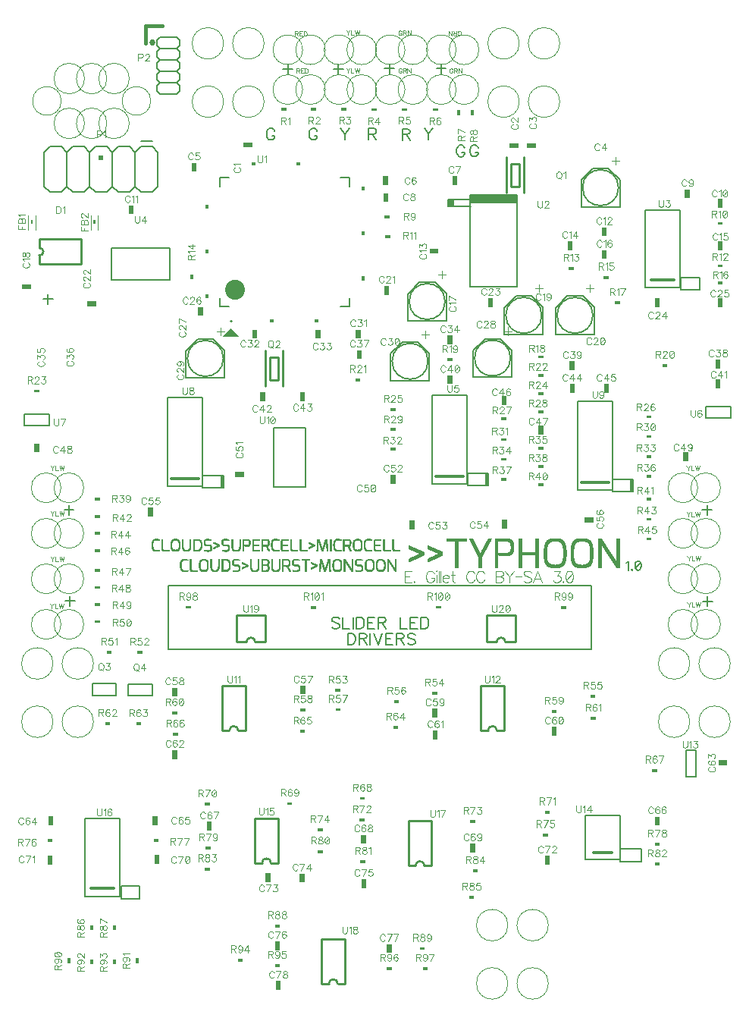
<source format=gto>
G04 DipTrace 3.3.0.0*
G04 typhoon.GTO*
%MOIN*%
G04 #@! TF.FileFunction,Legend,Top*
G04 #@! TF.Part,Single*
%ADD10C,0.009843*%
%ADD12C,0.001*%
%ADD13C,0.012*%
%ADD15C,0.008*%
%ADD17C,0.0875*%
%ADD18C,0.006*%
%ADD19O,0.026277X0.02787*%
%ADD21C,0.005*%
%ADD25C,0.004*%
%ADD28C,0.002756*%
%ADD37C,0.016*%
%ADD134C,0.004632*%
%ADD135C,0.003*%
%ADD136C,0.00772*%
%ADD137C,0.006176*%
%FSLAX26Y26*%
G04*
G70*
G90*
G75*
G01*
G04 TopSilk*
%LPD*%
G36*
X1436685Y4210713D2*
X1397461D1*
Y4189470D1*
X1436685D1*
Y4210713D1*
G37*
G36*
X2606720Y4208377D2*
X2567495D1*
Y4187134D1*
X2606720D1*
Y4208377D1*
G37*
G36*
X2683449D2*
X2644225D1*
Y4187134D1*
X2683449D1*
Y4208377D1*
G37*
X2881957Y3928247D2*
D21*
Y4046027D1*
X2933473Y4097532D1*
X3001066D1*
X3051254Y4047342D1*
X2881957Y3928247D2*
X3051254D1*
Y4047342D1*
X2887867Y4012903D2*
G02X2887867Y4012903I78739J0D01*
G01*
G36*
X1189906Y4082850D2*
X1168663D1*
Y4122075D1*
X1189906D1*
Y4082850D1*
G37*
G36*
X2010290Y4064849D2*
X2031533D1*
Y4025625D1*
X2010290D1*
Y4064849D1*
G37*
G36*
X2335870Y4024386D2*
X2314628D1*
Y4063610D1*
X2335870D1*
Y4024386D1*
G37*
G36*
X2034304Y3949509D2*
X2013061D1*
Y3988734D1*
X2034304D1*
Y3949509D1*
G37*
G36*
X3337209Y4005696D2*
X3358452D1*
Y3966471D1*
X3337209D1*
Y4005696D1*
G37*
G36*
X3502406Y3924386D2*
X3481163D1*
Y3963610D1*
X3502406D1*
Y3924386D1*
G37*
G36*
X892296Y3935169D2*
X913538D1*
Y3895945D1*
X892296D1*
Y3935169D1*
G37*
G36*
X2972335Y3838614D2*
X2993578D1*
Y3799390D1*
X2972335D1*
Y3838614D1*
G37*
G36*
X2254208Y3744178D2*
X2214983D1*
Y3722936D1*
X2254208D1*
Y3744178D1*
G37*
G36*
X2843941Y3738785D2*
X2822699D1*
Y3778009D1*
X2843941D1*
Y3738785D1*
G37*
G36*
X3503650Y3736886D2*
X3482407D1*
Y3776110D1*
X3503650D1*
Y3736886D1*
G37*
G36*
X2993941Y3699386D2*
X2972699D1*
Y3738610D1*
X2993941D1*
Y3699386D1*
G37*
X2119457Y3427952D2*
D21*
Y3545731D1*
X2170973Y3597236D1*
X2238566D1*
X2288754Y3547047D1*
X2119457Y3427952D2*
X2288754D1*
Y3547047D1*
X2125367Y3512607D2*
G02X2125367Y3512607I78739J0D01*
G01*
G36*
X421989Y3566661D2*
X461213D1*
Y3587904D1*
X421989D1*
Y3566661D1*
G37*
X2544457Y3367351D2*
D21*
Y3485130D1*
X2595973Y3536635D1*
X2663566D1*
X2713754Y3486446D1*
X2544457Y3367351D2*
X2713754D1*
Y3486446D1*
X2550367Y3452006D2*
G02X2550367Y3452006I78739J0D01*
G01*
X2769457Y3367351D2*
Y3485130D1*
X2820973Y3536635D1*
X2888566D1*
X2938754Y3486446D1*
X2769457Y3367351D2*
X2938754D1*
Y3486446D1*
X2775367Y3452006D2*
G02X2775367Y3452006I78739J0D01*
G01*
G36*
X2015653Y3581529D2*
X2036895D1*
Y3542304D1*
X2015653D1*
Y3581529D1*
G37*
G36*
X748717Y3513268D2*
X709492D1*
Y3492025D1*
X748717D1*
Y3513268D1*
G37*
G36*
X2493941Y3488785D2*
X2472699D1*
Y3528009D1*
X2493941D1*
Y3488785D1*
G37*
G36*
X3227406Y3486886D2*
X3206163D1*
Y3526110D1*
X3227406D1*
Y3486886D1*
G37*
G36*
X3502406D2*
X3481163D1*
Y3526110D1*
X3502406D1*
Y3486886D1*
G37*
G36*
X1218941Y3449386D2*
X1197699D1*
Y3488610D1*
X1218941D1*
Y3449386D1*
G37*
X2406957Y3179571D2*
D21*
Y3297351D1*
X2458473Y3348856D1*
X2526066D1*
X2576254Y3298667D1*
X2406957Y3179571D2*
X2576254D1*
Y3298667D1*
X2412867Y3264227D2*
G02X2412867Y3264227I78739J0D01*
G01*
X1144457Y3177952D2*
Y3295731D1*
X1195973Y3347236D1*
X1263566D1*
X1313754Y3297047D1*
X1144457Y3177952D2*
X1313754D1*
Y3297047D1*
X1150367Y3262607D2*
G02X1150367Y3262607I78739J0D01*
G01*
X2044457Y3165452D2*
Y3283231D1*
X2095973Y3334736D1*
X2163566D1*
X2213754Y3284547D1*
X2044457Y3165452D2*
X2213754D1*
Y3284547D1*
X2050367Y3250107D2*
G02X2050367Y3250107I78739J0D01*
G01*
G36*
X1890315Y3389146D2*
X1911558D1*
Y3349921D1*
X1890315D1*
Y3389146D1*
G37*
G36*
X1456441Y3349386D2*
X1435199D1*
Y3388610D1*
X1456441D1*
Y3349386D1*
G37*
G36*
X1714264Y3388614D2*
X1735507D1*
Y3349390D1*
X1714264D1*
Y3388614D1*
G37*
G36*
X2314906Y3324386D2*
X2293663D1*
Y3363610D1*
X2314906D1*
Y3324386D1*
G37*
G36*
X1894668Y3298938D2*
X1915911D1*
Y3259714D1*
X1894668D1*
Y3298938D1*
G37*
G36*
X3472335Y3256921D2*
X3493578D1*
Y3217697D1*
X3472335D1*
Y3256921D1*
G37*
G36*
X2830800Y3249808D2*
X2852042D1*
Y3210584D1*
X2830800D1*
Y3249808D1*
G37*
G36*
X2293300Y3188614D2*
X2314542D1*
Y3149390D1*
X2293300D1*
Y3188614D1*
G37*
G36*
X3472335Y3169421D2*
X3493578D1*
Y3130197D1*
X3472335D1*
Y3169421D1*
G37*
G36*
X1491720Y3074386D2*
X1470477D1*
Y3113610D1*
X1491720D1*
Y3074386D1*
G37*
G36*
X1645113Y3113614D2*
X1666356D1*
Y3074390D1*
X1645113D1*
Y3113614D1*
G37*
G36*
X2852406Y3110580D2*
X2831163D1*
Y3149804D1*
X2852406D1*
Y3110580D1*
G37*
G36*
X3002406D2*
X2981163D1*
Y3149804D1*
X3002406D1*
Y3110580D1*
G37*
G36*
X2552406Y3057850D2*
X2531163D1*
Y3097075D1*
X2552406D1*
Y3057850D1*
G37*
G36*
X2714906Y2928344D2*
X2693663D1*
Y2967568D1*
X2714906D1*
Y2928344D1*
G37*
G36*
X476764Y2888614D2*
X498007D1*
Y2849390D1*
X476764D1*
Y2888614D1*
G37*
G36*
X3330800Y2851114D2*
X3352042D1*
Y2811890D1*
X3330800D1*
Y2851114D1*
G37*
G36*
X1400065Y2763589D2*
X1360840D1*
Y2742347D1*
X1400065D1*
Y2763589D1*
G37*
G36*
X2064906Y2711886D2*
X2043663D1*
Y2751110D1*
X2064906D1*
Y2711886D1*
G37*
G36*
X2127575Y2551193D2*
X2148818D1*
Y2511969D1*
X2127575D1*
Y2551193D1*
G37*
G36*
X2555126Y2515614D2*
X2533884D1*
Y2554839D1*
X2555126D1*
Y2515614D1*
G37*
G36*
X977499Y2607954D2*
X998742D1*
Y2568730D1*
X977499D1*
Y2607954D1*
G37*
G36*
X2896989Y2541661D2*
X2936213D1*
Y2562904D1*
X2896989D1*
Y2541661D1*
G37*
G36*
X1647335Y1825185D2*
X1668578D1*
Y1785961D1*
X1647335D1*
Y1825185D1*
G37*
G36*
X1104528Y1776236D2*
X1083285D1*
Y1815461D1*
X1104528D1*
Y1776236D1*
G37*
G36*
X2226764Y1723618D2*
X2248007D1*
Y1684394D1*
X2226764D1*
Y1723618D1*
G37*
G36*
X2773370Y1604378D2*
X2752128D1*
Y1643602D1*
X2773370D1*
Y1604378D1*
G37*
G36*
X2228763Y1627625D2*
X2250005D1*
Y1588400D1*
X2228763D1*
Y1627625D1*
G37*
G36*
X1083731Y1541568D2*
X1104974D1*
Y1502344D1*
X1083731D1*
Y1541568D1*
G37*
G36*
X3523717Y1496339D2*
X3484492D1*
Y1475096D1*
X3523717D1*
Y1496339D1*
G37*
G36*
X539264Y1251114D2*
X560507D1*
Y1211890D1*
X539264D1*
Y1251114D1*
G37*
G36*
X1018941Y1211886D2*
X997699D1*
Y1251110D1*
X1018941D1*
Y1211886D1*
G37*
G36*
X3204575Y1248744D2*
X3225818D1*
Y1209520D1*
X3204575D1*
Y1248744D1*
G37*
G36*
X1235826Y1226114D2*
X1257068D1*
Y1186890D1*
X1235826D1*
Y1226114D1*
G37*
G36*
X1913267Y1168904D2*
X1934509D1*
Y1129680D1*
X1913267D1*
Y1168904D1*
G37*
G36*
X2393300Y1130150D2*
X2414542D1*
Y1090925D1*
X2393300D1*
Y1130150D1*
G37*
G36*
X1027406Y1040921D2*
X1006163D1*
Y1080146D1*
X1027406D1*
Y1040921D1*
G37*
G36*
X557184Y1038310D2*
X535942D1*
Y1077534D1*
X557184D1*
Y1038310D1*
G37*
G36*
X2722335Y1076114D2*
X2743578D1*
Y1036890D1*
X2722335D1*
Y1076114D1*
G37*
G36*
X1515676Y960621D2*
X1494434D1*
Y999845D1*
X1515676D1*
Y960621D1*
G37*
G36*
X1643559Y998474D2*
X1664802D1*
Y959249D1*
X1643559D1*
Y998474D1*
G37*
G36*
X1936097Y934991D2*
X1914855D1*
Y974215D1*
X1936097D1*
Y934991D1*
G37*
G36*
X1534835Y701114D2*
X1556078D1*
Y661890D1*
X1534835D1*
Y701114D1*
G37*
G36*
X2048370Y649386D2*
X2027128D1*
Y688610D1*
X2048370D1*
Y649386D1*
G37*
G36*
X1539264Y526114D2*
X1560507D1*
Y486890D1*
X1539264D1*
Y526114D1*
G37*
X499079Y3676281D2*
D10*
X684126D1*
Y3784561D1*
Y3786522D2*
X499079D1*
Y3747159D1*
Y3676281D2*
Y3715644D1*
G03X499079Y3747159I1844J15758D01*
G01*
X482351Y3890062D2*
D28*
Y3827075D1*
X450855D2*
Y3890062D1*
G36*
X462666Y3870375D2*
X470540D1*
Y3854633D1*
X462666D1*
Y3870375D1*
G37*
X757351Y3890062D2*
D28*
Y3827075D1*
X725855D2*
Y3890062D1*
G36*
X737666Y3870375D2*
X745540D1*
Y3854633D1*
X737666D1*
Y3870375D1*
G37*
X3363893Y2694000D2*
D25*
G02X3363893Y2694000I65211J0D01*
G01*
X3263889D2*
G02X3263889Y2694000I65211J0D01*
G01*
X3363893Y2494000D2*
G02X3363893Y2494000I65211J0D01*
G01*
X3263889D2*
G02X3263889Y2494000I65211J0D01*
G01*
X3363893Y2294000D2*
G02X3363893Y2294000I65211J0D01*
G01*
X3263889D2*
G02X3263889Y2294000I65211J0D01*
G01*
X3363893Y2094000D2*
G02X3363893Y2094000I65211J0D01*
G01*
X3263889D2*
G02X3263889Y2094000I65211J0D01*
G01*
X2201390Y4619000D2*
G02X2201390Y4619000I65211J0D01*
G01*
X2301393D2*
G02X2301393Y4619000I65211J0D01*
G01*
X1976390D2*
G02X1976390Y4619000I65211J0D01*
G01*
X2076393D2*
G02X2076393Y4619000I65211J0D01*
G01*
X1751390D2*
G02X1751390Y4619000I65211J0D01*
G01*
X1851393D2*
G02X1851393Y4619000I65211J0D01*
G01*
X1526390D2*
G02X1526390Y4619000I65211J0D01*
G01*
X1626393D2*
G02X1626393Y4619000I65211J0D01*
G01*
X2201390Y4444000D2*
G02X2201390Y4444000I65211J0D01*
G01*
X2301393D2*
G02X2301393Y4444000I65211J0D01*
G01*
X1976390D2*
G02X1976390Y4444000I65211J0D01*
G01*
X2076393D2*
G02X2076393Y4444000I65211J0D01*
G01*
X1751390D2*
G02X1751390Y4444000I65211J0D01*
G01*
X1851393D2*
G02X1851393Y4444000I65211J0D01*
G01*
X1526390D2*
G02X1526390Y4444000I65211J0D01*
G01*
X1626393D2*
G02X1626393Y4444000I65211J0D01*
G01*
X563893Y2694000D2*
G02X563893Y2694000I65211J0D01*
G01*
X463889D2*
G02X463889Y2694000I65211J0D01*
G01*
X563893Y2494000D2*
G02X563893Y2494000I65211J0D01*
G01*
X463889D2*
G02X463889Y2494000I65211J0D01*
G01*
X563893Y2294000D2*
G02X563893Y2294000I65211J0D01*
G01*
X463889D2*
G02X463889Y2294000I65211J0D01*
G01*
X563893Y2094000D2*
G02X563893Y2094000I65211J0D01*
G01*
X463889D2*
G02X463889Y2094000I65211J0D01*
G01*
G36*
X781116Y4134204D2*
X761116D1*
Y4154184D1*
X781116D1*
Y4134204D1*
G37*
X1021116Y4169214D2*
D18*
X996116Y4194211D1*
X946116D2*
X921116Y4169214D1*
X896116Y4194211D1*
X846116D2*
X821116Y4169214D1*
X796116Y4194211D1*
X746116D2*
X721116Y4169214D1*
X696116Y4194211D1*
X646116D2*
X621116Y4169214D1*
X1021116D2*
Y4019206D1*
X996116Y3994209D1*
X946116D1*
X921116Y4019206D1*
X896116Y3994209D1*
X846116D1*
X821116Y4019206D1*
X796116Y3994209D1*
X746116D1*
X721116Y4019206D1*
X696116Y3994209D1*
X646116D1*
X621116Y4019206D1*
X921116D2*
Y4169214D1*
X821116Y4019206D2*
Y4169214D1*
X721116Y4019206D2*
Y4169214D1*
X621116Y4019206D2*
Y4169214D1*
X696116Y4194211D2*
X646116D1*
X796116D2*
X746116D1*
X896116D2*
X846116D1*
X996116D2*
X946116D1*
X621116Y4169214D2*
X596116Y4194211D1*
X546116D2*
X521116Y4169214D1*
X621116Y4019206D2*
X596116Y3994209D1*
X546116D1*
X521116Y4019206D1*
Y4169214D1*
X596116Y4194211D2*
X546116D1*
X996116Y4219209D2*
D15*
X946116D1*
X1028040Y4674187D2*
D18*
X1015545Y4661674D1*
Y4636682D2*
X1028040Y4624169D1*
X1015545Y4611657D1*
Y4586664D2*
X1028040Y4574184D1*
X1015545Y4561672D1*
Y4536679D2*
X1028040Y4524167D1*
X1015545Y4511687D1*
Y4486662D2*
X1028040Y4474182D1*
Y4674187D2*
X1103045D1*
X1115540Y4661674D1*
Y4636682D1*
X1103045Y4624169D1*
X1115540Y4611657D1*
Y4586664D1*
X1103045Y4574184D1*
X1115540Y4561672D1*
Y4536679D1*
X1103045Y4524167D1*
X1115540Y4511687D1*
Y4486662D1*
X1103045Y4474182D1*
Y4624169D2*
X1028040D1*
X1103045Y4574184D2*
X1028040D1*
X1103045Y4524167D2*
X1028040D1*
X1103045Y4474182D2*
X1028040D1*
X1015545Y4511687D2*
Y4486662D1*
Y4561672D2*
Y4536679D1*
Y4611657D2*
Y4586664D1*
Y4661674D2*
Y4636682D1*
X1028040Y4474182D2*
X1015545Y4461669D1*
Y4436677D2*
X1028040Y4424164D1*
X1103045Y4474182D2*
X1115540Y4461669D1*
Y4436677D1*
X1103045Y4424164D1*
X1028040D1*
X1015545Y4461669D2*
Y4436677D1*
X965548Y4649162D2*
D37*
Y4724172D1*
X1040553D1*
X2552049Y3990260D2*
D10*
Y4147740D1*
X2630784Y3990260D2*
Y4147740D1*
X2610163Y4019000D2*
Y4119000D1*
X2572670D1*
Y4019000D1*
X2610163D2*
X2572670D1*
X1491538Y3140260D2*
Y3297740D1*
X1570274Y3140260D2*
Y3297740D1*
X1549652Y3169000D2*
Y3269000D1*
X1512159D1*
Y3169000D1*
X1549652D2*
X1512159D1*
G36*
X1585002Y4350125D2*
X1562834D1*
Y4363042D1*
X1585002D1*
Y4350125D1*
G37*
G36*
X1715674D2*
X1693506D1*
Y4363042D1*
X1715674D1*
Y4350125D1*
G37*
G36*
X1849497D2*
X1827328D1*
Y4363042D1*
X1849497D1*
Y4350125D1*
G37*
G36*
X1960118Y4362196D2*
X1982286D1*
Y4349278D1*
X1960118D1*
Y4362196D1*
G37*
G36*
X2092395D2*
X2114563D1*
Y4349278D1*
X2092395D1*
Y4362196D1*
G37*
G36*
X2229164D2*
X2251332D1*
Y4349278D1*
X2229164D1*
Y4362196D1*
G37*
G36*
X2348300Y4353461D2*
X2335382D1*
Y4331293D1*
X2348300D1*
Y4353461D1*
G37*
G36*
X2410138D2*
X2397221D1*
Y4331293D1*
X2410138D1*
Y4353461D1*
G37*
G36*
X2016510Y3891963D2*
X2038679D1*
Y3879046D1*
X2016510D1*
Y3891963D1*
G37*
G36*
X3481917Y3862535D2*
X3504086D1*
Y3849618D1*
X3481917D1*
Y3862535D1*
G37*
G36*
X2020551Y3803970D2*
X2042720D1*
Y3791052D1*
X2020551D1*
Y3803970D1*
G37*
G36*
X3503900Y3662965D2*
X3481731D1*
Y3675882D1*
X3503900D1*
Y3662965D1*
G37*
G36*
X2826422Y3664434D2*
X2848591D1*
Y3651517D1*
X2826422D1*
Y3664434D1*
G37*
G36*
X1161628Y3610388D2*
X1174545D1*
Y3632556D1*
X1161628D1*
Y3610388D1*
G37*
G36*
X2980458Y3625035D2*
X3002626D1*
Y3612118D1*
X2980458D1*
Y3625035D1*
G37*
G36*
X3481702Y3600035D2*
X3503870D1*
Y3587118D1*
X3481702D1*
Y3600035D1*
G37*
G36*
X3052748Y3500465D2*
X3030579D1*
Y3513382D1*
X3052748D1*
Y3500465D1*
G37*
G36*
X2715248Y3262965D2*
X2693079D1*
Y3275882D1*
X2715248D1*
Y3262965D1*
G37*
G36*
X2315248Y3250465D2*
X2293079D1*
Y3263382D1*
X2315248D1*
Y3250465D1*
G37*
G36*
X3238922Y3237535D2*
X3261091D1*
Y3224618D1*
X3238922D1*
Y3237535D1*
G37*
G36*
X1888922Y3175035D2*
X1911091D1*
Y3162118D1*
X1888922D1*
Y3175035D1*
G37*
G36*
X2692958Y3194778D2*
X2715126D1*
Y3181861D1*
X2692958D1*
Y3194778D1*
G37*
G36*
X498712Y3112965D2*
X476544D1*
Y3125882D1*
X498712D1*
Y3112965D1*
G37*
G36*
X2715248Y3102445D2*
X2693079D1*
Y3115362D1*
X2715248D1*
Y3102445D1*
G37*
G36*
X2065248Y3031409D2*
X2043079D1*
Y3044327D1*
X2065248D1*
Y3031409D1*
G37*
G36*
X3167958Y3012535D2*
X3190126D1*
Y2999618D1*
X3167958D1*
Y3012535D1*
G37*
G36*
X2552748Y2992000D2*
X2530579D1*
Y3004917D1*
X2552748D1*
Y2992000D1*
G37*
G36*
X2715248Y3022184D2*
X2693079D1*
Y3035101D1*
X2715248D1*
Y3022184D1*
G37*
G36*
X2042958Y2955980D2*
X2065126D1*
Y2943063D1*
X2042958D1*
Y2955980D1*
G37*
G36*
X3190248Y2912965D2*
X3168079D1*
Y2925882D1*
X3190248D1*
Y2912965D1*
G37*
G36*
X2530458Y2912535D2*
X2552626D1*
Y2899618D1*
X2530458D1*
Y2912535D1*
G37*
G36*
X2065248Y2856409D2*
X2043079D1*
Y2869327D1*
X2065248D1*
Y2856409D1*
G37*
G36*
X3190248Y2825465D2*
X3168079D1*
Y2838382D1*
X3190248D1*
Y2825465D1*
G37*
G36*
X2552748Y2812965D2*
X2530579D1*
Y2825882D1*
X2552748D1*
Y2812965D1*
G37*
G36*
X2692958Y2873732D2*
X2715126D1*
Y2860815D1*
X2692958D1*
Y2873732D1*
G37*
G36*
X3167958Y2750035D2*
X3190126D1*
Y2737118D1*
X3167958D1*
Y2750035D1*
G37*
G36*
X2552748Y2725465D2*
X2530579D1*
Y2738382D1*
X2552748D1*
Y2725465D1*
G37*
G36*
X2715248Y2781400D2*
X2693079D1*
Y2794318D1*
X2715248D1*
Y2781400D1*
G37*
G36*
X742958Y2650035D2*
X765126D1*
Y2637118D1*
X742958D1*
Y2650035D1*
G37*
G36*
X2715248Y2701139D2*
X2693079D1*
Y2714056D1*
X2715248D1*
Y2701139D1*
G37*
G36*
X3167958Y2650035D2*
X3190126D1*
Y2637118D1*
X3167958D1*
Y2650035D1*
G37*
G36*
X742958Y2575035D2*
X765126D1*
Y2562118D1*
X742958D1*
Y2575035D1*
G37*
G36*
X3167958Y2562535D2*
X3190126D1*
Y2549618D1*
X3167958D1*
Y2562535D1*
G37*
G36*
X742958Y2500035D2*
X765126D1*
Y2487118D1*
X742958D1*
Y2500035D1*
G37*
G36*
X3190248Y2462965D2*
X3168079D1*
Y2475882D1*
X3190248D1*
Y2462965D1*
G37*
G36*
X742958Y2425035D2*
X765126D1*
Y2412118D1*
X742958D1*
Y2425035D1*
G37*
G36*
Y2337535D2*
X765126D1*
Y2324618D1*
X742958D1*
Y2337535D1*
G37*
G36*
Y2262535D2*
X765126D1*
Y2249618D1*
X742958D1*
Y2262535D1*
G37*
G36*
Y2187535D2*
X765126D1*
Y2174618D1*
X742958D1*
Y2187535D1*
G37*
G36*
Y2112535D2*
X765126D1*
Y2099618D1*
X742958D1*
Y2112535D1*
G37*
G36*
X817026Y1964845D2*
X794857D1*
Y1977762D1*
X817026D1*
Y1964845D1*
G37*
G36*
X951627Y1963525D2*
X929458D1*
Y1976442D1*
X951627D1*
Y1963525D1*
G37*
G36*
X1823307Y1797098D2*
X1801138D1*
Y1810016D1*
X1823307D1*
Y1797098D1*
G37*
G36*
X2226422Y1797539D2*
X2248591D1*
Y1784622D1*
X2226422D1*
Y1797539D1*
G37*
G36*
X2944283Y1771304D2*
X2922115D1*
Y1784222D1*
X2944283D1*
Y1771304D1*
G37*
G36*
X2058661Y1761206D2*
X2080830D1*
Y1748289D1*
X2058661D1*
Y1761206D1*
G37*
G36*
X1823712Y1712965D2*
X1801544D1*
Y1725882D1*
X1823712D1*
Y1712965D1*
G37*
G36*
X1646993Y1724106D2*
X1669162D1*
Y1711189D1*
X1646993D1*
Y1724106D1*
G37*
G36*
X2773712Y1705457D2*
X2751544D1*
Y1718374D1*
X2773712D1*
Y1705457D1*
G37*
G36*
X1104870Y1699133D2*
X1082701D1*
Y1712050D1*
X1104870D1*
Y1699133D1*
G37*
G36*
X2946397Y1673972D2*
X2924229D1*
Y1686890D1*
X2946397D1*
Y1673972D1*
G37*
G36*
X810868Y1651060D2*
X788700D1*
Y1663978D1*
X810868D1*
Y1651060D1*
G37*
G36*
X946807Y1650058D2*
X924638D1*
Y1662975D1*
X946807D1*
Y1650058D1*
G37*
G36*
X2054904Y1648209D2*
X2077073D1*
Y1635291D1*
X2054904D1*
Y1648209D1*
G37*
G36*
X1667689Y1616874D2*
X1645520D1*
Y1629791D1*
X1667689D1*
Y1616874D1*
G37*
G36*
X1085761Y1616781D2*
X1107929D1*
Y1603864D1*
X1085761D1*
Y1616781D1*
G37*
G36*
X3194062Y1458469D2*
X3216230D1*
Y1445551D1*
X3194062D1*
Y1458469D1*
G37*
G36*
X1930685Y1322846D2*
X1908516D1*
Y1335764D1*
X1930685D1*
Y1322846D1*
G37*
G36*
X1588922Y1312535D2*
X1611091D1*
Y1299618D1*
X1588922D1*
Y1312535D1*
G37*
G36*
X1249309Y1296429D2*
X1227141D1*
Y1309346D1*
X1249309D1*
Y1296429D1*
G37*
G36*
X2721993Y1275035D2*
X2744162D1*
Y1262118D1*
X2721993D1*
Y1275035D1*
G37*
G36*
X1928795Y1229131D2*
X1906626D1*
Y1242049D1*
X1928795D1*
Y1229131D1*
G37*
G36*
X2415248Y1221429D2*
X2393079D1*
Y1234346D1*
X2415248D1*
Y1221429D1*
G37*
G36*
X1744665Y1185518D2*
X1722496D1*
Y1198436D1*
X1744665D1*
Y1185518D1*
G37*
G36*
X2713922Y1175035D2*
X2736091D1*
Y1162118D1*
X2713922D1*
Y1175035D1*
G37*
G36*
X556783Y1137965D2*
X534615D1*
Y1150882D1*
X556783D1*
Y1137965D1*
G37*
G36*
X1001422Y1150035D2*
X1023591D1*
Y1137118D1*
X1001422D1*
Y1150035D1*
G37*
G36*
X3205458Y1133500D2*
X3227626D1*
Y1120583D1*
X3205458D1*
Y1133500D1*
G37*
G36*
X1230458Y1116571D2*
X1252626D1*
Y1103654D1*
X1230458D1*
Y1116571D1*
G37*
G36*
X1723867Y1102005D2*
X1746036D1*
Y1089088D1*
X1723867D1*
Y1102005D1*
G37*
G36*
X1910829Y1057717D2*
X1932998D1*
Y1044799D1*
X1910829D1*
Y1057717D1*
G37*
G36*
X3227748Y1033929D2*
X3205579D1*
Y1046846D1*
X3227748D1*
Y1033929D1*
G37*
G36*
X1226422Y1025035D2*
X1248591D1*
Y1012118D1*
X1226422D1*
Y1025035D1*
G37*
G36*
X2405458Y1016571D2*
X2427626D1*
Y1003654D1*
X2405458D1*
Y1016571D1*
G37*
G36*
X2388922Y900035D2*
X2411091D1*
Y887118D1*
X2388922D1*
Y900035D1*
G37*
G36*
X735138Y771680D2*
X722221D1*
Y749512D1*
X735138D1*
Y771680D1*
G37*
G36*
X835138D2*
X822221D1*
Y749512D1*
X835138D1*
Y771680D1*
G37*
G36*
X1534493Y775035D2*
X1556662D1*
Y762118D1*
X1534493D1*
Y775035D1*
G37*
G36*
X2194283Y662965D2*
X2172115D1*
Y675882D1*
X2194283D1*
Y662965D1*
G37*
G36*
X623067Y603820D2*
X635985D1*
Y625988D1*
X623067D1*
Y603820D1*
G37*
G36*
X923067D2*
X935985D1*
Y625988D1*
X923067D1*
Y603820D1*
G37*
G36*
X735138Y621680D2*
X722221D1*
Y599512D1*
X735138D1*
Y621680D1*
G37*
G36*
X835138D2*
X822221D1*
Y599512D1*
X835138D1*
Y621680D1*
G37*
G36*
X1371993Y625035D2*
X1394162D1*
Y612118D1*
X1371993D1*
Y625035D1*
G37*
G36*
X1556783Y587965D2*
X1534615D1*
Y600882D1*
X1556783D1*
Y587965D1*
G37*
G36*
X2048712Y575465D2*
X2026544D1*
Y588382D1*
X2048712D1*
Y575465D1*
G37*
G36*
X2206783D2*
X2184615D1*
Y588382D1*
X2206783D1*
Y575465D1*
G37*
G36*
X1165248Y2162965D2*
X1143079D1*
Y2175882D1*
X1165248D1*
Y2162965D1*
G37*
G36*
X2792958Y2175035D2*
X2815126D1*
Y2162118D1*
X2792958D1*
Y2175035D1*
G37*
G36*
X2265248Y2162965D2*
X2243079D1*
Y2175882D1*
X2265248D1*
Y2162965D1*
G37*
G36*
X1692958Y2175035D2*
X1715126D1*
Y2162118D1*
X1692958D1*
Y2175035D1*
G37*
X3220890Y1921991D2*
D25*
G02X3220890Y1921991I69218J0D01*
G01*
X3398879D2*
G02X3398879Y1921991I69218J0D01*
G01*
Y1666009D2*
G02X3398879Y1666009I69218J0D01*
G01*
X3220890D2*
G02X3220890Y1666009I69218J0D01*
G01*
X469260Y4394000D2*
G02X469260Y4394000I62986J0D01*
G01*
X862974D2*
G02X862974Y4394000I62986J0D01*
G01*
X563739Y4492419D2*
G02X563739Y4492419I66935J0D01*
G01*
X662167D2*
G02X662167Y4492419I66935J0D01*
G01*
X760596D2*
G02X760596Y4492419I66935J0D01*
G01*
X563739Y4295581D2*
G02X563739Y4295581I66935J0D01*
G01*
X662167D2*
G02X662167Y4295581I66935J0D01*
G01*
X760596D2*
G02X760596Y4295581I66935J0D01*
G01*
X1170890Y4646991D2*
G02X1170890Y4646991I69218J0D01*
G01*
X1348879D2*
G02X1348879Y4646991I69218J0D01*
G01*
Y4391009D2*
G02X1348879Y4391009I69218J0D01*
G01*
X1170890D2*
G02X1170890Y4391009I69218J0D01*
G01*
X2648879D2*
G02X2648879Y4391009I69218J0D01*
G01*
X2470890D2*
G02X2470890Y4391009I69218J0D01*
G01*
Y4646991D2*
G02X2470890Y4646991I69218J0D01*
G01*
X2648879D2*
G02X2648879Y4646991I69218J0D01*
G01*
X420890Y1921991D2*
G02X420890Y1921991I69218J0D01*
G01*
X598879D2*
G02X598879Y1921991I69218J0D01*
G01*
Y1666009D2*
G02X598879Y1666009I69218J0D01*
G01*
X420890D2*
G02X420890Y1666009I69218J0D01*
G01*
X2420890Y771991D2*
G02X2420890Y771991I69218J0D01*
G01*
X2598879D2*
G02X2598879Y771991I69218J0D01*
G01*
Y516009D2*
G02X2598879Y516009I69218J0D01*
G01*
X2420890D2*
G02X2420890Y516009I69218J0D01*
G01*
X1861808Y3490142D2*
D18*
Y3529111D1*
Y4058092D2*
X1822832D1*
X1293839D2*
Y4019123D1*
Y3490142D2*
X1332814D1*
X1822832D2*
X1861808D1*
Y4019123D2*
Y4058092D1*
X1332814D2*
X1293839D1*
Y3529111D2*
Y3490142D1*
X1341809Y3429135D2*
G02X1341809Y3423119I-10J-3008D01*
G01*
G02X1341809Y3429135I10J3008D01*
G01*
G36*
X1511237Y3425497D2*
X1526297D1*
Y3435502D1*
X1511237D1*
Y3425497D1*
G37*
D12*
X1526297D1*
Y3435502D1*
X1511237D1*
Y3425497D1*
G36*
X1708137D2*
X1723127D1*
Y3435502D1*
X1708137D1*
Y3425497D1*
G37*
D12*
X1723127D1*
Y3435502D1*
X1708137D1*
Y3425497D1*
G36*
X1916471Y3609147D2*
X1926441D1*
Y3624119D1*
X1916471D1*
Y3609147D1*
G37*
D12*
X1926441D1*
Y3624119D1*
X1916471D1*
Y3609147D1*
G36*
Y3806020D2*
X1926441D1*
Y3820992D1*
X1916471D1*
Y3806020D1*
G37*
D12*
X1926441D1*
Y3820992D1*
X1916471D1*
Y3806020D1*
G36*
Y4002822D2*
X1926441D1*
Y4017864D1*
X1916471D1*
Y4002822D1*
G37*
D12*
X1926441D1*
Y4017864D1*
X1916471D1*
Y4002822D1*
G36*
X1629349Y4122737D2*
X1644409D1*
Y4112732D1*
X1629349D1*
Y4122737D1*
G37*
D12*
X1644409D1*
Y4112732D1*
X1629349D1*
Y4122737D1*
G36*
X1432519D2*
X1447510D1*
Y4112732D1*
X1432519D1*
Y4122737D1*
G37*
D12*
X1447510D1*
Y4112732D1*
X1432519D1*
Y4122737D1*
G36*
X1239176Y3924115D2*
X1229205D1*
Y3939087D1*
X1239176D1*
Y3924115D1*
G37*
D12*
X1229205D1*
Y3939087D1*
X1239176D1*
Y3924115D1*
G36*
Y3727243D2*
X1229205D1*
Y3742215D1*
X1239176D1*
Y3727243D1*
G37*
D12*
X1229205D1*
Y3742215D1*
X1239176D1*
Y3727243D1*
G36*
Y3530370D2*
X1229205D1*
Y3545412D1*
X1239176D1*
Y3530370D1*
G37*
D12*
X1229205D1*
Y3545412D1*
X1239176D1*
Y3530370D1*
X2394474Y3980347D2*
D15*
Y3578772D1*
X2599199D1*
Y3980347D1*
G36*
X2394474Y3984280D2*
X2599162D1*
Y3945879D1*
X2394474D1*
Y3984280D1*
G37*
X2391687Y3960801D2*
D18*
X2297444D1*
Y3931807D1*
X2395328D1*
G36*
X2297444Y3960801D2*
X2322826D1*
Y3931807D1*
X2297444D1*
Y3960801D1*
G37*
X3316007Y3914276D2*
D15*
Y3573718D1*
X3162477D1*
Y3914276D2*
X3316007D1*
X3162477Y3573718D2*
Y3914276D1*
X3189226Y3607992D2*
D13*
X3289227D1*
X3320476Y3562751D2*
D18*
X3401741D1*
Y3618995D1*
X3320476D1*
Y3562751D2*
Y3618995D1*
X816071Y3608514D2*
D15*
Y3748497D1*
X1074103D1*
Y3608514D1*
X816071D1*
X2227092Y3101382D2*
D18*
Y2711617D1*
X2381096D2*
Y3101382D1*
X2380877D2*
X2227342D1*
Y2711617D2*
X2380877D1*
X2244096Y2744007D2*
D13*
X2364092D1*
X2382843Y2703419D2*
D18*
X2472761D1*
X2472855Y2756484D1*
X2382219D1*
G36*
X2474103Y2701500D2*
X2459096D1*
Y2756484D1*
X2474103D1*
Y2701500D1*
G37*
X2382219Y2703379D2*
D18*
Y2753365D1*
X1062592Y3090866D2*
Y2701101D1*
X1216596D2*
Y3090866D1*
X1216377D2*
X1062842D1*
Y2701101D2*
X1216377D1*
X1079596Y2733492D2*
D13*
X1199592D1*
X1218343Y2692904D2*
D18*
X1308261D1*
X1308355Y2745968D1*
X1217719D1*
G36*
X1309603Y2690984D2*
X1294596D1*
Y2745968D1*
X1309603D1*
Y2690984D1*
G37*
X1217719Y2692864D2*
D18*
Y2742849D1*
X2864592Y3075076D2*
Y2685311D1*
X3018596D2*
Y3075076D1*
X3018377D2*
X2864842D1*
Y2685311D2*
X3018377D1*
X2881596Y2717702D2*
D13*
X3001592D1*
X3020343Y2677114D2*
D18*
X3110261D1*
X3110355Y2730178D1*
X3019719D1*
G36*
X3111603Y2675194D2*
X3096596D1*
Y2730178D1*
X3111603D1*
Y2675194D1*
G37*
X3019719Y2677074D2*
D18*
Y2727059D1*
X1671106Y2698159D2*
D15*
X1531123D1*
Y2956190D1*
X1671106D1*
Y2698159D1*
X1405291Y1626872D2*
D10*
Y1823726D1*
X1302915Y1626872D2*
Y1823726D1*
X1405291D2*
X1302915D1*
X1373797Y1626872D2*
X1405291D1*
X1334408D2*
X1302915D1*
X1373797D2*
G03X1334408Y1626872I-19694J-9D01*
G01*
X2542791D2*
Y1823726D1*
X2440415Y1626872D2*
Y1823726D1*
X2542791D2*
X2440415D1*
X2511297Y1626872D2*
X2542791D1*
X2471908D2*
X2440415D1*
X2511297D2*
G03X2471908Y1626872I-19694J-9D01*
G01*
X3052864Y1060041D2*
D18*
Y1252957D1*
X2899337D1*
Y1060041D1*
X3052864D1*
X2936726Y1091197D2*
D13*
X3015475D1*
X3054219Y1050251D2*
D18*
X3144853D1*
Y1106502D1*
X3054219D1*
Y1050251D2*
Y1106502D1*
X1548992Y1045573D2*
D10*
Y1242427D1*
X1446615Y1045573D2*
Y1242427D1*
X1548992D2*
X1446615D1*
X1517498Y1045573D2*
X1548992D1*
X1478109D2*
X1446615D1*
X1517498D2*
G03X1478109Y1045573I-19694J-9D01*
G01*
X853507Y1239276D2*
D15*
Y898718D1*
X699977D1*
Y1239276D2*
X853507D1*
X699977Y898718D2*
Y1239276D1*
X726726Y932992D2*
D13*
X826727D1*
X857976Y887751D2*
D18*
X939241D1*
Y943995D1*
X857976D1*
Y887751D2*
Y943995D1*
X2223992Y1033073D2*
D10*
Y1229927D1*
X2121615Y1033073D2*
Y1229927D1*
X2223992D2*
X2121615D1*
X2192498Y1033073D2*
X2223992D1*
X2153109D2*
X2121615D1*
X2192498D2*
G03X2153109Y1033073I-19694J-9D01*
G01*
X1842791Y514372D2*
Y711226D1*
X1740415Y514372D2*
Y711226D1*
X1842791D2*
X1740415D1*
X1811297Y514372D2*
X1842791D1*
X1771908D2*
X1740415D1*
X1811297D2*
G03X1771908Y514372I-19694J-9D01*
G01*
X1492087Y2016196D2*
Y2134306D1*
X1366118Y2016196D2*
Y2134306D1*
X1492087D2*
X1366118D1*
X1492087Y2016196D2*
X1448791D1*
X1409415D2*
X1366118D1*
X1448791D2*
G03X1409415Y2016196I-19688J13D01*
G01*
X2592087D2*
Y2134306D1*
X2466118Y2016196D2*
Y2134306D1*
X2592087D2*
X2466118D1*
X2592087Y2016196D2*
X2548791D1*
X2509415D2*
X2466118D1*
X2548791D2*
G03X2509415Y2016196I-19688J13D01*
G01*
G36*
X1341603Y3394000D2*
X1304103Y3356500D1*
X1379103D1*
D1*
X1341603Y3394000D1*
G37*
D17*
X1360353Y3562750D3*
X1066377Y2264398D2*
D18*
X2927034D1*
Y1984643D1*
X1066377D1*
Y2264398D1*
X432158Y3018643D2*
X544029D1*
Y2967193D1*
X432158D1*
Y3018643D1*
X3341954Y1540085D2*
X3387095D1*
Y1423003D1*
X3341954D1*
Y1540085D1*
X732013Y1833232D2*
X837700D1*
Y1781837D1*
X732013D1*
Y1833232D1*
X888372Y1831062D2*
X995506D1*
Y1780390D1*
X888372D1*
Y1831062D1*
X3430639Y3050304D2*
X3538136D1*
Y3000936D1*
X3430639D1*
Y3050304D1*
D19*
X995227Y4651380D3*
X1005078Y2469852D2*
D12*
X1018078D1*
X1091078D2*
X1102078D1*
X1232078D2*
X1242078D1*
X1310078D2*
X1320078D1*
X1530078D2*
X1543078D1*
X1804078D2*
X1817078D1*
X1892078D2*
X1903078D1*
X1938078D2*
X1951078D1*
X1002813Y2468852D2*
X1021993D1*
X1036078D2*
X1041078D1*
X1088009D2*
X1104959D1*
X1126078D2*
X1131078D1*
X1160078D2*
X1164078D1*
X1175078D2*
X1200078D1*
X1229355D2*
X1247258D1*
X1307355D2*
X1325258D1*
X1344078D2*
X1349078D1*
X1378078D2*
X1382078D1*
X1392078D2*
X1418078D1*
X1439078D2*
X1462078D1*
X1475078D2*
X1502078D1*
X1527813D2*
X1546993D1*
X1565078D2*
X1588078D1*
X1602078D2*
X1607078D1*
X1643078D2*
X1648078D1*
X1721078D2*
X1728078D1*
X1756078D2*
X1763078D1*
X1777078D2*
X1782078D1*
X1801813D2*
X1820993D1*
X1834078D2*
X1861078D1*
X1889009D2*
X1905959D1*
X1935813D2*
X1954993D1*
X1973078D2*
X1996078D1*
X2010078D2*
X2015078D1*
X2051078D2*
X2056078D1*
X1000941Y2467852D2*
X1025054D1*
X1036078D2*
X1041078D1*
X1085552D2*
X1107362D1*
X1126078D2*
X1131078D1*
X1160078D2*
X1164078D1*
X1175078D2*
X1202156D1*
X1227231D2*
X1250736D1*
X1305231D2*
X1328736D1*
X1344078D2*
X1349078D1*
X1378078D2*
X1382078D1*
X1392078D2*
X1419539D1*
X1438116D2*
X1467078D1*
X1475078D2*
X1503501D1*
X1525941D2*
X1550054D1*
X1564116D2*
X1593078D1*
X1602078D2*
X1607078D1*
X1643078D2*
X1648078D1*
X1721040D2*
X1728232D1*
X1755732D2*
X1763078D1*
X1777078D2*
X1782078D1*
X1799941D2*
X1824054D1*
X1834078D2*
X1862501D1*
X1886552D2*
X1908362D1*
X1933941D2*
X1958054D1*
X1972116D2*
X2001078D1*
X2010078D2*
X2015078D1*
X2051078D2*
X2056078D1*
X999464Y2466852D2*
X1026294D1*
X1036078D2*
X1041078D1*
X1083741D2*
X1109212D1*
X1126078D2*
X1131078D1*
X1160078D2*
X1164078D1*
X1175078D2*
X1203974D1*
X1225737D2*
X1253011D1*
X1303737D2*
X1331011D1*
X1344078D2*
X1349078D1*
X1378078D2*
X1382078D1*
X1392078D2*
X1420823D1*
X1437248D2*
X1467078D1*
X1475078D2*
X1504656D1*
X1524464D2*
X1551294D1*
X1563248D2*
X1593078D1*
X1602078D2*
X1607078D1*
X1643078D2*
X1648078D1*
X1720912D2*
X1728484D1*
X1755399D2*
X1763078D1*
X1777078D2*
X1782078D1*
X1798464D2*
X1825294D1*
X1834078D2*
X1863656D1*
X1884741D2*
X1910212D1*
X1932464D2*
X1959294D1*
X1971248D2*
X2001078D1*
X2010078D2*
X2015078D1*
X2051078D2*
X2056078D1*
X998273Y2465852D2*
X1026747D1*
X1036078D2*
X1041078D1*
X1082387D2*
X1110551D1*
X1126078D2*
X1131078D1*
X1160078D2*
X1164078D1*
X1175078D2*
X1205488D1*
X1224720D2*
X1253628D1*
X1302720D2*
X1331628D1*
X1344078D2*
X1349078D1*
X1378078D2*
X1382078D1*
X1392078D2*
X1421933D1*
X1436527D2*
X1467078D1*
X1475078D2*
X1505527D1*
X1523273D2*
X1551747D1*
X1562527D2*
X1593078D1*
X1602078D2*
X1607078D1*
X1643078D2*
X1648078D1*
X1720672D2*
X1728778D1*
X1755082D2*
X1763078D1*
X1777078D2*
X1782078D1*
X1797273D2*
X1825747D1*
X1834078D2*
X1864527D1*
X1883387D2*
X1911551D1*
X1931273D2*
X1959747D1*
X1970527D2*
X2001078D1*
X2010078D2*
X2015078D1*
X2051078D2*
X2056078D1*
X997308Y2464852D2*
X1007517D1*
X1016078D2*
X1027078D1*
X1036078D2*
X1041078D1*
X1081352D2*
X1111523D1*
X1126078D2*
X1131078D1*
X1160078D2*
X1164078D1*
X1175078D2*
X1206665D1*
X1223985D2*
X1254078D1*
X1301985D2*
X1332078D1*
X1344078D2*
X1349078D1*
X1378078D2*
X1382078D1*
X1392078D2*
X1422866D1*
X1435950D2*
X1467078D1*
X1475078D2*
X1506204D1*
X1522308D2*
X1532517D1*
X1541078D2*
X1552078D1*
X1561950D2*
X1593078D1*
X1602078D2*
X1607078D1*
X1643078D2*
X1648078D1*
X1720415D2*
X1729081D1*
X1754741D2*
X1763078D1*
X1777078D2*
X1782078D1*
X1796308D2*
X1806517D1*
X1815078D2*
X1826078D1*
X1834078D2*
X1865204D1*
X1882352D2*
X1912523D1*
X1930308D2*
X1940517D1*
X1949078D2*
X1960078D1*
X1969950D2*
X2001078D1*
X2010078D2*
X2015078D1*
X2051078D2*
X2056078D1*
X996544Y2463852D2*
X1004549D1*
X1036078D2*
X1041078D1*
X1080561D2*
X1086961D1*
X1104877D2*
X1112317D1*
X1126078D2*
X1131078D1*
X1160078D2*
X1164078D1*
X1175078D2*
X1180078D1*
X1199036D2*
X1207567D1*
X1223391D2*
X1229120D1*
X1301391D2*
X1307120D1*
X1344078D2*
X1349078D1*
X1378078D2*
X1382078D1*
X1392078D2*
X1396078D1*
X1415877D2*
X1423614D1*
X1435530D2*
X1441274D1*
X1475078D2*
X1479078D1*
X1499843D2*
X1506777D1*
X1521544D2*
X1529549D1*
X1561530D2*
X1567274D1*
X1602078D2*
X1607078D1*
X1643078D2*
X1648078D1*
X1720241D2*
X1729417D1*
X1754405D2*
X1763082D1*
X1777078D2*
X1782078D1*
X1795544D2*
X1803549D1*
X1834078D2*
X1838078D1*
X1858843D2*
X1865777D1*
X1881561D2*
X1887961D1*
X1905877D2*
X1913317D1*
X1929544D2*
X1937549D1*
X1969530D2*
X1975274D1*
X2010078D2*
X2015078D1*
X2051078D2*
X2056078D1*
X995918Y2462852D2*
X1002417D1*
X1036078D2*
X1041078D1*
X1079924D2*
X1085845D1*
X1106427D2*
X1113016D1*
X1126078D2*
X1131078D1*
X1160078D2*
X1164078D1*
X1175078D2*
X1180078D1*
X1200865D2*
X1208334D1*
X1222889D2*
X1228287D1*
X1300889D2*
X1306287D1*
X1344078D2*
X1349078D1*
X1378078D2*
X1382078D1*
X1392078D2*
X1396078D1*
X1417423D2*
X1424201D1*
X1435285D2*
X1440689D1*
X1475078D2*
X1479078D1*
X1501296D2*
X1507275D1*
X1520918D2*
X1527417D1*
X1561285D2*
X1566689D1*
X1602078D2*
X1607078D1*
X1643078D2*
X1648078D1*
X1720148D2*
X1729751D1*
X1754085D2*
X1763117D1*
X1777078D2*
X1782078D1*
X1794918D2*
X1801417D1*
X1834078D2*
X1838078D1*
X1860296D2*
X1866275D1*
X1880924D2*
X1886845D1*
X1907427D2*
X1914016D1*
X1928918D2*
X1935417D1*
X1969285D2*
X1974689D1*
X2010078D2*
X2015078D1*
X2051078D2*
X2056078D1*
X995366Y2461852D2*
X1001029D1*
X1036078D2*
X1041078D1*
X1079368D2*
X1084861D1*
X1107631D2*
X1113565D1*
X1126078D2*
X1131078D1*
X1160078D2*
X1164078D1*
X1175078D2*
X1180078D1*
X1202423D2*
X1209021D1*
X1222505D2*
X1227693D1*
X1300505D2*
X1305693D1*
X1344078D2*
X1349078D1*
X1378078D2*
X1382078D1*
X1392078D2*
X1396078D1*
X1418595D2*
X1424624D1*
X1435164D2*
X1440355D1*
X1475078D2*
X1479078D1*
X1502352D2*
X1507691D1*
X1520366D2*
X1526029D1*
X1561164D2*
X1566355D1*
X1602078D2*
X1607078D1*
X1643078D2*
X1648078D1*
X1720106D2*
X1730071D1*
X1753746D2*
X1763244D1*
X1777078D2*
X1782078D1*
X1794366D2*
X1800029D1*
X1834078D2*
X1838078D1*
X1861352D2*
X1866691D1*
X1880368D2*
X1885861D1*
X1908631D2*
X1914565D1*
X1928366D2*
X1934029D1*
X1969164D2*
X1974355D1*
X2010078D2*
X2015078D1*
X2051078D2*
X2056078D1*
X994880Y2460852D2*
X1000114D1*
X1036078D2*
X1041078D1*
X1078877D2*
X1084074D1*
X1108518D2*
X1113992D1*
X1126078D2*
X1131078D1*
X1160078D2*
X1164078D1*
X1175078D2*
X1180078D1*
X1203630D2*
X1209567D1*
X1222276D2*
X1227356D1*
X1300276D2*
X1305356D1*
X1344078D2*
X1349078D1*
X1378078D2*
X1382078D1*
X1392078D2*
X1396078D1*
X1419387D2*
X1424870D1*
X1435112D2*
X1440192D1*
X1475078D2*
X1479078D1*
X1503092D2*
X1508047D1*
X1519880D2*
X1525114D1*
X1561112D2*
X1566192D1*
X1602078D2*
X1607078D1*
X1643078D2*
X1648078D1*
X1720088D2*
X1730413D1*
X1753441D2*
X1763484D1*
X1777078D2*
X1782078D1*
X1793880D2*
X1799114D1*
X1834078D2*
X1838078D1*
X1862092D2*
X1867047D1*
X1879877D2*
X1885074D1*
X1909518D2*
X1914992D1*
X1927880D2*
X1933114D1*
X1969112D2*
X1974192D1*
X2010078D2*
X2015078D1*
X2051078D2*
X2056078D1*
X994498Y2459852D2*
X999440D1*
X1036078D2*
X1041078D1*
X1078463D2*
X1083434D1*
X1109201D2*
X1114379D1*
X1126078D2*
X1131078D1*
X1160078D2*
X1164078D1*
X1175078D2*
X1180078D1*
X1204518D2*
X1209993D1*
X1222161D2*
X1227192D1*
X1300161D2*
X1305192D1*
X1344078D2*
X1349078D1*
X1378078D2*
X1382078D1*
X1392078D2*
X1396078D1*
X1419922D2*
X1424995D1*
X1435090D2*
X1440122D1*
X1475078D2*
X1479078D1*
X1503581D2*
X1508401D1*
X1519498D2*
X1524440D1*
X1561090D2*
X1566122D1*
X1602078D2*
X1607078D1*
X1643078D2*
X1648078D1*
X1720082D2*
X1730750D1*
X1753213D2*
X1763740D1*
X1777078D2*
X1782078D1*
X1793498D2*
X1798440D1*
X1834078D2*
X1838078D1*
X1862581D2*
X1867401D1*
X1879463D2*
X1884434D1*
X1910201D2*
X1915379D1*
X1927498D2*
X1932440D1*
X1969090D2*
X1974122D1*
X2010078D2*
X2015078D1*
X2051078D2*
X2056078D1*
X994236Y2458852D2*
X998907D1*
X1036078D2*
X1041078D1*
X1078108D2*
X1082903D1*
X1109776D2*
X1114703D1*
X1126078D2*
X1131078D1*
X1160078D2*
X1164078D1*
X1175078D2*
X1180078D1*
X1205201D2*
X1210383D1*
X1222110D2*
X1227122D1*
X1300110D2*
X1305122D1*
X1344078D2*
X1349078D1*
X1378078D2*
X1382078D1*
X1392078D2*
X1396078D1*
X1420353D2*
X1425083D1*
X1435082D2*
X1440094D1*
X1475078D2*
X1479078D1*
X1503854D2*
X1508708D1*
X1519236D2*
X1523907D1*
X1561082D2*
X1566094D1*
X1602078D2*
X1607078D1*
X1643078D2*
X1648078D1*
X1720079D2*
X1731070D1*
X1752986D2*
X1763915D1*
X1777078D2*
X1782078D1*
X1793236D2*
X1797907D1*
X1834078D2*
X1838078D1*
X1862854D2*
X1867708D1*
X1879108D2*
X1883903D1*
X1910776D2*
X1915703D1*
X1927236D2*
X1931907D1*
X1969082D2*
X1974094D1*
X2010078D2*
X2015078D1*
X2051078D2*
X2056078D1*
X993994Y2457852D2*
X998512D1*
X1036078D2*
X1041078D1*
X1077755D2*
X1082473D1*
X1110271D2*
X1114939D1*
X1126078D2*
X1131078D1*
X1160078D2*
X1164078D1*
X1175078D2*
X1180078D1*
X1205776D2*
X1210739D1*
X1222090D2*
X1227094D1*
X1300090D2*
X1305094D1*
X1344078D2*
X1349078D1*
X1378078D2*
X1382078D1*
X1392078D2*
X1396078D1*
X1420690D2*
X1425232D1*
X1435079D2*
X1440083D1*
X1475078D2*
X1479078D1*
X1503985D2*
X1508903D1*
X1518994D2*
X1523512D1*
X1561079D2*
X1566083D1*
X1602078D2*
X1607078D1*
X1643078D2*
X1648078D1*
X1720078D2*
X1731409D1*
X1752697D2*
X1764007D1*
X1777078D2*
X1782078D1*
X1792994D2*
X1797512D1*
X1834078D2*
X1838078D1*
X1862985D2*
X1867903D1*
X1878755D2*
X1883473D1*
X1911271D2*
X1915939D1*
X1926994D2*
X1931512D1*
X1969079D2*
X1974083D1*
X2010078D2*
X2015078D1*
X2051078D2*
X2056078D1*
X993704Y2456852D2*
X998274D1*
X1036078D2*
X1041078D1*
X1077448D2*
X1082112D1*
X1110652D2*
X1115169D1*
X1126078D2*
X1131078D1*
X1160078D2*
X1164078D1*
X1175078D2*
X1180078D1*
X1206275D2*
X1211066D1*
X1222082D2*
X1227083D1*
X1300082D2*
X1305083D1*
X1344078D2*
X1349078D1*
X1378078D2*
X1382078D1*
X1392078D2*
X1396078D1*
X1420896D2*
X1425479D1*
X1435078D2*
X1440080D1*
X1475078D2*
X1479078D1*
X1504042D2*
X1509003D1*
X1518704D2*
X1523274D1*
X1561078D2*
X1566080D1*
X1602078D2*
X1607078D1*
X1643078D2*
X1648078D1*
X1720078D2*
X1725274D1*
X1727116D2*
X1731715D1*
X1752387D2*
X1757040D1*
X1759082D2*
X1764050D1*
X1777078D2*
X1782078D1*
X1792704D2*
X1797274D1*
X1834078D2*
X1838078D1*
X1863042D2*
X1868003D1*
X1878448D2*
X1883112D1*
X1911652D2*
X1916169D1*
X1926704D2*
X1931274D1*
X1969078D2*
X1974080D1*
X2010078D2*
X2015078D1*
X2051078D2*
X2056078D1*
X993427Y2455852D2*
X998123D1*
X1036078D2*
X1041078D1*
X1077249D2*
X1081756D1*
X1110880D2*
X1115454D1*
X1126078D2*
X1131078D1*
X1160078D2*
X1164078D1*
X1175078D2*
X1180078D1*
X1206691D2*
X1211408D1*
X1222079D2*
X1227080D1*
X1264078D2*
X1266078D1*
X1300079D2*
X1305080D1*
X1344078D2*
X1349078D1*
X1378078D2*
X1382078D1*
X1392078D2*
X1396078D1*
X1421001D2*
X1425735D1*
X1435078D2*
X1440078D1*
X1475078D2*
X1479078D1*
X1504065D2*
X1509048D1*
X1518427D2*
X1523123D1*
X1561078D2*
X1566078D1*
X1602078D2*
X1607078D1*
X1643078D2*
X1648078D1*
X1682078D2*
X1684078D1*
X1720078D2*
X1724689D1*
X1727244D2*
X1731943D1*
X1752078D2*
X1756912D1*
X1759117D2*
X1764067D1*
X1777078D2*
X1782078D1*
X1792427D2*
X1797123D1*
X1834078D2*
X1838078D1*
X1863065D2*
X1868048D1*
X1878249D2*
X1882756D1*
X1911880D2*
X1916454D1*
X1926427D2*
X1931123D1*
X1969078D2*
X1974078D1*
X2010078D2*
X2015078D1*
X2051078D2*
X2056078D1*
X993245Y2454852D2*
X997944D1*
X1036078D2*
X1041078D1*
X1077113D2*
X1081448D1*
X1110999D2*
X1115729D1*
X1126078D2*
X1131078D1*
X1160078D2*
X1164078D1*
X1175078D2*
X1180078D1*
X1207047D2*
X1211714D1*
X1222078D2*
X1227078D1*
X1264078D2*
X1268232D1*
X1300078D2*
X1305078D1*
X1344078D2*
X1349078D1*
X1378078D2*
X1382078D1*
X1392078D2*
X1396078D1*
X1421048D2*
X1425875D1*
X1435078D2*
X1440078D1*
X1475078D2*
X1479078D1*
X1504073D2*
X1509067D1*
X1518245D2*
X1522944D1*
X1561078D2*
X1566078D1*
X1602078D2*
X1607078D1*
X1643078D2*
X1648078D1*
X1682078D2*
X1686232D1*
X1720078D2*
X1724355D1*
X1727488D2*
X1732170D1*
X1751740D2*
X1756668D1*
X1759244D2*
X1764074D1*
X1777078D2*
X1782078D1*
X1792245D2*
X1796944D1*
X1834078D2*
X1838078D1*
X1863073D2*
X1868067D1*
X1878113D2*
X1882448D1*
X1911999D2*
X1916729D1*
X1926245D2*
X1930944D1*
X1969078D2*
X1974078D1*
X2010078D2*
X2015078D1*
X2051078D2*
X2056078D1*
X993150Y2453852D2*
X997684D1*
X1036078D2*
X1041078D1*
X1076941D2*
X1081253D1*
X1111084D2*
X1115911D1*
X1126078D2*
X1131078D1*
X1160078D2*
X1164078D1*
X1175078D2*
X1180078D1*
X1207401D2*
X1211943D1*
X1222078D2*
X1227078D1*
X1264090D2*
X1270480D1*
X1300078D2*
X1305078D1*
X1344078D2*
X1349078D1*
X1378078D2*
X1382078D1*
X1392078D2*
X1396078D1*
X1421067D2*
X1425841D1*
X1435078D2*
X1440078D1*
X1475078D2*
X1479078D1*
X1504076D2*
X1509074D1*
X1518150D2*
X1522684D1*
X1561078D2*
X1566078D1*
X1602078D2*
X1607078D1*
X1643078D2*
X1648078D1*
X1682090D2*
X1688480D1*
X1720074D2*
X1724192D1*
X1727779D2*
X1732458D1*
X1751405D2*
X1756376D1*
X1759484D2*
X1764076D1*
X1777078D2*
X1782078D1*
X1792150D2*
X1796684D1*
X1834078D2*
X1838078D1*
X1863076D2*
X1868074D1*
X1877941D2*
X1882253D1*
X1912084D2*
X1916911D1*
X1926150D2*
X1930684D1*
X1969078D2*
X1974078D1*
X2010078D2*
X2015078D1*
X2051078D2*
X2056078D1*
X993102Y2452852D2*
X997420D1*
X1036078D2*
X1041078D1*
X1076683D2*
X1081153D1*
X1111232D2*
X1116006D1*
X1126078D2*
X1131078D1*
X1160078D2*
X1164078D1*
X1175078D2*
X1180078D1*
X1207708D2*
X1212170D1*
X1222078D2*
X1227078D1*
X1264203D2*
X1272743D1*
X1300078D2*
X1305078D1*
X1344078D2*
X1349078D1*
X1378078D2*
X1382078D1*
X1392078D2*
X1396078D1*
X1421070D2*
X1425644D1*
X1435078D2*
X1440078D1*
X1475078D2*
X1479078D1*
X1504077D2*
X1509076D1*
X1518102D2*
X1522420D1*
X1561078D2*
X1566078D1*
X1602078D2*
X1607078D1*
X1643078D2*
X1648078D1*
X1682203D2*
X1690743D1*
X1720039D2*
X1724122D1*
X1728081D2*
X1732768D1*
X1751085D2*
X1756074D1*
X1759740D2*
X1764077D1*
X1777078D2*
X1782078D1*
X1792102D2*
X1796420D1*
X1834078D2*
X1838078D1*
X1863077D2*
X1868076D1*
X1877683D2*
X1882153D1*
X1912232D2*
X1917006D1*
X1926102D2*
X1930420D1*
X1969078D2*
X1974078D1*
X2010078D2*
X2015078D1*
X2051078D2*
X2056078D1*
X993049Y2451852D2*
X997242D1*
X1036078D2*
X1041078D1*
X1076419D2*
X1081107D1*
X1111480D2*
X1116049D1*
X1126078D2*
X1131078D1*
X1160078D2*
X1164078D1*
X1175078D2*
X1180078D1*
X1207903D2*
X1212454D1*
X1222078D2*
X1227078D1*
X1264472D2*
X1274953D1*
X1300078D2*
X1305078D1*
X1344078D2*
X1349078D1*
X1378078D2*
X1382078D1*
X1392078D2*
X1396078D1*
X1421037D2*
X1425405D1*
X1435078D2*
X1440078D1*
X1475078D2*
X1479078D1*
X1504078D2*
X1509073D1*
X1518049D2*
X1522242D1*
X1561078D2*
X1566078D1*
X1602078D2*
X1607078D1*
X1643078D2*
X1648078D1*
X1682472D2*
X1692953D1*
X1719911D2*
X1724094D1*
X1728417D2*
X1733077D1*
X1750742D2*
X1755738D1*
X1759915D2*
X1764078D1*
X1777078D2*
X1782078D1*
X1792049D2*
X1796242D1*
X1834078D2*
X1838078D1*
X1863078D2*
X1868073D1*
X1877419D2*
X1882107D1*
X1912480D2*
X1917049D1*
X1926049D2*
X1930242D1*
X1969078D2*
X1974078D1*
X2010078D2*
X2015078D1*
X2051078D2*
X2056078D1*
X992915Y2450852D2*
X997149D1*
X1036078D2*
X1041078D1*
X1076242D2*
X1081089D1*
X1111739D2*
X1116067D1*
X1126078D2*
X1131078D1*
X1160078D2*
X1164078D1*
X1175078D2*
X1180078D1*
X1208003D2*
X1212729D1*
X1222082D2*
X1227082D1*
X1265671D2*
X1277174D1*
X1300082D2*
X1305082D1*
X1344078D2*
X1349078D1*
X1378078D2*
X1382078D1*
X1392078D2*
X1396078D1*
X1420911D2*
X1425237D1*
X1435078D2*
X1440078D1*
X1475078D2*
X1479078D1*
X1504074D2*
X1509039D1*
X1517915D2*
X1522149D1*
X1561078D2*
X1566078D1*
X1602078D2*
X1607078D1*
X1643078D2*
X1648078D1*
X1683671D2*
X1695174D1*
X1719672D2*
X1724083D1*
X1728751D2*
X1733416D1*
X1750406D2*
X1755404D1*
X1760007D2*
X1764082D1*
X1777078D2*
X1782078D1*
X1791915D2*
X1796149D1*
X1834078D2*
X1838078D1*
X1863074D2*
X1868039D1*
X1877242D2*
X1882089D1*
X1912739D2*
X1917067D1*
X1925915D2*
X1930149D1*
X1969078D2*
X1974078D1*
X2010078D2*
X2015078D1*
X2051078D2*
X2056078D1*
X992673Y2449852D2*
X997106D1*
X1036078D2*
X1041078D1*
X1076149D2*
X1081082D1*
X1111914D2*
X1116074D1*
X1126078D2*
X1131078D1*
X1160078D2*
X1164078D1*
X1175078D2*
X1180078D1*
X1208048D2*
X1212911D1*
X1222117D2*
X1227125D1*
X1267323D2*
X1279460D1*
X1300117D2*
X1305125D1*
X1344078D2*
X1349078D1*
X1378078D2*
X1382078D1*
X1392078D2*
X1396078D1*
X1420668D2*
X1425143D1*
X1435078D2*
X1440078D1*
X1475078D2*
X1479078D1*
X1504039D2*
X1508911D1*
X1517673D2*
X1522106D1*
X1561078D2*
X1566078D1*
X1602078D2*
X1607078D1*
X1643078D2*
X1648078D1*
X1685323D2*
X1697460D1*
X1719415D2*
X1724080D1*
X1729071D2*
X1733751D1*
X1750085D2*
X1755085D1*
X1760050D2*
X1764117D1*
X1777078D2*
X1782078D1*
X1791673D2*
X1796106D1*
X1834078D2*
X1838078D1*
X1863039D2*
X1867911D1*
X1877149D2*
X1882082D1*
X1912914D2*
X1917074D1*
X1925673D2*
X1930106D1*
X1969078D2*
X1974078D1*
X2010078D2*
X2015078D1*
X2051078D2*
X2056078D1*
X992416Y2448852D2*
X997088D1*
X1036078D2*
X1041078D1*
X1076106D2*
X1081079D1*
X1112007D2*
X1116076D1*
X1126078D2*
X1131078D1*
X1160078D2*
X1164078D1*
X1175078D2*
X1180078D1*
X1208071D2*
X1213006D1*
X1222248D2*
X1227230D1*
X1269307D2*
X1281765D1*
X1300248D2*
X1305230D1*
X1344078D2*
X1349078D1*
X1378078D2*
X1382078D1*
X1392078D2*
X1396078D1*
X1420372D2*
X1425066D1*
X1435078D2*
X1440078D1*
X1475078D2*
X1479078D1*
X1503907D2*
X1508672D1*
X1517416D2*
X1522088D1*
X1561078D2*
X1566078D1*
X1602078D2*
X1607078D1*
X1643078D2*
X1648078D1*
X1687307D2*
X1699765D1*
X1719241D2*
X1724078D1*
X1729413D2*
X1734070D1*
X1749746D2*
X1754742D1*
X1760067D2*
X1764244D1*
X1777078D2*
X1782078D1*
X1791416D2*
X1796088D1*
X1834078D2*
X1838078D1*
X1862907D2*
X1867672D1*
X1877106D2*
X1882079D1*
X1913007D2*
X1917076D1*
X1925416D2*
X1930088D1*
X1969078D2*
X1974078D1*
X2010078D2*
X2015078D1*
X2051078D2*
X2056078D1*
X992241Y2447852D2*
X997082D1*
X1036078D2*
X1041078D1*
X1076088D2*
X1081078D1*
X1112050D2*
X1116077D1*
X1126078D2*
X1131078D1*
X1160078D2*
X1164078D1*
X1175078D2*
X1180078D1*
X1208113D2*
X1213049D1*
X1222523D2*
X1227736D1*
X1271501D2*
X1284030D1*
X1300523D2*
X1305736D1*
X1344078D2*
X1349078D1*
X1378078D2*
X1382078D1*
X1392078D2*
X1396078D1*
X1420028D2*
X1424922D1*
X1435078D2*
X1440078D1*
X1475078D2*
X1479078D1*
X1503629D2*
X1508411D1*
X1517241D2*
X1522082D1*
X1561078D2*
X1566078D1*
X1602078D2*
X1607078D1*
X1643078D2*
X1648078D1*
X1689501D2*
X1702030D1*
X1719148D2*
X1724078D1*
X1729750D2*
X1734413D1*
X1749441D2*
X1754406D1*
X1760074D2*
X1764484D1*
X1777078D2*
X1782078D1*
X1791241D2*
X1796082D1*
X1834078D2*
X1838078D1*
X1862629D2*
X1867411D1*
X1877088D2*
X1882078D1*
X1913050D2*
X1917077D1*
X1925241D2*
X1930082D1*
X1969078D2*
X1974078D1*
X2010078D2*
X2015078D1*
X2051078D2*
X2056078D1*
X992148Y2446852D2*
X997079D1*
X1036078D2*
X1041078D1*
X1076082D2*
X1081078D1*
X1112067D2*
X1116078D1*
X1126078D2*
X1131078D1*
X1160078D2*
X1164078D1*
X1175078D2*
X1180078D1*
X1208243D2*
X1213067D1*
X1222911D2*
X1228925D1*
X1273748D2*
X1286160D1*
X1300911D2*
X1306925D1*
X1344078D2*
X1349078D1*
X1378078D2*
X1382078D1*
X1392078D2*
X1396078D1*
X1419490D2*
X1424672D1*
X1435078D2*
X1440078D1*
X1475078D2*
X1479078D1*
X1503206D2*
X1508202D1*
X1517148D2*
X1522079D1*
X1561078D2*
X1566078D1*
X1602078D2*
X1607078D1*
X1643078D2*
X1648078D1*
X1691748D2*
X1704160D1*
X1719106D2*
X1724078D1*
X1730070D2*
X1734750D1*
X1749213D2*
X1754085D1*
X1760076D2*
X1764740D1*
X1777078D2*
X1782078D1*
X1791148D2*
X1796079D1*
X1834078D2*
X1838078D1*
X1862206D2*
X1867202D1*
X1877082D2*
X1882078D1*
X1913067D2*
X1917078D1*
X1925148D2*
X1930079D1*
X1969078D2*
X1974078D1*
X2010078D2*
X2015078D1*
X2051078D2*
X2056078D1*
X992106Y2445852D2*
X997078D1*
X1036078D2*
X1041078D1*
X1076079D2*
X1081078D1*
X1112074D2*
X1116078D1*
X1126078D2*
X1131078D1*
X1160078D2*
X1164078D1*
X1175078D2*
X1180078D1*
X1208483D2*
X1213074D1*
X1223364D2*
X1230424D1*
X1275947D2*
X1287887D1*
X1301364D2*
X1308424D1*
X1344078D2*
X1349078D1*
X1378078D2*
X1382078D1*
X1392078D2*
X1396078D1*
X1418619D2*
X1424378D1*
X1435078D2*
X1440078D1*
X1475078D2*
X1479078D1*
X1502629D2*
X1507978D1*
X1517106D2*
X1522078D1*
X1561078D2*
X1566078D1*
X1602078D2*
X1607078D1*
X1643078D2*
X1648078D1*
X1693947D2*
X1705887D1*
X1719088D2*
X1724078D1*
X1730409D2*
X1735070D1*
X1748986D2*
X1753742D1*
X1760077D2*
X1764915D1*
X1777078D2*
X1782078D1*
X1791106D2*
X1796078D1*
X1834078D2*
X1838078D1*
X1861629D2*
X1866978D1*
X1877079D2*
X1882078D1*
X1913074D2*
X1917078D1*
X1925106D2*
X1930078D1*
X1969078D2*
X1974078D1*
X2010078D2*
X2015078D1*
X2051078D2*
X2056078D1*
X992088Y2444852D2*
X997078D1*
X1036078D2*
X1041078D1*
X1076078D2*
X1081078D1*
X1112076D2*
X1116078D1*
X1126078D2*
X1131078D1*
X1160078D2*
X1164078D1*
X1175078D2*
X1180078D1*
X1208736D2*
X1213076D1*
X1223883D2*
X1248078D1*
X1278091D2*
X1289208D1*
X1301883D2*
X1326078D1*
X1344078D2*
X1349078D1*
X1378078D2*
X1382078D1*
X1392078D2*
X1396078D1*
X1417362D2*
X1424071D1*
X1435078D2*
X1463078D1*
X1475078D2*
X1479078D1*
X1501891D2*
X1507657D1*
X1517088D2*
X1522078D1*
X1561078D2*
X1589078D1*
X1602078D2*
X1607078D1*
X1643078D2*
X1648078D1*
X1696091D2*
X1707208D1*
X1719082D2*
X1724074D1*
X1730715D2*
X1735413D1*
X1748697D2*
X1753406D1*
X1760078D2*
X1765007D1*
X1777078D2*
X1782078D1*
X1791088D2*
X1796078D1*
X1834078D2*
X1838078D1*
X1860891D2*
X1866657D1*
X1877078D2*
X1882078D1*
X1913076D2*
X1917078D1*
X1925088D2*
X1930078D1*
X1969078D2*
X1997078D1*
X2010078D2*
X2015078D1*
X2051078D2*
X2056078D1*
X992082Y2443852D2*
X997078D1*
X1036078D2*
X1041078D1*
X1076078D2*
X1081078D1*
X1112077D2*
X1116078D1*
X1126078D2*
X1131078D1*
X1160078D2*
X1164078D1*
X1175078D2*
X1180078D1*
X1208875D2*
X1213077D1*
X1224565D2*
X1249997D1*
X1280072D2*
X1289660D1*
X1302565D2*
X1327997D1*
X1344078D2*
X1349078D1*
X1378078D2*
X1382078D1*
X1392078D2*
X1396078D1*
X1415789D2*
X1423696D1*
X1435078D2*
X1463498D1*
X1475078D2*
X1507216D1*
X1517082D2*
X1522078D1*
X1561078D2*
X1589498D1*
X1602078D2*
X1607078D1*
X1643078D2*
X1648078D1*
X1698072D2*
X1707660D1*
X1719079D2*
X1724039D1*
X1730943D2*
X1735750D1*
X1748387D2*
X1753085D1*
X1760082D2*
X1765050D1*
X1777078D2*
X1782078D1*
X1791082D2*
X1796078D1*
X1834078D2*
X1866216D1*
X1877078D2*
X1882078D1*
X1913077D2*
X1917078D1*
X1925082D2*
X1930078D1*
X1969078D2*
X1997498D1*
X2010078D2*
X2015078D1*
X2051078D2*
X2056078D1*
X992079Y2442852D2*
X997078D1*
X1036078D2*
X1041078D1*
X1076078D2*
X1081078D1*
X1112078D2*
X1116078D1*
X1126078D2*
X1131078D1*
X1160078D2*
X1164078D1*
X1175078D2*
X1180078D1*
X1208841D2*
X1213078D1*
X1225446D2*
X1251536D1*
X1281704D2*
X1289902D1*
X1303446D2*
X1329536D1*
X1344078D2*
X1349078D1*
X1378078D2*
X1382078D1*
X1392078D2*
X1423191D1*
X1435078D2*
X1463749D1*
X1475078D2*
X1506625D1*
X1517079D2*
X1522078D1*
X1561078D2*
X1589749D1*
X1602078D2*
X1607078D1*
X1643078D2*
X1648078D1*
X1699704D2*
X1707902D1*
X1719078D2*
X1723911D1*
X1731170D2*
X1736070D1*
X1748078D2*
X1752746D1*
X1760117D2*
X1765067D1*
X1777078D2*
X1782078D1*
X1791079D2*
X1796078D1*
X1834078D2*
X1865625D1*
X1877078D2*
X1882078D1*
X1913078D2*
X1917078D1*
X1925079D2*
X1930078D1*
X1969078D2*
X1997749D1*
X2010078D2*
X2015078D1*
X2051078D2*
X2056078D1*
X992078Y2441852D2*
X997078D1*
X1036078D2*
X1041078D1*
X1076078D2*
X1081078D1*
X1112078D2*
X1116078D1*
X1126078D2*
X1131078D1*
X1160078D2*
X1164078D1*
X1175078D2*
X1180078D1*
X1208644D2*
X1213078D1*
X1227693D2*
X1252696D1*
X1283078D2*
X1289998D1*
X1305693D2*
X1330696D1*
X1344078D2*
X1349078D1*
X1378078D2*
X1382078D1*
X1392078D2*
X1422427D1*
X1435078D2*
X1463471D1*
X1475078D2*
X1505829D1*
X1517078D2*
X1522078D1*
X1561078D2*
X1589471D1*
X1602078D2*
X1607078D1*
X1643078D2*
X1648078D1*
X1701078D2*
X1707998D1*
X1719078D2*
X1723672D1*
X1731458D2*
X1736413D1*
X1747740D2*
X1752441D1*
X1760244D2*
X1765074D1*
X1777078D2*
X1782078D1*
X1791078D2*
X1796078D1*
X1834078D2*
X1864829D1*
X1877078D2*
X1882078D1*
X1913078D2*
X1917078D1*
X1925078D2*
X1930078D1*
X1969078D2*
X1997471D1*
X2010078D2*
X2015078D1*
X2051078D2*
X2056078D1*
X992082Y2440852D2*
X997078D1*
X1036078D2*
X1041078D1*
X1076078D2*
X1081078D1*
X1112078D2*
X1116078D1*
X1126078D2*
X1131078D1*
X1160078D2*
X1164078D1*
X1175078D2*
X1180078D1*
X1208405D2*
X1213078D1*
X1231036D2*
X1253546D1*
X1281078D2*
X1290017D1*
X1309036D2*
X1331546D1*
X1344078D2*
X1349078D1*
X1378078D2*
X1382078D1*
X1392078D2*
X1421263D1*
X1435078D2*
X1463078D1*
X1475078D2*
X1504790D1*
X1517082D2*
X1522078D1*
X1561078D2*
X1589078D1*
X1602078D2*
X1607078D1*
X1643078D2*
X1648078D1*
X1699078D2*
X1708017D1*
X1719078D2*
X1723415D1*
X1731768D2*
X1736750D1*
X1747405D2*
X1752213D1*
X1760484D2*
X1765076D1*
X1777078D2*
X1782078D1*
X1791082D2*
X1796078D1*
X1834078D2*
X1863790D1*
X1877078D2*
X1882078D1*
X1913078D2*
X1917078D1*
X1925082D2*
X1930078D1*
X1969078D2*
X1997078D1*
X2010078D2*
X2015078D1*
X2051078D2*
X2056078D1*
X992117Y2439852D2*
X997078D1*
X1036078D2*
X1041078D1*
X1076078D2*
X1081078D1*
X1112078D2*
X1116078D1*
X1126078D2*
X1131078D1*
X1160078D2*
X1164078D1*
X1175078D2*
X1180078D1*
X1208237D2*
X1213078D1*
X1235078D2*
X1254179D1*
X1279078D2*
X1289679D1*
X1313078D2*
X1332179D1*
X1344078D2*
X1349078D1*
X1378078D2*
X1382078D1*
X1392078D2*
X1419748D1*
X1435078D2*
X1440078D1*
X1475078D2*
X1503519D1*
X1517117D2*
X1522078D1*
X1561078D2*
X1566078D1*
X1602078D2*
X1607078D1*
X1643078D2*
X1648078D1*
X1697078D2*
X1707679D1*
X1719078D2*
X1723241D1*
X1732077D2*
X1737070D1*
X1747085D2*
X1751986D1*
X1760740D2*
X1765077D1*
X1777078D2*
X1782078D1*
X1791117D2*
X1796078D1*
X1834078D2*
X1862519D1*
X1877078D2*
X1882078D1*
X1913078D2*
X1917078D1*
X1925117D2*
X1930078D1*
X1969078D2*
X1974078D1*
X2010078D2*
X2015078D1*
X2051078D2*
X2056078D1*
X992244Y2438852D2*
X997078D1*
X1036078D2*
X1041078D1*
X1076078D2*
X1081078D1*
X1112078D2*
X1116078D1*
X1126078D2*
X1131078D1*
X1160078D2*
X1164078D1*
X1175078D2*
X1180078D1*
X1208147D2*
X1213074D1*
X1248919D2*
X1254654D1*
X1277078D2*
X1288487D1*
X1326919D2*
X1332654D1*
X1344078D2*
X1349078D1*
X1378078D2*
X1382078D1*
X1392078D2*
X1396078D1*
X1403078D2*
X1418078D1*
X1435078D2*
X1440078D1*
X1475078D2*
X1479078D1*
X1485078D2*
X1502246D1*
X1517244D2*
X1522078D1*
X1561078D2*
X1566078D1*
X1602078D2*
X1607078D1*
X1643078D2*
X1648078D1*
X1695078D2*
X1706487D1*
X1719074D2*
X1723148D1*
X1732416D2*
X1737413D1*
X1746742D2*
X1751697D1*
X1760915D2*
X1765078D1*
X1777078D2*
X1782078D1*
X1791244D2*
X1796078D1*
X1834078D2*
X1838078D1*
X1844078D2*
X1861246D1*
X1877078D2*
X1882078D1*
X1913078D2*
X1917078D1*
X1925244D2*
X1930078D1*
X1969078D2*
X1974078D1*
X2010078D2*
X2015078D1*
X2051078D2*
X2056078D1*
X992484Y2437852D2*
X997082D1*
X1036078D2*
X1041078D1*
X1076078D2*
X1081078D1*
X1112074D2*
X1116078D1*
X1126078D2*
X1131078D1*
X1160078D2*
X1164078D1*
X1175078D2*
X1180078D1*
X1208105D2*
X1213039D1*
X1249632D2*
X1255033D1*
X1275078D2*
X1286871D1*
X1327632D2*
X1333033D1*
X1344078D2*
X1349078D1*
X1378078D2*
X1382078D1*
X1392078D2*
X1396078D1*
X1435078D2*
X1440078D1*
X1475078D2*
X1479078D1*
X1495078D2*
X1501163D1*
X1517484D2*
X1522082D1*
X1561078D2*
X1566078D1*
X1602078D2*
X1607078D1*
X1643078D2*
X1648078D1*
X1693078D2*
X1704871D1*
X1719039D2*
X1723106D1*
X1732751D2*
X1737750D1*
X1746406D2*
X1751387D1*
X1761007D2*
X1765082D1*
X1777078D2*
X1782078D1*
X1791484D2*
X1796082D1*
X1834078D2*
X1838078D1*
X1854078D2*
X1860163D1*
X1877078D2*
X1882078D1*
X1913074D2*
X1917078D1*
X1925484D2*
X1930082D1*
X1969078D2*
X1974078D1*
X2010078D2*
X2015078D1*
X2051078D2*
X2056078D1*
X992740Y2436852D2*
X997117D1*
X1036078D2*
X1041078D1*
X1076082D2*
X1081078D1*
X1112039D2*
X1116078D1*
X1126078D2*
X1131078D1*
X1160074D2*
X1164078D1*
X1175078D2*
X1180078D1*
X1208084D2*
X1212911D1*
X1250207D2*
X1255396D1*
X1273078D2*
X1285014D1*
X1328207D2*
X1333396D1*
X1344078D2*
X1349078D1*
X1378074D2*
X1382078D1*
X1392078D2*
X1396078D1*
X1435078D2*
X1440078D1*
X1475078D2*
X1479078D1*
X1495458D2*
X1500870D1*
X1517740D2*
X1522117D1*
X1561078D2*
X1566078D1*
X1602078D2*
X1607078D1*
X1643078D2*
X1648078D1*
X1691078D2*
X1703014D1*
X1718911D2*
X1723088D1*
X1733070D2*
X1738070D1*
X1746085D2*
X1751078D1*
X1761050D2*
X1765117D1*
X1777078D2*
X1782078D1*
X1791740D2*
X1796117D1*
X1834078D2*
X1838078D1*
X1854458D2*
X1859870D1*
X1877082D2*
X1882078D1*
X1913039D2*
X1917078D1*
X1925740D2*
X1930117D1*
X1969078D2*
X1974078D1*
X2010078D2*
X2015078D1*
X2051078D2*
X2056078D1*
X992915Y2435852D2*
X997244D1*
X1036078D2*
X1041078D1*
X1076117D2*
X1081078D1*
X1111911D2*
X1116078D1*
X1126078D2*
X1131078D1*
X1160039D2*
X1164078D1*
X1175078D2*
X1180078D1*
X1208042D2*
X1212672D1*
X1250626D2*
X1255706D1*
X1271082D2*
X1283057D1*
X1328626D2*
X1333706D1*
X1344078D2*
X1349078D1*
X1378039D2*
X1382078D1*
X1392078D2*
X1396078D1*
X1435078D2*
X1440078D1*
X1475078D2*
X1479078D1*
X1495887D2*
X1501083D1*
X1517915D2*
X1522244D1*
X1561078D2*
X1566078D1*
X1602078D2*
X1607078D1*
X1643078D2*
X1648078D1*
X1689082D2*
X1701057D1*
X1718672D2*
X1723082D1*
X1733413D2*
X1738413D1*
X1745742D2*
X1750740D1*
X1761067D2*
X1765244D1*
X1777078D2*
X1782078D1*
X1791915D2*
X1796244D1*
X1834078D2*
X1838078D1*
X1854887D2*
X1860083D1*
X1877117D2*
X1882078D1*
X1912911D2*
X1917078D1*
X1925915D2*
X1930244D1*
X1969078D2*
X1974078D1*
X2010078D2*
X2015078D1*
X2051078D2*
X2056078D1*
X993007Y2434852D2*
X997484D1*
X1036078D2*
X1041078D1*
X1076244D2*
X1081078D1*
X1111672D2*
X1116078D1*
X1126082D2*
X1131078D1*
X1159911D2*
X1164078D1*
X1175078D2*
X1180078D1*
X1207913D2*
X1212411D1*
X1250870D2*
X1255902D1*
X1269125D2*
X1281035D1*
X1328870D2*
X1333902D1*
X1344082D2*
X1349078D1*
X1377911D2*
X1382078D1*
X1392078D2*
X1396078D1*
X1435078D2*
X1440078D1*
X1475078D2*
X1479078D1*
X1496352D2*
X1501432D1*
X1518007D2*
X1522484D1*
X1561078D2*
X1566078D1*
X1602078D2*
X1607078D1*
X1643078D2*
X1648078D1*
X1687125D2*
X1699035D1*
X1718415D2*
X1723079D1*
X1733750D2*
X1738750D1*
X1745406D2*
X1750405D1*
X1761074D2*
X1765484D1*
X1777078D2*
X1782078D1*
X1792007D2*
X1796484D1*
X1834078D2*
X1838078D1*
X1855352D2*
X1860432D1*
X1877244D2*
X1882078D1*
X1912672D2*
X1917078D1*
X1926007D2*
X1930484D1*
X1969078D2*
X1974078D1*
X2010078D2*
X2015078D1*
X2051078D2*
X2056078D1*
X993054Y2433852D2*
X997744D1*
X1036078D2*
X1041078D1*
X1076484D2*
X1081082D1*
X1111415D2*
X1116074D1*
X1126117D2*
X1131082D1*
X1159672D2*
X1164078D1*
X1175078D2*
X1180078D1*
X1207668D2*
X1212202D1*
X1250991D2*
X1256003D1*
X1267330D2*
X1278910D1*
X1328991D2*
X1334003D1*
X1344117D2*
X1349082D1*
X1377672D2*
X1382078D1*
X1392078D2*
X1396078D1*
X1435078D2*
X1440078D1*
X1475078D2*
X1479078D1*
X1496838D2*
X1501868D1*
X1518054D2*
X1522744D1*
X1561078D2*
X1566078D1*
X1602078D2*
X1607078D1*
X1643078D2*
X1648078D1*
X1685330D2*
X1696910D1*
X1718241D2*
X1723078D1*
X1734070D2*
X1739070D1*
X1745085D2*
X1750085D1*
X1761076D2*
X1765740D1*
X1777078D2*
X1782078D1*
X1792054D2*
X1796744D1*
X1834078D2*
X1838078D1*
X1855838D2*
X1860868D1*
X1877484D2*
X1882082D1*
X1912415D2*
X1917074D1*
X1926054D2*
X1930744D1*
X1969078D2*
X1974078D1*
X2010078D2*
X2015078D1*
X2051078D2*
X2056078D1*
X993106Y2432852D2*
X997954D1*
X1036078D2*
X1041078D1*
X1076740D2*
X1081117D1*
X1111237D2*
X1116039D1*
X1126244D2*
X1131117D1*
X1159415D2*
X1164074D1*
X1175078D2*
X1180078D1*
X1207376D2*
X1211982D1*
X1251044D2*
X1256048D1*
X1265903D2*
X1276672D1*
X1329044D2*
X1334048D1*
X1344244D2*
X1349117D1*
X1377415D2*
X1382074D1*
X1392078D2*
X1396078D1*
X1435078D2*
X1440078D1*
X1475078D2*
X1479078D1*
X1497331D2*
X1502346D1*
X1518106D2*
X1522954D1*
X1561078D2*
X1566078D1*
X1602078D2*
X1607078D1*
X1643078D2*
X1648078D1*
X1683903D2*
X1694672D1*
X1718148D2*
X1723078D1*
X1734413D2*
X1739409D1*
X1744746D2*
X1749742D1*
X1761077D2*
X1765915D1*
X1777078D2*
X1782078D1*
X1792106D2*
X1796954D1*
X1834078D2*
X1838078D1*
X1856331D2*
X1861346D1*
X1877740D2*
X1882117D1*
X1912237D2*
X1917039D1*
X1926106D2*
X1930954D1*
X1969078D2*
X1974078D1*
X2010078D2*
X2015078D1*
X2051078D2*
X2056078D1*
X993241Y2431852D2*
X998174D1*
X1036078D2*
X1041078D1*
X1076915D2*
X1081244D1*
X1111109D2*
X1115911D1*
X1126484D2*
X1131244D1*
X1159237D2*
X1164039D1*
X1175078D2*
X1180078D1*
X1207071D2*
X1211696D1*
X1251065D2*
X1256067D1*
X1264809D2*
X1274415D1*
X1329065D2*
X1334067D1*
X1344484D2*
X1349244D1*
X1377237D2*
X1382039D1*
X1392078D2*
X1396078D1*
X1435078D2*
X1440078D1*
X1475078D2*
X1479078D1*
X1497829D2*
X1502868D1*
X1518241D2*
X1523174D1*
X1561078D2*
X1566078D1*
X1602078D2*
X1607078D1*
X1643078D2*
X1648078D1*
X1682809D2*
X1692415D1*
X1718106D2*
X1723078D1*
X1734750D2*
X1739715D1*
X1744441D2*
X1749406D1*
X1761078D2*
X1766007D1*
X1777078D2*
X1782078D1*
X1792241D2*
X1797174D1*
X1834078D2*
X1838078D1*
X1856829D2*
X1861868D1*
X1877915D2*
X1882244D1*
X1912109D2*
X1916911D1*
X1926241D2*
X1931174D1*
X1969078D2*
X1974078D1*
X2010078D2*
X2015078D1*
X2051078D2*
X2056078D1*
X993486Y2430852D2*
X998460D1*
X1036078D2*
X1041078D1*
X1077011D2*
X1081488D1*
X1110939D2*
X1115672D1*
X1126744D2*
X1131484D1*
X1159109D2*
X1163911D1*
X1175078D2*
X1180078D1*
X1206699D2*
X1211387D1*
X1251073D2*
X1256074D1*
X1264430D2*
X1272241D1*
X1329073D2*
X1334074D1*
X1344744D2*
X1349484D1*
X1377109D2*
X1381911D1*
X1392078D2*
X1396078D1*
X1435078D2*
X1440078D1*
X1475078D2*
X1479078D1*
X1498328D2*
X1503460D1*
X1518486D2*
X1523460D1*
X1561078D2*
X1566078D1*
X1602078D2*
X1607078D1*
X1643078D2*
X1648078D1*
X1682430D2*
X1690241D1*
X1718088D2*
X1723078D1*
X1735070D2*
X1739943D1*
X1744213D2*
X1749085D1*
X1761082D2*
X1766050D1*
X1777078D2*
X1782078D1*
X1792486D2*
X1797460D1*
X1834078D2*
X1838078D1*
X1857328D2*
X1862460D1*
X1878011D2*
X1882488D1*
X1911939D2*
X1916672D1*
X1926486D2*
X1931460D1*
X1969078D2*
X1974078D1*
X2010078D2*
X2015078D1*
X2051078D2*
X2056078D1*
X993779Y2429852D2*
X998773D1*
X1036078D2*
X1041078D1*
X1077089D2*
X1081779D1*
X1110678D2*
X1115411D1*
X1126954D2*
X1131744D1*
X1158935D2*
X1163672D1*
X1175078D2*
X1180078D1*
X1206238D2*
X1211074D1*
X1251076D2*
X1256076D1*
X1264226D2*
X1270148D1*
X1329076D2*
X1334076D1*
X1344954D2*
X1349744D1*
X1376935D2*
X1381672D1*
X1392078D2*
X1396078D1*
X1435078D2*
X1440078D1*
X1475078D2*
X1479078D1*
X1498828D2*
X1504103D1*
X1518779D2*
X1523773D1*
X1561078D2*
X1566078D1*
X1602078D2*
X1607078D1*
X1643078D2*
X1648078D1*
X1682227D2*
X1688148D1*
X1718082D2*
X1723074D1*
X1735413D2*
X1740174D1*
X1743982D2*
X1748742D1*
X1761117D2*
X1766067D1*
X1777078D2*
X1782078D1*
X1792779D2*
X1797773D1*
X1834078D2*
X1838078D1*
X1857828D2*
X1863103D1*
X1878089D2*
X1882779D1*
X1911678D2*
X1916411D1*
X1926779D2*
X1931773D1*
X1969078D2*
X1974078D1*
X2010078D2*
X2015078D1*
X2051078D2*
X2056078D1*
X994085Y2428852D2*
X999116D1*
X1036078D2*
X1041078D1*
X1077238D2*
X1082085D1*
X1110376D2*
X1115202D1*
X1127174D2*
X1131954D1*
X1158643D2*
X1163411D1*
X1175078D2*
X1180078D1*
X1205675D2*
X1210704D1*
X1251077D2*
X1256077D1*
X1264132D2*
X1268104D1*
X1329077D2*
X1334077D1*
X1345174D2*
X1349954D1*
X1376643D2*
X1381411D1*
X1392078D2*
X1396078D1*
X1435078D2*
X1440078D1*
X1475078D2*
X1479078D1*
X1499327D2*
X1504715D1*
X1519085D2*
X1524116D1*
X1561078D2*
X1566078D1*
X1602078D2*
X1607078D1*
X1643078D2*
X1648078D1*
X1682136D2*
X1686106D1*
X1718079D2*
X1723039D1*
X1735750D2*
X1740497D1*
X1743659D2*
X1748406D1*
X1761244D2*
X1766074D1*
X1777078D2*
X1782078D1*
X1793085D2*
X1798116D1*
X1834078D2*
X1838078D1*
X1858327D2*
X1863715D1*
X1878238D2*
X1883085D1*
X1911376D2*
X1916202D1*
X1927085D2*
X1932116D1*
X1969078D2*
X1974078D1*
X2010078D2*
X2015078D1*
X2051078D2*
X2056078D1*
X994452Y2427852D2*
X999582D1*
X1036078D2*
X1041078D1*
X1077519D2*
X1082456D1*
X1110033D2*
X1114978D1*
X1127456D2*
X1132178D1*
X1158249D2*
X1163202D1*
X1175078D2*
X1180078D1*
X1205037D2*
X1210273D1*
X1251074D2*
X1256074D1*
X1264078D2*
X1266078D1*
X1329074D2*
X1334074D1*
X1345456D2*
X1350178D1*
X1376249D2*
X1381202D1*
X1392078D2*
X1396078D1*
X1435078D2*
X1440078D1*
X1475078D2*
X1479078D1*
X1499828D2*
X1505277D1*
X1519452D2*
X1524582D1*
X1561078D2*
X1566078D1*
X1602078D2*
X1607078D1*
X1643078D2*
X1648078D1*
X1682098D2*
X1684088D1*
X1718078D2*
X1722911D1*
X1736070D2*
X1740928D1*
X1743227D2*
X1748085D1*
X1761484D2*
X1766076D1*
X1777078D2*
X1782078D1*
X1793452D2*
X1798582D1*
X1834078D2*
X1838078D1*
X1858828D2*
X1864277D1*
X1878519D2*
X1883456D1*
X1911033D2*
X1915978D1*
X1927452D2*
X1932582D1*
X1969078D2*
X1974078D1*
X2010078D2*
X2015078D1*
X2051078D2*
X2056078D1*
X994883Y2426852D2*
X1000165D1*
X1036078D2*
X1041078D1*
X1077909D2*
X1082926D1*
X1109529D2*
X1114661D1*
X1127734D2*
X1132503D1*
X1157789D2*
X1162978D1*
X1175078D2*
X1180078D1*
X1204359D2*
X1209803D1*
X1251035D2*
X1256039D1*
X1329035D2*
X1334039D1*
X1345734D2*
X1350503D1*
X1375789D2*
X1380978D1*
X1392078D2*
X1396078D1*
X1435078D2*
X1440078D1*
X1475078D2*
X1479078D1*
X1500331D2*
X1505808D1*
X1519883D2*
X1525165D1*
X1561078D2*
X1566078D1*
X1602078D2*
X1607078D1*
X1643078D2*
X1648078D1*
X1682078D2*
D3*
X1718078D2*
X1722672D1*
X1736413D2*
X1741467D1*
X1742688D2*
X1747746D1*
X1761740D2*
X1766077D1*
X1777078D2*
X1782078D1*
X1793883D2*
X1799165D1*
X1834078D2*
X1838078D1*
X1859331D2*
X1864808D1*
X1878909D2*
X1883926D1*
X1910529D2*
X1915661D1*
X1927883D2*
X1933165D1*
X1969078D2*
X1974078D1*
X2010078D2*
X2015078D1*
X2051078D2*
X2056078D1*
X995349Y2425852D2*
X1000819D1*
X1036082D2*
X1041090D1*
X1078359D2*
X1083566D1*
X1108781D2*
X1114255D1*
X1127950D2*
X1132982D1*
X1157234D2*
X1162661D1*
X1175078D2*
X1180078D1*
X1203540D2*
X1209284D1*
X1250864D2*
X1255911D1*
X1328864D2*
X1333911D1*
X1345950D2*
X1350982D1*
X1375234D2*
X1380661D1*
X1392078D2*
X1396078D1*
X1435078D2*
X1440082D1*
X1475078D2*
X1479078D1*
X1500863D2*
X1506320D1*
X1520349D2*
X1525819D1*
X1561078D2*
X1566082D1*
X1602082D2*
X1607090D1*
X1643082D2*
X1648090D1*
X1718078D2*
X1722415D1*
X1736750D2*
X1747441D1*
X1761915D2*
X1766078D1*
X1777078D2*
X1782078D1*
X1794349D2*
X1799819D1*
X1834078D2*
X1838078D1*
X1859863D2*
X1865320D1*
X1879359D2*
X1884566D1*
X1909781D2*
X1915255D1*
X1928349D2*
X1933819D1*
X1969078D2*
X1974082D1*
X2010082D2*
X2015090D1*
X2051082D2*
X2056090D1*
X995836Y2424852D2*
X1001665D1*
X1036117D2*
X1041207D1*
X1078840D2*
X1084387D1*
X1107678D2*
X1113796D1*
X1128176D2*
X1133736D1*
X1156444D2*
X1162255D1*
X1175078D2*
X1180078D1*
X1202496D2*
X1208694D1*
X1250541D2*
X1255668D1*
X1328541D2*
X1333668D1*
X1346176D2*
X1351736D1*
X1374444D2*
X1380255D1*
X1392078D2*
X1396078D1*
X1435082D2*
X1440121D1*
X1475078D2*
X1479078D1*
X1501459D2*
X1506825D1*
X1520836D2*
X1526665D1*
X1561082D2*
X1566121D1*
X1602117D2*
X1607207D1*
X1643117D2*
X1648207D1*
X1718078D2*
X1722241D1*
X1737070D2*
X1747213D1*
X1762007D2*
X1766082D1*
X1777078D2*
X1782078D1*
X1794836D2*
X1800665D1*
X1834078D2*
X1838078D1*
X1860459D2*
X1865825D1*
X1879840D2*
X1885387D1*
X1908678D2*
X1914796D1*
X1928836D2*
X1934665D1*
X1969082D2*
X1974121D1*
X2010117D2*
X2015207D1*
X2051117D2*
X2056207D1*
X996334Y2423852D2*
X1002871D1*
X1036244D2*
X1041488D1*
X1079335D2*
X1086402D1*
X1105751D2*
X1113278D1*
X1128498D2*
X1134899D1*
X1155266D2*
X1161796D1*
X1175078D2*
X1180078D1*
X1201338D2*
X1208048D1*
X1249621D2*
X1255372D1*
X1327621D2*
X1333372D1*
X1346498D2*
X1352899D1*
X1373266D2*
X1379796D1*
X1392078D2*
X1396078D1*
X1435117D2*
X1440287D1*
X1475078D2*
X1479078D1*
X1502103D2*
X1507326D1*
X1521334D2*
X1527871D1*
X1561117D2*
X1566287D1*
X1602244D2*
X1607488D1*
X1643244D2*
X1648488D1*
X1718074D2*
X1722148D1*
X1737413D2*
X1746986D1*
X1762050D2*
X1766117D1*
X1777078D2*
X1782078D1*
X1795334D2*
X1801871D1*
X1834078D2*
X1838078D1*
X1861103D2*
X1866326D1*
X1880335D2*
X1887402D1*
X1906751D2*
X1914278D1*
X1929334D2*
X1935871D1*
X1969117D2*
X1974287D1*
X2010244D2*
X2015488D1*
X2051244D2*
X2056488D1*
X996868Y2422852D2*
X1004430D1*
X1036488D2*
X1042858D1*
X1079869D2*
X1090150D1*
X1102013D2*
X1112654D1*
X1128939D2*
X1136441D1*
X1153718D2*
X1161278D1*
X1175078D2*
X1180078D1*
X1200196D2*
X1207397D1*
X1248359D2*
X1255032D1*
X1326359D2*
X1333032D1*
X1346939D2*
X1354441D1*
X1371718D2*
X1379278D1*
X1392078D2*
X1396078D1*
X1435248D2*
X1440689D1*
X1475078D2*
X1479078D1*
X1502715D2*
X1507828D1*
X1521868D2*
X1529430D1*
X1561248D2*
X1566689D1*
X1602488D2*
X1608858D1*
X1643488D2*
X1649858D1*
X1718039D2*
X1722106D1*
X1737750D2*
X1746697D1*
X1762067D2*
X1766244D1*
X1777078D2*
X1782078D1*
X1795868D2*
X1803430D1*
X1834078D2*
X1838078D1*
X1861715D2*
X1866828D1*
X1880869D2*
X1891150D1*
X1903013D2*
X1913654D1*
X1929868D2*
X1937430D1*
X1969248D2*
X1974689D1*
X2010488D2*
X2016858D1*
X2051488D2*
X2057858D1*
X997502Y2421852D2*
X1006211D1*
X1036783D2*
X1044818D1*
X1080502D2*
X1096366D1*
X1095793D2*
X1111877D1*
X1129526D2*
X1138215D1*
X1151942D2*
X1160650D1*
X1175078D2*
X1206665D1*
X1246787D2*
X1254533D1*
X1302078D2*
D3*
X1324787D2*
X1332533D1*
X1347526D2*
X1356215D1*
X1369942D2*
X1378650D1*
X1392078D2*
X1396078D1*
X1435527D2*
X1441329D1*
X1475078D2*
X1479078D1*
X1503277D2*
X1508327D1*
X1522502D2*
X1531211D1*
X1561527D2*
X1567329D1*
X1602783D2*
X1610818D1*
X1643783D2*
X1651818D1*
X1717911D2*
X1722088D1*
X1738070D2*
X1746387D1*
X1762074D2*
X1766484D1*
X1777078D2*
X1782078D1*
X1796502D2*
X1805211D1*
X1834078D2*
X1838078D1*
X1862277D2*
X1867327D1*
X1881502D2*
X1897366D1*
X1896793D2*
X1912877D1*
X1930502D2*
X1939211D1*
X1969527D2*
X1975329D1*
X2010783D2*
X2018818D1*
X2051783D2*
X2059818D1*
X998316Y2420852D2*
X1027078D1*
X1037128D2*
X1068078D1*
X1081320D2*
X1110952D1*
X1130292D2*
X1159838D1*
X1175078D2*
X1205693D1*
X1224078D2*
X1253824D1*
X1302078D2*
X1331824D1*
X1348292D2*
X1377838D1*
X1392078D2*
X1396078D1*
X1435954D2*
X1467078D1*
X1475078D2*
X1479078D1*
X1503808D2*
X1508828D1*
X1523316D2*
X1552078D1*
X1561954D2*
X1593078D1*
X1603128D2*
X1634078D1*
X1644128D2*
X1675078D1*
X1717672D2*
X1722082D1*
X1738413D2*
X1746078D1*
X1762076D2*
X1766740D1*
X1777078D2*
X1782078D1*
X1797316D2*
X1826078D1*
X1834078D2*
X1838078D1*
X1862808D2*
X1867828D1*
X1882320D2*
X1911952D1*
X1931316D2*
X1960078D1*
X1969954D2*
X2001078D1*
X2011128D2*
X2042078D1*
X2052128D2*
X2083078D1*
X999369Y2419852D2*
X1027015D1*
X1037665D2*
X1068078D1*
X1082411D2*
X1109836D1*
X1131248D2*
X1158786D1*
X1175078D2*
X1204388D1*
X1224078D2*
X1252919D1*
X1302078D2*
X1330919D1*
X1349248D2*
X1376786D1*
X1392078D2*
X1396078D1*
X1436572D2*
X1467078D1*
X1475078D2*
X1479078D1*
X1504323D2*
X1509330D1*
X1524369D2*
X1552015D1*
X1562572D2*
X1593078D1*
X1603665D2*
X1634078D1*
X1644665D2*
X1675078D1*
X1717415D2*
X1722079D1*
X1738753D2*
X1745743D1*
X1762077D2*
X1766915D1*
X1777078D2*
X1782078D1*
X1798369D2*
X1826015D1*
X1834078D2*
X1838078D1*
X1863323D2*
X1868330D1*
X1883411D2*
X1910836D1*
X1932369D2*
X1960015D1*
X1970572D2*
X2001078D1*
X2011665D2*
X2042078D1*
X2052665D2*
X2083078D1*
X1000722Y2418852D2*
X1026547D1*
X1038523D2*
X1068078D1*
X1083918D2*
X1108454D1*
X1132504D2*
X1157434D1*
X1175078D2*
X1202772D1*
X1224078D2*
X1251702D1*
X1302078D2*
X1329702D1*
X1350504D2*
X1375434D1*
X1392078D2*
X1396078D1*
X1437481D2*
X1467078D1*
X1475078D2*
X1479078D1*
X1504854D2*
X1509857D1*
X1525722D2*
X1551547D1*
X1563481D2*
X1593078D1*
X1604523D2*
X1634078D1*
X1645523D2*
X1675078D1*
X1717240D2*
X1722078D1*
X1739101D2*
X1745441D1*
X1762078D2*
X1767008D1*
X1777078D2*
X1782078D1*
X1799722D2*
X1825547D1*
X1834078D2*
X1838078D1*
X1863854D2*
X1868857D1*
X1884918D2*
X1909454D1*
X1933722D2*
X1959547D1*
X1971481D2*
X2001078D1*
X2012523D2*
X2042078D1*
X2053523D2*
X2083078D1*
X1002340Y2417852D2*
X1024988D1*
X1039712D2*
X1068078D1*
X1085879D2*
X1106823D1*
X1134166D2*
X1155815D1*
X1175078D2*
X1200962D1*
X1224078D2*
X1249862D1*
X1302078D2*
X1327862D1*
X1352166D2*
X1373815D1*
X1392078D2*
X1396078D1*
X1438696D2*
X1467078D1*
X1475078D2*
X1479078D1*
X1505440D2*
X1510441D1*
X1527340D2*
X1549988D1*
X1564696D2*
X1593078D1*
X1605712D2*
X1634078D1*
X1646712D2*
X1675078D1*
X1717142D2*
X1722078D1*
X1739548D2*
X1745233D1*
X1762078D2*
X1767052D1*
X1777078D2*
X1782078D1*
X1801340D2*
X1823988D1*
X1834078D2*
X1838078D1*
X1864440D2*
X1869441D1*
X1886879D2*
X1907823D1*
X1935340D2*
X1957988D1*
X1972696D2*
X2001078D1*
X2013712D2*
X2042078D1*
X2054712D2*
X2083078D1*
X1004078Y2416852D2*
X1023078D1*
X1041078D2*
X1068078D1*
X1088078D2*
X1105078D1*
X1136078D2*
X1154078D1*
X1175078D2*
X1199078D1*
X1231422D2*
X1247206D1*
X1309422D2*
X1325206D1*
X1354078D2*
X1372078D1*
X1392078D2*
X1396078D1*
X1440078D2*
X1457078D1*
X1475078D2*
X1479078D1*
X1506078D2*
X1511078D1*
X1529078D2*
X1548078D1*
X1566078D2*
X1583078D1*
X1607078D2*
X1634078D1*
X1648078D2*
X1675078D1*
X1717078D2*
X1722078D1*
X1740078D2*
X1745078D1*
X1762078D2*
X1767078D1*
X1777078D2*
X1782078D1*
X1803078D2*
X1822078D1*
X1834078D2*
X1838078D1*
X1865078D2*
X1870078D1*
X1889078D2*
X1906078D1*
X1937078D2*
X1956078D1*
X1974078D2*
X1991078D1*
X2015078D2*
X2042078D1*
X2056078D2*
X2083078D1*
X1239078Y2415852D2*
X1244078D1*
X1317078D2*
X1322078D1*
X1129600Y2381122D2*
X1142600D1*
X1215600D2*
X1226600D1*
X1356600D2*
X1366600D1*
X1619600D2*
X1629600D1*
X1802600D2*
X1813600D1*
X1896600D2*
X1906600D1*
X1944600D2*
X1955600D1*
X1993600D2*
X2004600D1*
X1127335Y2380122D2*
X1146515D1*
X1160600D2*
X1165600D1*
X1212532D2*
X1229481D1*
X1250600D2*
X1255600D1*
X1284600D2*
X1288600D1*
X1299600D2*
X1324600D1*
X1353877D2*
X1371780D1*
X1425600D2*
X1430600D1*
X1459600D2*
X1463600D1*
X1474600D2*
X1500600D1*
X1518600D2*
X1523600D1*
X1552600D2*
X1556600D1*
X1566600D2*
X1593600D1*
X1616877D2*
X1634780D1*
X1651600D2*
X1687600D1*
X1732600D2*
X1739600D1*
X1767600D2*
X1774600D1*
X1799532D2*
X1816481D1*
X1837600D2*
X1842600D1*
X1871600D2*
X1876600D1*
X1893877D2*
X1911780D1*
X1941532D2*
X1958481D1*
X1990532D2*
X2007481D1*
X2028600D2*
X2033600D1*
X2062600D2*
X2067600D1*
X1125463Y2379122D2*
X1149576D1*
X1160600D2*
X1165600D1*
X1210075D2*
X1231885D1*
X1250600D2*
X1255600D1*
X1284600D2*
X1288600D1*
X1299600D2*
X1326678D1*
X1351753D2*
X1375258D1*
X1425600D2*
X1430600D1*
X1459600D2*
X1463600D1*
X1474600D2*
X1502062D1*
X1518600D2*
X1523600D1*
X1552600D2*
X1556600D1*
X1566600D2*
X1595024D1*
X1614753D2*
X1638258D1*
X1651600D2*
X1687600D1*
X1732562D2*
X1739755D1*
X1767254D2*
X1774600D1*
X1797075D2*
X1818885D1*
X1837600D2*
X1843446D1*
X1871600D2*
X1876600D1*
X1891753D2*
X1915258D1*
X1939075D2*
X1960885D1*
X1988075D2*
X2009885D1*
X2028600D2*
X2034446D1*
X2062600D2*
X2067600D1*
X1123987Y2378122D2*
X1150816D1*
X1160600D2*
X1165600D1*
X1208263D2*
X1233734D1*
X1250600D2*
X1255600D1*
X1284600D2*
X1288600D1*
X1299600D2*
X1328496D1*
X1350259D2*
X1377534D1*
X1425600D2*
X1430600D1*
X1459600D2*
X1463600D1*
X1474600D2*
X1503345D1*
X1518600D2*
X1523600D1*
X1552600D2*
X1556600D1*
X1566600D2*
X1596179D1*
X1613259D2*
X1640534D1*
X1651600D2*
X1687600D1*
X1732434D2*
X1740006D1*
X1766922D2*
X1774600D1*
X1795263D2*
X1820734D1*
X1837600D2*
X1844194D1*
X1871600D2*
X1876600D1*
X1890259D2*
X1917534D1*
X1937263D2*
X1962734D1*
X1986263D2*
X2011734D1*
X2028600D2*
X2035194D1*
X2062600D2*
X2067600D1*
X1122795Y2377122D2*
X1151269D1*
X1160600D2*
X1165600D1*
X1206909D2*
X1235073D1*
X1250600D2*
X1255600D1*
X1284600D2*
X1288600D1*
X1299600D2*
X1330011D1*
X1349242D2*
X1378150D1*
X1425600D2*
X1430600D1*
X1459600D2*
X1463600D1*
X1474600D2*
X1504455D1*
X1518600D2*
X1523600D1*
X1552600D2*
X1556600D1*
X1566600D2*
X1597049D1*
X1612242D2*
X1641150D1*
X1651600D2*
X1687600D1*
X1732194D2*
X1740301D1*
X1766605D2*
X1774600D1*
X1793909D2*
X1822073D1*
X1837600D2*
X1844900D1*
X1871600D2*
X1876600D1*
X1889242D2*
X1918150D1*
X1935909D2*
X1964073D1*
X1984909D2*
X2013073D1*
X2028600D2*
X2035900D1*
X2062600D2*
X2067600D1*
X1121830Y2376122D2*
X1132039D1*
X1140600D2*
X1151600D1*
X1160600D2*
X1165600D1*
X1205874D2*
X1236045D1*
X1250600D2*
X1255600D1*
X1284600D2*
X1288600D1*
X1299600D2*
X1331187D1*
X1348508D2*
X1378600D1*
X1425600D2*
X1430600D1*
X1459600D2*
X1463600D1*
X1474600D2*
X1505388D1*
X1518600D2*
X1523600D1*
X1552600D2*
X1556600D1*
X1566600D2*
X1597726D1*
X1611508D2*
X1641600D1*
X1651600D2*
X1687600D1*
X1731938D2*
X1740603D1*
X1766263D2*
X1774600D1*
X1792874D2*
X1823045D1*
X1837600D2*
X1845597D1*
X1871600D2*
X1876600D1*
X1888508D2*
X1918600D1*
X1934874D2*
X1965045D1*
X1983874D2*
X2014045D1*
X2028600D2*
X2036597D1*
X2062600D2*
X2067600D1*
X1121067Y2375122D2*
X1129072D1*
X1160600D2*
X1165600D1*
X1205083D2*
X1211484D1*
X1229400D2*
X1236840D1*
X1250600D2*
X1255600D1*
X1284600D2*
X1288600D1*
X1299600D2*
X1304600D1*
X1323558D2*
X1332089D1*
X1347913D2*
X1353642D1*
X1425600D2*
X1430600D1*
X1459600D2*
X1463600D1*
X1474600D2*
X1479600D1*
X1498404D2*
X1506136D1*
X1518600D2*
X1523600D1*
X1552600D2*
X1556600D1*
X1566600D2*
X1570600D1*
X1591365D2*
X1598299D1*
X1610913D2*
X1616642D1*
X1666600D2*
X1671600D1*
X1731763D2*
X1740939D1*
X1765927D2*
X1774604D1*
X1792083D2*
X1798484D1*
X1816400D2*
X1823840D1*
X1837600D2*
X1846261D1*
X1871600D2*
X1876600D1*
X1887913D2*
X1893642D1*
X1934083D2*
X1940484D1*
X1958400D2*
X1965840D1*
X1983083D2*
X1989484D1*
X2007400D2*
X2014840D1*
X2028600D2*
X2037261D1*
X2062600D2*
X2067600D1*
X1120440Y2374122D2*
X1126940D1*
X1160600D2*
X1165600D1*
X1204446D2*
X1210368D1*
X1230949D2*
X1237538D1*
X1250600D2*
X1255600D1*
X1284600D2*
X1288600D1*
X1299600D2*
X1304600D1*
X1325387D2*
X1332856D1*
X1347411D2*
X1352809D1*
X1425600D2*
X1430600D1*
X1459600D2*
X1463600D1*
X1474600D2*
X1479600D1*
X1499984D2*
X1506723D1*
X1518600D2*
X1523600D1*
X1552600D2*
X1556600D1*
X1566600D2*
X1570600D1*
X1592818D2*
X1598797D1*
X1610411D2*
X1615809D1*
X1666600D2*
X1671600D1*
X1731671D2*
X1741273D1*
X1765608D2*
X1774639D1*
X1791446D2*
X1797368D1*
X1817949D2*
X1824538D1*
X1837600D2*
X1846927D1*
X1871600D2*
X1876600D1*
X1887411D2*
X1892809D1*
X1933446D2*
X1939368D1*
X1959949D2*
X1966538D1*
X1982446D2*
X1988368D1*
X2008949D2*
X2015538D1*
X2028600D2*
X2037927D1*
X2062600D2*
X2067600D1*
X1119888Y2373122D2*
X1125552D1*
X1160600D2*
X1165600D1*
X1203890D2*
X1209384D1*
X1232153D2*
X1238087D1*
X1250600D2*
X1255600D1*
X1284600D2*
X1288600D1*
X1299600D2*
X1304600D1*
X1326946D2*
X1333544D1*
X1347027D2*
X1352216D1*
X1425600D2*
X1430600D1*
X1459600D2*
X1463600D1*
X1474600D2*
X1479600D1*
X1501280D2*
X1507150D1*
X1518600D2*
X1523600D1*
X1552600D2*
X1556600D1*
X1566600D2*
X1570600D1*
X1593874D2*
X1599213D1*
X1610027D2*
X1615216D1*
X1666600D2*
X1671600D1*
X1731628D2*
X1741593D1*
X1765268D2*
X1774767D1*
X1790890D2*
X1796384D1*
X1819153D2*
X1825087D1*
X1837600D2*
X1847607D1*
X1871600D2*
X1876600D1*
X1887027D2*
X1892216D1*
X1932890D2*
X1938384D1*
X1961153D2*
X1967087D1*
X1981890D2*
X1987384D1*
X2010153D2*
X2016087D1*
X2028600D2*
X2038607D1*
X2062600D2*
X2067600D1*
X1119402Y2372122D2*
X1124636D1*
X1160600D2*
X1165600D1*
X1203399D2*
X1208596D1*
X1233041D2*
X1238514D1*
X1250600D2*
X1255600D1*
X1284600D2*
X1288600D1*
X1299600D2*
X1304600D1*
X1328152D2*
X1334089D1*
X1346798D2*
X1351878D1*
X1425600D2*
X1430600D1*
X1459600D2*
X1463600D1*
X1474600D2*
X1479600D1*
X1502276D2*
X1507431D1*
X1518600D2*
X1523600D1*
X1552600D2*
X1556600D1*
X1566600D2*
X1570600D1*
X1594614D2*
X1599569D1*
X1609798D2*
X1614878D1*
X1666600D2*
X1671600D1*
X1731611D2*
X1741936D1*
X1764963D2*
X1775006D1*
X1790399D2*
X1795596D1*
X1820041D2*
X1825514D1*
X1837600D2*
X1848264D1*
X1871600D2*
X1876600D1*
X1886798D2*
X1891878D1*
X1932399D2*
X1937596D1*
X1962041D2*
X1967514D1*
X1981399D2*
X1986596D1*
X2011041D2*
X2016514D1*
X2028600D2*
X2039264D1*
X2062600D2*
X2067600D1*
X1119021Y2371122D2*
X1123962D1*
X1160600D2*
X1165600D1*
X1202986D2*
X1207956D1*
X1233723D2*
X1238901D1*
X1250600D2*
X1255600D1*
X1284600D2*
X1288600D1*
X1299600D2*
X1304600D1*
X1329040D2*
X1334515D1*
X1346683D2*
X1351715D1*
X1425600D2*
X1430600D1*
X1459600D2*
X1463600D1*
X1474600D2*
X1479600D1*
X1503052D2*
X1507680D1*
X1518600D2*
X1523600D1*
X1552600D2*
X1556600D1*
X1566600D2*
X1570600D1*
X1595104D2*
X1599923D1*
X1609683D2*
X1614715D1*
X1666600D2*
X1671600D1*
X1731604D2*
X1742272D1*
X1764735D2*
X1775262D1*
X1789986D2*
X1794956D1*
X1820723D2*
X1825901D1*
X1837600D2*
X1848928D1*
X1871600D2*
X1876600D1*
X1886683D2*
X1891715D1*
X1931986D2*
X1936956D1*
X1962723D2*
X1967901D1*
X1980986D2*
X1985956D1*
X2011723D2*
X2016901D1*
X2028600D2*
X2039928D1*
X2062600D2*
X2067600D1*
X1118758Y2370122D2*
X1123429D1*
X1160600D2*
X1165600D1*
X1202631D2*
X1207426D1*
X1234298D2*
X1239226D1*
X1250600D2*
X1255600D1*
X1284600D2*
X1288600D1*
X1299600D2*
X1304600D1*
X1329723D2*
X1334905D1*
X1346633D2*
X1351644D1*
X1425600D2*
X1430600D1*
X1459600D2*
X1463600D1*
X1474600D2*
X1479600D1*
X1503334D2*
X1507972D1*
X1518600D2*
X1523600D1*
X1552600D2*
X1556600D1*
X1566600D2*
X1570600D1*
X1595377D2*
X1600230D1*
X1609633D2*
X1614644D1*
X1666600D2*
X1671600D1*
X1731601D2*
X1742592D1*
X1764508D2*
X1775437D1*
X1789631D2*
X1794426D1*
X1821298D2*
X1826226D1*
X1837600D2*
X1849608D1*
X1871600D2*
X1876600D1*
X1886633D2*
X1891644D1*
X1931631D2*
X1936426D1*
X1963298D2*
X1968226D1*
X1980631D2*
X1985426D1*
X2012298D2*
X2017226D1*
X2028600D2*
X2040608D1*
X2062600D2*
X2067600D1*
X1118517Y2369122D2*
X1123034D1*
X1160600D2*
X1165600D1*
X1202277D2*
X1206996D1*
X1234793D2*
X1239461D1*
X1250600D2*
X1255600D1*
X1284600D2*
X1288600D1*
X1299600D2*
X1304600D1*
X1330298D2*
X1335261D1*
X1346612D2*
X1351616D1*
X1425600D2*
X1430600D1*
X1459600D2*
X1463600D1*
X1474600D2*
X1479600D1*
X1503487D2*
X1508250D1*
X1518600D2*
X1523600D1*
X1552600D2*
X1556600D1*
X1566600D2*
X1570600D1*
X1595508D2*
X1600425D1*
X1609612D2*
X1614616D1*
X1666600D2*
X1671600D1*
X1731601D2*
X1742932D1*
X1764220D2*
X1775530D1*
X1789277D2*
X1793996D1*
X1821793D2*
X1826461D1*
X1837600D2*
X1842600D1*
X1844793D2*
X1850265D1*
X1871600D2*
X1876600D1*
X1886612D2*
X1891616D1*
X1931277D2*
X1935996D1*
X1963793D2*
X1968461D1*
X1980277D2*
X1984996D1*
X2012793D2*
X2017461D1*
X2028600D2*
X2033600D1*
X2035793D2*
X2041265D1*
X2062600D2*
X2067600D1*
X1118227Y2368122D2*
X1122796D1*
X1160600D2*
X1165600D1*
X1201970D2*
X1206634D1*
X1235174D2*
X1239691D1*
X1250600D2*
X1255600D1*
X1284600D2*
X1288600D1*
X1299600D2*
X1304600D1*
X1330797D2*
X1335588D1*
X1346604D2*
X1351606D1*
X1425600D2*
X1430600D1*
X1459600D2*
X1463600D1*
X1474600D2*
X1479600D1*
X1503556D2*
X1508433D1*
X1518600D2*
X1523600D1*
X1552600D2*
X1556600D1*
X1566600D2*
X1570600D1*
X1595564D2*
X1600525D1*
X1609604D2*
X1614606D1*
X1666600D2*
X1671600D1*
X1731600D2*
X1736797D1*
X1738638D2*
X1743237D1*
X1763910D2*
X1768562D1*
X1770604D2*
X1775572D1*
X1788970D2*
X1793634D1*
X1822174D2*
X1826691D1*
X1837600D2*
X1842600D1*
X1845173D2*
X1850928D1*
X1871600D2*
X1876600D1*
X1886604D2*
X1891606D1*
X1930970D2*
X1935634D1*
X1964174D2*
X1968691D1*
X1979970D2*
X1984634D1*
X2013174D2*
X2017691D1*
X2028600D2*
X2033600D1*
X2036173D2*
X2041928D1*
X2062600D2*
X2067600D1*
X1117950Y2367122D2*
X1122645D1*
X1160600D2*
X1165600D1*
X1201771D2*
X1206278D1*
X1235403D2*
X1239976D1*
X1250600D2*
X1255600D1*
X1284600D2*
X1288600D1*
X1299600D2*
X1304600D1*
X1331213D2*
X1335930D1*
X1346602D2*
X1351602D1*
X1388600D2*
X1390600D1*
X1425600D2*
X1430600D1*
X1459600D2*
X1463600D1*
X1474600D2*
X1479600D1*
X1503584D2*
X1508524D1*
X1518600D2*
X1523600D1*
X1552600D2*
X1556600D1*
X1566600D2*
X1570600D1*
X1595587D2*
X1600571D1*
X1609602D2*
X1614602D1*
X1666600D2*
X1671600D1*
X1693600D2*
X1695600D1*
X1731600D2*
X1736212D1*
X1738766D2*
X1743465D1*
X1763601D2*
X1768434D1*
X1770639D2*
X1775590D1*
X1788771D2*
X1793278D1*
X1822403D2*
X1826976D1*
X1837600D2*
X1842600D1*
X1845710D2*
X1851608D1*
X1871600D2*
X1876600D1*
X1886602D2*
X1891602D1*
X1930771D2*
X1935278D1*
X1964403D2*
X1968976D1*
X1979771D2*
X1984278D1*
X2013403D2*
X2017976D1*
X2028600D2*
X2033600D1*
X2036710D2*
X2042608D1*
X2062600D2*
X2067600D1*
X1117768Y2366122D2*
X1122466D1*
X1160600D2*
X1165600D1*
X1201636D2*
X1205971D1*
X1235521D2*
X1240251D1*
X1250600D2*
X1255600D1*
X1284600D2*
X1288600D1*
X1299600D2*
X1304600D1*
X1331569D2*
X1336237D1*
X1346601D2*
X1351601D1*
X1388600D2*
X1392755D1*
X1425600D2*
X1430600D1*
X1459600D2*
X1463600D1*
X1474600D2*
X1479600D1*
X1503590D2*
X1508532D1*
X1518600D2*
X1523600D1*
X1552600D2*
X1556600D1*
X1566600D2*
X1570600D1*
X1595596D2*
X1600589D1*
X1609601D2*
X1614601D1*
X1666600D2*
X1671600D1*
X1693600D2*
X1697755D1*
X1731600D2*
X1735877D1*
X1739010D2*
X1743692D1*
X1763262D2*
X1768190D1*
X1770767D2*
X1775596D1*
X1788636D2*
X1792971D1*
X1822521D2*
X1827251D1*
X1837600D2*
X1842600D1*
X1846305D2*
X1852265D1*
X1871600D2*
X1876600D1*
X1886601D2*
X1891601D1*
X1930636D2*
X1934971D1*
X1964521D2*
X1969251D1*
X1979636D2*
X1983971D1*
X2013521D2*
X2018251D1*
X2028600D2*
X2033600D1*
X2037305D2*
X2043265D1*
X2062600D2*
X2067600D1*
X1117672Y2365122D2*
X1122206D1*
X1160600D2*
X1165600D1*
X1201463D2*
X1205775D1*
X1235607D2*
X1240433D1*
X1250600D2*
X1255600D1*
X1284600D2*
X1288600D1*
X1299600D2*
X1304600D1*
X1331923D2*
X1336465D1*
X1346600D2*
X1351600D1*
X1388612D2*
X1395003D1*
X1425600D2*
X1430600D1*
X1459600D2*
X1463600D1*
X1474600D2*
X1479600D1*
X1503559D2*
X1508423D1*
X1518600D2*
X1523600D1*
X1552600D2*
X1556600D1*
X1566600D2*
X1570600D1*
X1595599D2*
X1600596D1*
X1609600D2*
X1614600D1*
X1666600D2*
X1671600D1*
X1693612D2*
X1700003D1*
X1731596D2*
X1735714D1*
X1739302D2*
X1743981D1*
X1762927D2*
X1767899D1*
X1771006D2*
X1775599D1*
X1788463D2*
X1792775D1*
X1822607D2*
X1827433D1*
X1837600D2*
X1842600D1*
X1846943D2*
X1852928D1*
X1871600D2*
X1876600D1*
X1886600D2*
X1891600D1*
X1930463D2*
X1934775D1*
X1964607D2*
X1969433D1*
X1979463D2*
X1983775D1*
X2013607D2*
X2018433D1*
X2028600D2*
X2033600D1*
X2037943D2*
X2043928D1*
X2062600D2*
X2067600D1*
X1117625Y2364122D2*
X1121942D1*
X1160600D2*
X1165600D1*
X1201205D2*
X1205675D1*
X1235755D2*
X1240528D1*
X1250600D2*
X1255600D1*
X1284600D2*
X1288600D1*
X1299600D2*
X1304600D1*
X1332230D2*
X1336692D1*
X1346600D2*
X1351600D1*
X1388725D2*
X1397265D1*
X1425600D2*
X1430600D1*
X1459600D2*
X1463600D1*
X1474600D2*
X1479600D1*
X1503429D2*
X1508186D1*
X1518600D2*
X1523600D1*
X1552600D2*
X1556600D1*
X1566600D2*
X1570600D1*
X1595600D2*
X1600599D1*
X1609600D2*
X1614600D1*
X1666600D2*
X1671600D1*
X1693725D2*
X1702265D1*
X1731561D2*
X1735644D1*
X1739603D2*
X1744291D1*
X1762607D2*
X1767597D1*
X1771262D2*
X1775600D1*
X1788205D2*
X1792675D1*
X1822755D2*
X1827528D1*
X1837600D2*
X1842600D1*
X1847613D2*
X1853608D1*
X1871600D2*
X1876600D1*
X1886600D2*
X1891600D1*
X1930205D2*
X1934675D1*
X1964755D2*
X1969528D1*
X1979205D2*
X1983675D1*
X2013755D2*
X2018528D1*
X2028600D2*
X2033600D1*
X2038613D2*
X2044608D1*
X2062600D2*
X2067600D1*
X1117572Y2363122D2*
X1121765D1*
X1160600D2*
X1165600D1*
X1200942D2*
X1205630D1*
X1236002D2*
X1240572D1*
X1250600D2*
X1255600D1*
X1284600D2*
X1288600D1*
X1299600D2*
X1304600D1*
X1332425D2*
X1336977D1*
X1346600D2*
X1351600D1*
X1388995D2*
X1399476D1*
X1425600D2*
X1430600D1*
X1459600D2*
X1463600D1*
X1474600D2*
X1479600D1*
X1503147D2*
X1507897D1*
X1518600D2*
X1523600D1*
X1552600D2*
X1556600D1*
X1566600D2*
X1570600D1*
X1595600D2*
X1600596D1*
X1609600D2*
X1614600D1*
X1666600D2*
X1671600D1*
X1693995D2*
X1704476D1*
X1731434D2*
X1735616D1*
X1739940D2*
X1744600D1*
X1762264D2*
X1767261D1*
X1771437D2*
X1775600D1*
X1787942D2*
X1792630D1*
X1823002D2*
X1827572D1*
X1837600D2*
X1842600D1*
X1848266D2*
X1854265D1*
X1871600D2*
X1876600D1*
X1886600D2*
X1891600D1*
X1929942D2*
X1934630D1*
X1965002D2*
X1969572D1*
X1978942D2*
X1983630D1*
X2014002D2*
X2018572D1*
X2028600D2*
X2033600D1*
X2039266D2*
X2045265D1*
X2062600D2*
X2067600D1*
X1117437Y2362122D2*
X1121671D1*
X1160600D2*
X1165600D1*
X1200765D2*
X1205611D1*
X1236261D2*
X1240589D1*
X1250600D2*
X1255600D1*
X1284600D2*
X1288600D1*
X1299600D2*
X1304600D1*
X1332525D2*
X1337252D1*
X1346604D2*
X1351604D1*
X1390193D2*
X1401696D1*
X1425600D2*
X1430600D1*
X1459600D2*
X1463600D1*
X1474600D2*
X1479600D1*
X1502685D2*
X1507592D1*
X1518600D2*
X1523600D1*
X1552600D2*
X1556600D1*
X1566600D2*
X1570600D1*
X1595596D2*
X1600561D1*
X1609604D2*
X1614604D1*
X1666600D2*
X1671600D1*
X1695193D2*
X1706696D1*
X1731194D2*
X1735606D1*
X1740274D2*
X1744938D1*
X1761928D2*
X1766927D1*
X1771530D2*
X1775604D1*
X1787765D2*
X1792611D1*
X1823261D2*
X1827589D1*
X1837600D2*
X1842600D1*
X1848929D2*
X1854928D1*
X1871600D2*
X1876600D1*
X1886604D2*
X1891604D1*
X1929765D2*
X1934611D1*
X1965261D2*
X1969589D1*
X1978765D2*
X1983611D1*
X2014261D2*
X2018589D1*
X2028600D2*
X2033600D1*
X2039929D2*
X2045928D1*
X2062600D2*
X2067600D1*
X1117195Y2361122D2*
X1121628D1*
X1160600D2*
X1165600D1*
X1200671D2*
X1205604D1*
X1236436D2*
X1240596D1*
X1250600D2*
X1255600D1*
X1284600D2*
X1288600D1*
X1299600D2*
X1304600D1*
X1332571D2*
X1337433D1*
X1346639D2*
X1351647D1*
X1391845D2*
X1403982D1*
X1425600D2*
X1430600D1*
X1459600D2*
X1463600D1*
X1474600D2*
X1479600D1*
X1501939D2*
X1507221D1*
X1518600D2*
X1523600D1*
X1552600D2*
X1556600D1*
X1566600D2*
X1570600D1*
X1595561D2*
X1600434D1*
X1609639D2*
X1614647D1*
X1666600D2*
X1671600D1*
X1696845D2*
X1708982D1*
X1730938D2*
X1735602D1*
X1740593D2*
X1745273D1*
X1761608D2*
X1766607D1*
X1771572D2*
X1775639D1*
X1787671D2*
X1792604D1*
X1823436D2*
X1827596D1*
X1837600D2*
X1842600D1*
X1849608D2*
X1855608D1*
X1871600D2*
X1876600D1*
X1886639D2*
X1891647D1*
X1929671D2*
X1934604D1*
X1965436D2*
X1969596D1*
X1978671D2*
X1983604D1*
X2014436D2*
X2018596D1*
X2028600D2*
X2033600D1*
X2040608D2*
X2046608D1*
X2062600D2*
X2067600D1*
X1116938Y2360122D2*
X1121611D1*
X1160600D2*
X1165600D1*
X1200628D2*
X1205601D1*
X1236529D2*
X1240599D1*
X1250600D2*
X1255600D1*
X1284600D2*
X1288600D1*
X1299600D2*
X1304600D1*
X1332593D2*
X1337528D1*
X1346771D2*
X1351752D1*
X1393830D2*
X1406287D1*
X1425600D2*
X1430600D1*
X1459600D2*
X1463600D1*
X1474600D2*
X1479600D1*
X1500782D2*
X1506756D1*
X1518600D2*
X1523600D1*
X1552600D2*
X1556600D1*
X1566600D2*
X1570600D1*
X1595430D2*
X1600194D1*
X1609771D2*
X1614752D1*
X1666600D2*
X1671600D1*
X1698830D2*
X1711287D1*
X1730763D2*
X1735601D1*
X1740936D2*
X1745593D1*
X1761268D2*
X1766264D1*
X1771590D2*
X1775767D1*
X1787628D2*
X1792601D1*
X1823529D2*
X1827599D1*
X1837600D2*
X1842600D1*
X1850265D2*
X1856265D1*
X1871600D2*
X1876600D1*
X1886771D2*
X1891752D1*
X1929628D2*
X1934601D1*
X1965529D2*
X1969599D1*
X1978628D2*
X1983601D1*
X2014529D2*
X2018599D1*
X2028600D2*
X2033600D1*
X2041265D2*
X2047265D1*
X2062600D2*
X2067600D1*
X1116763Y2359122D2*
X1121604D1*
X1160600D2*
X1165600D1*
X1200611D2*
X1205601D1*
X1236572D2*
X1240600D1*
X1250600D2*
X1255600D1*
X1284600D2*
X1288600D1*
X1299600D2*
X1304600D1*
X1332635D2*
X1337572D1*
X1347045D2*
X1352258D1*
X1396023D2*
X1408553D1*
X1425600D2*
X1430600D1*
X1459600D2*
X1463600D1*
X1474600D2*
X1479600D1*
X1499269D2*
X1506158D1*
X1518600D2*
X1523600D1*
X1552600D2*
X1556600D1*
X1566600D2*
X1570600D1*
X1595151D2*
X1599934D1*
X1610045D2*
X1615258D1*
X1666600D2*
X1671600D1*
X1701023D2*
X1713553D1*
X1730671D2*
X1735600D1*
X1741272D2*
X1745936D1*
X1760963D2*
X1765928D1*
X1771596D2*
X1776006D1*
X1787611D2*
X1792601D1*
X1823572D2*
X1827600D1*
X1837600D2*
X1842600D1*
X1850928D2*
X1856928D1*
X1871600D2*
X1876600D1*
X1887045D2*
X1892258D1*
X1929611D2*
X1934601D1*
X1965572D2*
X1969600D1*
X1978611D2*
X1983601D1*
X2014572D2*
X2018600D1*
X2028600D2*
X2033600D1*
X2041928D2*
X2047928D1*
X2062600D2*
X2067600D1*
X1116671Y2358122D2*
X1121601D1*
X1160600D2*
X1165600D1*
X1200604D2*
X1205600D1*
X1236590D2*
X1240600D1*
X1250600D2*
X1255600D1*
X1284600D2*
X1288600D1*
X1299600D2*
X1304600D1*
X1332765D2*
X1337589D1*
X1347433D2*
X1353447D1*
X1398271D2*
X1410682D1*
X1425600D2*
X1430600D1*
X1459600D2*
X1463600D1*
X1474600D2*
X1505396D1*
X1518600D2*
X1523600D1*
X1552600D2*
X1556600D1*
X1566600D2*
X1570600D1*
X1594728D2*
X1599724D1*
X1610433D2*
X1616447D1*
X1666600D2*
X1671600D1*
X1703271D2*
X1715682D1*
X1730628D2*
X1735600D1*
X1741592D2*
X1746272D1*
X1760735D2*
X1765608D1*
X1771599D2*
X1776262D1*
X1787604D2*
X1792600D1*
X1823590D2*
X1827600D1*
X1837600D2*
X1842600D1*
X1851608D2*
X1857604D1*
X1871600D2*
X1876600D1*
X1887433D2*
X1893447D1*
X1929604D2*
X1934600D1*
X1965590D2*
X1969600D1*
X1978604D2*
X1983600D1*
X2014590D2*
X2018600D1*
X2028600D2*
X2033600D1*
X2042608D2*
X2048604D1*
X2062600D2*
X2067600D1*
X1116628Y2357122D2*
X1121601D1*
X1160600D2*
X1165600D1*
X1200601D2*
X1205600D1*
X1236596D2*
X1240600D1*
X1250600D2*
X1255600D1*
X1284600D2*
X1288600D1*
X1299600D2*
X1304600D1*
X1333006D2*
X1337596D1*
X1347886D2*
X1354947D1*
X1400469D2*
X1412409D1*
X1425600D2*
X1430600D1*
X1459600D2*
X1463600D1*
X1474600D2*
X1504515D1*
X1518600D2*
X1523600D1*
X1552600D2*
X1556600D1*
X1566600D2*
X1570600D1*
X1594151D2*
X1599500D1*
X1610886D2*
X1617947D1*
X1666600D2*
X1671600D1*
X1705469D2*
X1717409D1*
X1730611D2*
X1735600D1*
X1741932D2*
X1746592D1*
X1760508D2*
X1765265D1*
X1771600D2*
X1776437D1*
X1787601D2*
X1792600D1*
X1823596D2*
X1827600D1*
X1837600D2*
X1842600D1*
X1852265D2*
X1858229D1*
X1871600D2*
X1876600D1*
X1887886D2*
X1894947D1*
X1929601D2*
X1934600D1*
X1965596D2*
X1969600D1*
X1978601D2*
X1983600D1*
X2014596D2*
X2018600D1*
X2028600D2*
X2033600D1*
X2043265D2*
X2049229D1*
X2062600D2*
X2067600D1*
X1116611Y2356122D2*
X1121600D1*
X1160600D2*
X1165600D1*
X1200601D2*
X1205600D1*
X1236599D2*
X1240600D1*
X1250600D2*
X1255600D1*
X1284600D2*
X1288600D1*
X1299600D2*
X1304600D1*
X1333258D2*
X1337599D1*
X1348405D2*
X1372600D1*
X1402613D2*
X1413731D1*
X1425600D2*
X1430600D1*
X1459600D2*
X1463600D1*
X1474600D2*
X1503569D1*
X1518600D2*
X1523600D1*
X1552600D2*
X1556600D1*
X1566600D2*
X1570600D1*
X1593413D2*
X1599179D1*
X1611405D2*
X1635600D1*
X1666600D2*
X1671600D1*
X1707613D2*
X1718731D1*
X1730604D2*
X1735596D1*
X1742237D2*
X1746936D1*
X1760220D2*
X1764928D1*
X1771600D2*
X1776530D1*
X1787601D2*
X1792600D1*
X1823599D2*
X1827600D1*
X1837600D2*
X1842600D1*
X1852928D2*
X1858801D1*
X1871600D2*
X1876600D1*
X1888405D2*
X1912600D1*
X1929601D2*
X1934600D1*
X1965599D2*
X1969600D1*
X1978601D2*
X1983600D1*
X2014599D2*
X2018600D1*
X2028600D2*
X2033600D1*
X2043928D2*
X2049801D1*
X2062600D2*
X2067600D1*
X1116604Y2355122D2*
X1121600D1*
X1160600D2*
X1165600D1*
X1200600D2*
X1205600D1*
X1236600D2*
X1240600D1*
X1250600D2*
X1255600D1*
X1284600D2*
X1288600D1*
X1299600D2*
X1304600D1*
X1333398D2*
X1337600D1*
X1349087D2*
X1374519D1*
X1404594D2*
X1414183D1*
X1425600D2*
X1430600D1*
X1459600D2*
X1463600D1*
X1474600D2*
X1502600D1*
X1518600D2*
X1523600D1*
X1552600D2*
X1556600D1*
X1566600D2*
X1598739D1*
X1612087D2*
X1637519D1*
X1666600D2*
X1671600D1*
X1709594D2*
X1719183D1*
X1730601D2*
X1735561D1*
X1742465D2*
X1747272D1*
X1759910D2*
X1764608D1*
X1771604D2*
X1776572D1*
X1787600D2*
X1792600D1*
X1823600D2*
X1827600D1*
X1837600D2*
X1842600D1*
X1853608D2*
X1859364D1*
X1871600D2*
X1876600D1*
X1889087D2*
X1914519D1*
X1929600D2*
X1934600D1*
X1965600D2*
X1969600D1*
X1978600D2*
X1983600D1*
X2014600D2*
X2018600D1*
X2028600D2*
X2033600D1*
X2044608D2*
X2050364D1*
X2062600D2*
X2067600D1*
X1116601Y2354122D2*
X1121600D1*
X1160600D2*
X1165600D1*
X1200600D2*
X1205600D1*
X1236600D2*
X1240600D1*
X1250600D2*
X1255600D1*
X1284600D2*
X1288600D1*
X1299600D2*
X1304600D1*
X1333363D2*
X1337600D1*
X1349968D2*
X1376059D1*
X1406226D2*
X1414424D1*
X1425600D2*
X1430600D1*
X1459600D2*
X1463600D1*
X1474600D2*
X1503907D1*
X1518600D2*
X1523600D1*
X1552600D2*
X1556600D1*
X1566600D2*
X1598148D1*
X1612968D2*
X1639059D1*
X1666600D2*
X1671600D1*
X1711226D2*
X1719424D1*
X1730601D2*
X1735434D1*
X1742692D2*
X1747592D1*
X1759601D2*
X1764268D1*
X1771639D2*
X1776590D1*
X1787600D2*
X1792600D1*
X1823600D2*
X1827600D1*
X1837600D2*
X1842600D1*
X1854265D2*
X1859973D1*
X1871600D2*
X1876600D1*
X1889968D2*
X1916059D1*
X1929600D2*
X1934600D1*
X1965600D2*
X1969600D1*
X1978600D2*
X1983600D1*
X2014600D2*
X2018600D1*
X2028600D2*
X2033600D1*
X2045265D2*
X2050973D1*
X2062600D2*
X2067600D1*
X1116601Y2353122D2*
X1121600D1*
X1160600D2*
X1165600D1*
X1200600D2*
X1205600D1*
X1236600D2*
X1240600D1*
X1250600D2*
X1255600D1*
X1284600D2*
X1288600D1*
X1299600D2*
X1304600D1*
X1333166D2*
X1337600D1*
X1352215D2*
X1377218D1*
X1407600D2*
X1414520D1*
X1425600D2*
X1430600D1*
X1459600D2*
X1463600D1*
X1474600D2*
X1504943D1*
X1518600D2*
X1523600D1*
X1552600D2*
X1556600D1*
X1566600D2*
X1597351D1*
X1615215D2*
X1640218D1*
X1666600D2*
X1671600D1*
X1712600D2*
X1719520D1*
X1730600D2*
X1735194D1*
X1742981D2*
X1747936D1*
X1759262D2*
X1763963D1*
X1771767D2*
X1776596D1*
X1787600D2*
X1792600D1*
X1823600D2*
X1827600D1*
X1837600D2*
X1842600D1*
X1854928D2*
X1860626D1*
X1871600D2*
X1876600D1*
X1892215D2*
X1917218D1*
X1929600D2*
X1934600D1*
X1965600D2*
X1969600D1*
X1978600D2*
X1983600D1*
X2014600D2*
X2018600D1*
X2028600D2*
X2033600D1*
X2045928D2*
X2051626D1*
X2062600D2*
X2067600D1*
X1116604Y2352122D2*
X1121600D1*
X1160600D2*
X1165600D1*
X1200600D2*
X1205600D1*
X1236600D2*
X1240600D1*
X1250600D2*
X1255600D1*
X1284600D2*
X1288600D1*
X1299600D2*
X1304600D1*
X1332927D2*
X1337600D1*
X1355558D2*
X1378068D1*
X1405600D2*
X1414540D1*
X1425600D2*
X1430600D1*
X1459600D2*
X1463600D1*
X1474600D2*
X1479600D1*
X1499596D2*
X1505790D1*
X1518600D2*
X1523600D1*
X1552600D2*
X1556600D1*
X1566600D2*
X1596312D1*
X1618558D2*
X1641068D1*
X1666600D2*
X1671600D1*
X1710600D2*
X1719540D1*
X1730600D2*
X1734938D1*
X1743291D2*
X1748272D1*
X1758927D2*
X1763735D1*
X1772006D2*
X1776599D1*
X1787600D2*
X1792600D1*
X1823600D2*
X1827600D1*
X1837600D2*
X1842600D1*
X1855608D2*
X1861272D1*
X1871600D2*
X1876600D1*
X1895558D2*
X1918068D1*
X1929600D2*
X1934600D1*
X1965600D2*
X1969600D1*
X1978600D2*
X1983600D1*
X2014600D2*
X2018600D1*
X2028600D2*
X2033600D1*
X2046608D2*
X2052272D1*
X2062600D2*
X2067600D1*
X1116639Y2351122D2*
X1121600D1*
X1160600D2*
X1165600D1*
X1200600D2*
X1205600D1*
X1236600D2*
X1240600D1*
X1250600D2*
X1255600D1*
X1284600D2*
X1288600D1*
X1299600D2*
X1304600D1*
X1332760D2*
X1337600D1*
X1359600D2*
X1378702D1*
X1403600D2*
X1414201D1*
X1425600D2*
X1430600D1*
X1459600D2*
X1463600D1*
X1474600D2*
X1479600D1*
X1500561D2*
X1506517D1*
X1518600D2*
X1523600D1*
X1552600D2*
X1556600D1*
X1566600D2*
X1595041D1*
X1622600D2*
X1641702D1*
X1666600D2*
X1671600D1*
X1708600D2*
X1719201D1*
X1730600D2*
X1734763D1*
X1743600D2*
X1748592D1*
X1758607D2*
X1763508D1*
X1772262D2*
X1776600D1*
X1787600D2*
X1792600D1*
X1823600D2*
X1827600D1*
X1837600D2*
X1842600D1*
X1856265D2*
X1861931D1*
X1871600D2*
X1876600D1*
X1899600D2*
X1918702D1*
X1929600D2*
X1934600D1*
X1965600D2*
X1969600D1*
X1978600D2*
X1983600D1*
X2014600D2*
X2018600D1*
X2028600D2*
X2033600D1*
X2047265D2*
X2052931D1*
X2062600D2*
X2067600D1*
X1116767Y2350122D2*
X1121600D1*
X1160600D2*
X1165600D1*
X1200600D2*
X1205600D1*
X1236600D2*
X1240600D1*
X1250600D2*
X1255600D1*
X1284600D2*
X1288600D1*
X1299600D2*
X1304600D1*
X1332669D2*
X1337596D1*
X1373442D2*
X1379176D1*
X1401600D2*
X1413009D1*
X1425600D2*
X1430600D1*
X1459600D2*
X1463600D1*
X1474600D2*
X1479600D1*
X1501430D2*
X1507079D1*
X1518600D2*
X1523600D1*
X1552600D2*
X1556600D1*
X1566600D2*
X1570600D1*
X1576600D2*
X1593768D1*
X1636442D2*
X1642176D1*
X1666600D2*
X1671600D1*
X1706600D2*
X1718009D1*
X1730596D2*
X1734671D1*
X1743938D2*
X1748936D1*
X1758264D2*
X1763220D1*
X1772437D2*
X1776600D1*
X1787600D2*
X1792600D1*
X1823600D2*
X1827600D1*
X1837600D2*
X1842600D1*
X1856928D2*
X1862609D1*
X1871600D2*
X1876600D1*
X1913442D2*
X1919176D1*
X1929600D2*
X1934600D1*
X1965600D2*
X1969600D1*
X1978600D2*
X1983600D1*
X2014600D2*
X2018600D1*
X2028600D2*
X2033600D1*
X2047928D2*
X2053609D1*
X2062600D2*
X2067600D1*
X1117006Y2349122D2*
X1121604D1*
X1160600D2*
X1165600D1*
X1200600D2*
X1205600D1*
X1236596D2*
X1240600D1*
X1250600D2*
X1255600D1*
X1284600D2*
X1288600D1*
X1299600D2*
X1304600D1*
X1332628D2*
X1337561D1*
X1374155D2*
X1379555D1*
X1399600D2*
X1411393D1*
X1425600D2*
X1430600D1*
X1459600D2*
X1463600D1*
X1474600D2*
X1479600D1*
X1502151D2*
X1507511D1*
X1518600D2*
X1523600D1*
X1552600D2*
X1556600D1*
X1566600D2*
X1570600D1*
X1586600D2*
X1592685D1*
X1637155D2*
X1642555D1*
X1666600D2*
X1671600D1*
X1704600D2*
X1716393D1*
X1730561D2*
X1734628D1*
X1744273D2*
X1749272D1*
X1757928D2*
X1762910D1*
X1772530D2*
X1776604D1*
X1787600D2*
X1792600D1*
X1823596D2*
X1827600D1*
X1837600D2*
X1842600D1*
X1857608D2*
X1863265D1*
X1871600D2*
X1876600D1*
X1914155D2*
X1919555D1*
X1929600D2*
X1934600D1*
X1965596D2*
X1969600D1*
X1978600D2*
X1983600D1*
X2014596D2*
X2018600D1*
X2028600D2*
X2033600D1*
X2048608D2*
X2054265D1*
X2062600D2*
X2067600D1*
X1117262Y2348122D2*
X1121639D1*
X1160600D2*
X1165600D1*
X1200604D2*
X1205600D1*
X1236561D2*
X1240600D1*
X1250600D2*
X1255600D1*
X1284596D2*
X1288600D1*
X1299600D2*
X1304600D1*
X1332607D2*
X1337434D1*
X1374729D2*
X1379918D1*
X1397600D2*
X1409537D1*
X1425600D2*
X1430600D1*
X1459596D2*
X1463600D1*
X1474600D2*
X1479600D1*
X1502728D2*
X1507900D1*
X1518600D2*
X1523600D1*
X1552596D2*
X1556600D1*
X1566600D2*
X1570600D1*
X1586980D2*
X1592392D1*
X1637729D2*
X1642918D1*
X1666600D2*
X1671600D1*
X1702600D2*
X1714537D1*
X1730434D2*
X1734611D1*
X1744593D2*
X1749592D1*
X1757608D2*
X1762601D1*
X1772572D2*
X1776639D1*
X1787604D2*
X1792600D1*
X1823561D2*
X1827600D1*
X1837600D2*
X1842600D1*
X1858265D2*
X1863928D1*
X1871600D2*
X1876600D1*
X1914729D2*
X1919918D1*
X1929604D2*
X1934600D1*
X1965561D2*
X1969600D1*
X1978604D2*
X1983600D1*
X2014561D2*
X2018600D1*
X2028600D2*
X2033600D1*
X2049265D2*
X2054928D1*
X2062600D2*
X2067600D1*
X1117437Y2347122D2*
X1121767D1*
X1160600D2*
X1165600D1*
X1200639D2*
X1205600D1*
X1236434D2*
X1240600D1*
X1250600D2*
X1255600D1*
X1284561D2*
X1288600D1*
X1299600D2*
X1304600D1*
X1332565D2*
X1337194D1*
X1375148D2*
X1380228D1*
X1395604D2*
X1407579D1*
X1425600D2*
X1430600D1*
X1459561D2*
X1463600D1*
X1474600D2*
X1479600D1*
X1503148D2*
X1508221D1*
X1518600D2*
X1523600D1*
X1552561D2*
X1556600D1*
X1566600D2*
X1570600D1*
X1587410D2*
X1592605D1*
X1638148D2*
X1643228D1*
X1666600D2*
X1671600D1*
X1700604D2*
X1712579D1*
X1730194D2*
X1734604D1*
X1744936D2*
X1749936D1*
X1757265D2*
X1762262D1*
X1772590D2*
X1776767D1*
X1787639D2*
X1792600D1*
X1823434D2*
X1827600D1*
X1837600D2*
X1842600D1*
X1858928D2*
X1864608D1*
X1871600D2*
X1876600D1*
X1915148D2*
X1920228D1*
X1929639D2*
X1934600D1*
X1965434D2*
X1969600D1*
X1978639D2*
X1983600D1*
X2014434D2*
X2018600D1*
X2028600D2*
X2033600D1*
X2049928D2*
X2055608D1*
X2062600D2*
X2067600D1*
X1117530Y2346122D2*
X1122006D1*
X1160600D2*
X1165600D1*
X1200767D2*
X1205600D1*
X1236194D2*
X1240600D1*
X1250604D2*
X1255600D1*
X1284434D2*
X1288600D1*
X1299600D2*
X1304600D1*
X1332435D2*
X1336934D1*
X1375393D2*
X1380424D1*
X1393647D2*
X1405557D1*
X1425604D2*
X1430600D1*
X1459434D2*
X1463600D1*
X1474600D2*
X1479600D1*
X1503393D2*
X1508422D1*
X1518604D2*
X1523600D1*
X1552434D2*
X1556600D1*
X1566600D2*
X1570600D1*
X1587874D2*
X1592954D1*
X1638393D2*
X1643424D1*
X1666600D2*
X1671600D1*
X1698647D2*
X1710557D1*
X1729938D2*
X1734601D1*
X1745272D2*
X1750272D1*
X1756928D2*
X1761927D1*
X1772596D2*
X1777006D1*
X1787767D2*
X1792600D1*
X1823194D2*
X1827600D1*
X1837600D2*
X1842600D1*
X1859608D2*
X1865265D1*
X1871600D2*
X1876600D1*
X1915393D2*
X1920424D1*
X1929767D2*
X1934600D1*
X1965194D2*
X1969600D1*
X1978767D2*
X1983600D1*
X2014194D2*
X2018600D1*
X2028600D2*
X2033600D1*
X2050608D2*
X2056265D1*
X2062600D2*
X2067600D1*
X1117576Y2345122D2*
X1122266D1*
X1160600D2*
X1165600D1*
X1201006D2*
X1205604D1*
X1235938D2*
X1240596D1*
X1250639D2*
X1255604D1*
X1284194D2*
X1288600D1*
X1299600D2*
X1304600D1*
X1332191D2*
X1336724D1*
X1375513D2*
X1380525D1*
X1391853D2*
X1403433D1*
X1425639D2*
X1430604D1*
X1459194D2*
X1463600D1*
X1474600D2*
X1479600D1*
X1503513D2*
X1508524D1*
X1518639D2*
X1523604D1*
X1552194D2*
X1556600D1*
X1566600D2*
X1570600D1*
X1588360D2*
X1593390D1*
X1638513D2*
X1643525D1*
X1666600D2*
X1671600D1*
X1696853D2*
X1708433D1*
X1729763D2*
X1734601D1*
X1745592D2*
X1750592D1*
X1756608D2*
X1761607D1*
X1772599D2*
X1777262D1*
X1788006D2*
X1792604D1*
X1822938D2*
X1827596D1*
X1837600D2*
X1842600D1*
X1860265D2*
X1865928D1*
X1871600D2*
X1876600D1*
X1915513D2*
X1920525D1*
X1930006D2*
X1934604D1*
X1964938D2*
X1969596D1*
X1979006D2*
X1983604D1*
X2013938D2*
X2018596D1*
X2028600D2*
X2033600D1*
X2051265D2*
X2056928D1*
X2062600D2*
X2067600D1*
X1117629Y2344122D2*
X1122476D1*
X1160600D2*
X1165600D1*
X1201262D2*
X1205639D1*
X1235759D2*
X1240561D1*
X1250767D2*
X1255639D1*
X1283938D2*
X1288596D1*
X1299600D2*
X1304600D1*
X1331899D2*
X1336504D1*
X1375566D2*
X1380571D1*
X1390425D2*
X1401194D1*
X1425767D2*
X1430639D1*
X1458938D2*
X1463596D1*
X1474600D2*
X1479600D1*
X1503566D2*
X1508570D1*
X1518767D2*
X1523639D1*
X1551938D2*
X1556596D1*
X1566600D2*
X1570600D1*
X1588853D2*
X1593868D1*
X1638566D2*
X1643571D1*
X1666600D2*
X1671600D1*
X1695425D2*
X1706194D1*
X1729671D2*
X1734600D1*
X1745936D2*
X1750932D1*
X1756268D2*
X1761264D1*
X1772600D2*
X1777437D1*
X1788262D2*
X1792639D1*
X1822759D2*
X1827561D1*
X1837600D2*
X1842600D1*
X1860928D2*
X1866608D1*
X1871600D2*
X1876600D1*
X1915566D2*
X1920571D1*
X1930262D2*
X1934639D1*
X1964759D2*
X1969561D1*
X1979262D2*
X1983639D1*
X2013759D2*
X2018561D1*
X2028600D2*
X2033600D1*
X2051928D2*
X2057608D1*
X2062600D2*
X2067600D1*
X1117763Y2343122D2*
X1122696D1*
X1160600D2*
X1165600D1*
X1201437D2*
X1205767D1*
X1235631D2*
X1240434D1*
X1251006D2*
X1255767D1*
X1283759D2*
X1288561D1*
X1299600D2*
X1304600D1*
X1331593D2*
X1336218D1*
X1375588D2*
X1380589D1*
X1389331D2*
X1398938D1*
X1426006D2*
X1430767D1*
X1458759D2*
X1463561D1*
X1474600D2*
X1479600D1*
X1503588D2*
X1508589D1*
X1519006D2*
X1523767D1*
X1551759D2*
X1556561D1*
X1566600D2*
X1570600D1*
X1589352D2*
X1594391D1*
X1638588D2*
X1643589D1*
X1666600D2*
X1671600D1*
X1694331D2*
X1703938D1*
X1729628D2*
X1734600D1*
X1746272D2*
X1751237D1*
X1755963D2*
X1760928D1*
X1772600D2*
X1777530D1*
X1788437D2*
X1792767D1*
X1822631D2*
X1827434D1*
X1837600D2*
X1842600D1*
X1861608D2*
X1867265D1*
X1871600D2*
X1876600D1*
X1915588D2*
X1920589D1*
X1930437D2*
X1934767D1*
X1964631D2*
X1969434D1*
X1979437D2*
X1983767D1*
X2013631D2*
X2018434D1*
X2028600D2*
X2033600D1*
X2052608D2*
X2058265D1*
X2062600D2*
X2067600D1*
X1118009Y2342122D2*
X1122982D1*
X1160600D2*
X1165600D1*
X1201534D2*
X1206010D1*
X1235462D2*
X1240194D1*
X1251266D2*
X1256006D1*
X1283631D2*
X1288434D1*
X1299600D2*
X1304600D1*
X1331222D2*
X1335909D1*
X1375596D2*
X1380596D1*
X1388952D2*
X1396763D1*
X1426266D2*
X1431006D1*
X1458631D2*
X1463434D1*
X1474600D2*
X1479600D1*
X1503596D2*
X1508596D1*
X1519266D2*
X1524006D1*
X1551631D2*
X1556434D1*
X1566600D2*
X1570600D1*
X1589850D2*
X1594983D1*
X1638596D2*
X1643596D1*
X1666600D2*
X1671600D1*
X1693952D2*
X1701763D1*
X1729611D2*
X1734600D1*
X1746592D2*
X1751465D1*
X1755735D2*
X1760608D1*
X1772604D2*
X1777572D1*
X1788534D2*
X1793010D1*
X1822462D2*
X1827194D1*
X1837600D2*
X1842600D1*
X1862265D2*
X1867928D1*
X1871596D2*
X1876600D1*
X1915596D2*
X1920596D1*
X1930534D2*
X1935010D1*
X1964462D2*
X1969194D1*
X1979534D2*
X1984010D1*
X2013462D2*
X2018194D1*
X2028600D2*
X2033600D1*
X2053265D2*
X2058928D1*
X2062596D2*
X2067600D1*
X1118301Y2341122D2*
X1123295D1*
X1160600D2*
X1165600D1*
X1201611D2*
X1206302D1*
X1235201D2*
X1239934D1*
X1251476D2*
X1256266D1*
X1283458D2*
X1288194D1*
X1299600D2*
X1304600D1*
X1330760D2*
X1335597D1*
X1375599D2*
X1380599D1*
X1388748D2*
X1394670D1*
X1426476D2*
X1431266D1*
X1458458D2*
X1463194D1*
X1474600D2*
X1479600D1*
X1503595D2*
X1508595D1*
X1519476D2*
X1524266D1*
X1551458D2*
X1556194D1*
X1566600D2*
X1570600D1*
X1590351D2*
X1595626D1*
X1638599D2*
X1643599D1*
X1666600D2*
X1671600D1*
X1693749D2*
X1699671D1*
X1729604D2*
X1734596D1*
X1746936D2*
X1751696D1*
X1755504D2*
X1760265D1*
X1772639D2*
X1777590D1*
X1788611D2*
X1793302D1*
X1822201D2*
X1826934D1*
X1837600D2*
X1842600D1*
X1862928D2*
X1868607D1*
X1871558D2*
X1876600D1*
X1915599D2*
X1920599D1*
X1930611D2*
X1935302D1*
X1964201D2*
X1968934D1*
X1979611D2*
X1984302D1*
X2013201D2*
X2017934D1*
X2028600D2*
X2033600D1*
X2053928D2*
X2059607D1*
X2062558D2*
X2067600D1*
X1118607Y2340122D2*
X1123639D1*
X1160600D2*
X1165600D1*
X1201760D2*
X1206607D1*
X1234898D2*
X1239724D1*
X1251696D2*
X1256476D1*
X1283166D2*
X1287934D1*
X1299600D2*
X1304600D1*
X1330197D2*
X1335227D1*
X1375600D2*
X1380600D1*
X1388654D2*
X1392626D1*
X1426696D2*
X1431476D1*
X1458166D2*
X1462934D1*
X1474600D2*
X1479600D1*
X1503561D2*
X1508561D1*
X1519696D2*
X1524476D1*
X1551166D2*
X1555934D1*
X1566600D2*
X1570600D1*
X1590850D2*
X1596238D1*
X1638600D2*
X1643600D1*
X1666600D2*
X1671600D1*
X1693658D2*
X1697628D1*
X1729601D2*
X1734561D1*
X1747272D2*
X1752019D1*
X1755181D2*
X1759928D1*
X1772767D2*
X1777596D1*
X1788760D2*
X1793607D1*
X1821898D2*
X1826724D1*
X1837600D2*
X1842600D1*
X1863608D2*
X1869259D1*
X1871404D2*
X1876600D1*
X1915600D2*
X1920600D1*
X1930760D2*
X1935607D1*
X1963898D2*
X1968724D1*
X1979760D2*
X1984607D1*
X2012898D2*
X2017724D1*
X2028600D2*
X2033600D1*
X2054608D2*
X2060259D1*
X2062404D2*
X2067600D1*
X1118975Y2339122D2*
X1124105D1*
X1160600D2*
X1165600D1*
X1202041D2*
X1206979D1*
X1234555D2*
X1239500D1*
X1251978D2*
X1256700D1*
X1282771D2*
X1287724D1*
X1299600D2*
X1304600D1*
X1329559D2*
X1334796D1*
X1375596D2*
X1380596D1*
X1388600D2*
X1390600D1*
X1426978D2*
X1431700D1*
X1457771D2*
X1462724D1*
X1474600D2*
X1479600D1*
X1503430D2*
X1508433D1*
X1519978D2*
X1524700D1*
X1550771D2*
X1555724D1*
X1566600D2*
X1570600D1*
X1591351D2*
X1596800D1*
X1638596D2*
X1643596D1*
X1666600D2*
X1671600D1*
X1693620D2*
X1695610D1*
X1729601D2*
X1734434D1*
X1747592D2*
X1752451D1*
X1754749D2*
X1759608D1*
X1773006D2*
X1777599D1*
X1789041D2*
X1793979D1*
X1821555D2*
X1826500D1*
X1837600D2*
X1842600D1*
X1864265D2*
X1869915D1*
X1871062D2*
X1876600D1*
X1915596D2*
X1920596D1*
X1931041D2*
X1935979D1*
X1963555D2*
X1968500D1*
X1980041D2*
X1984979D1*
X2012555D2*
X2017500D1*
X2028600D2*
X2033600D1*
X2055265D2*
X2060915D1*
X2062062D2*
X2067600D1*
X1119405Y2338122D2*
X1124687D1*
X1160600D2*
X1165600D1*
X1202432D2*
X1207448D1*
X1234052D2*
X1239183D1*
X1252256D2*
X1257025D1*
X1282312D2*
X1287500D1*
X1299600D2*
X1304600D1*
X1328882D2*
X1334325D1*
X1375557D2*
X1380561D1*
X1427256D2*
X1432025D1*
X1457312D2*
X1462500D1*
X1474600D2*
X1479600D1*
X1503151D2*
X1508190D1*
X1520256D2*
X1525025D1*
X1550312D2*
X1555500D1*
X1566600D2*
X1570600D1*
X1591854D2*
X1597330D1*
X1638557D2*
X1643561D1*
X1666600D2*
X1671600D1*
X1693600D2*
D3*
X1729600D2*
X1734194D1*
X1747936D2*
X1752989D1*
X1754211D2*
X1759268D1*
X1773262D2*
X1777600D1*
X1789432D2*
X1794448D1*
X1821052D2*
X1826183D1*
X1837600D2*
X1842600D1*
X1864928D2*
X1876600D1*
X1915557D2*
X1920561D1*
X1931432D2*
X1936448D1*
X1963052D2*
X1968183D1*
X1980432D2*
X1985448D1*
X2012052D2*
X2017183D1*
X2028600D2*
X2033600D1*
X2055928D2*
X2067600D1*
X1119871Y2337122D2*
X1125341D1*
X1160604D2*
X1165612D1*
X1202882D2*
X1208089D1*
X1233304D2*
X1238778D1*
X1252472D2*
X1257504D1*
X1281756D2*
X1287183D1*
X1299600D2*
X1304600D1*
X1328063D2*
X1333806D1*
X1375387D2*
X1380434D1*
X1427472D2*
X1432504D1*
X1456756D2*
X1462183D1*
X1474600D2*
X1479600D1*
X1502716D2*
X1507899D1*
X1520472D2*
X1525504D1*
X1549756D2*
X1555183D1*
X1566600D2*
X1570600D1*
X1592386D2*
X1597842D1*
X1638387D2*
X1643434D1*
X1666600D2*
X1671600D1*
X1729600D2*
X1733938D1*
X1748272D2*
X1758963D1*
X1773437D2*
X1777600D1*
X1789882D2*
X1795089D1*
X1820304D2*
X1825778D1*
X1837600D2*
X1842600D1*
X1865604D2*
X1876600D1*
X1915387D2*
X1920434D1*
X1931882D2*
X1937089D1*
X1962304D2*
X1967778D1*
X1980882D2*
X1986089D1*
X2011304D2*
X2016778D1*
X2028600D2*
X2033600D1*
X2056604D2*
X2067600D1*
X1120359Y2336122D2*
X1126188D1*
X1160639D2*
X1165729D1*
X1203362D2*
X1208910D1*
X1232201D2*
X1238318D1*
X1252699D2*
X1258258D1*
X1280967D2*
X1286778D1*
X1299600D2*
X1304600D1*
X1327018D2*
X1333216D1*
X1375063D2*
X1380190D1*
X1427699D2*
X1433258D1*
X1455967D2*
X1461778D1*
X1474600D2*
X1479600D1*
X1502164D2*
X1507593D1*
X1520699D2*
X1526258D1*
X1548967D2*
X1554778D1*
X1566600D2*
X1570600D1*
X1592981D2*
X1598348D1*
X1638063D2*
X1643190D1*
X1666600D2*
X1671600D1*
X1729600D2*
X1733763D1*
X1748592D2*
X1758735D1*
X1773530D2*
X1777604D1*
X1790362D2*
X1795910D1*
X1819201D2*
X1825318D1*
X1837600D2*
X1842600D1*
X1866229D2*
X1876600D1*
X1915063D2*
X1920190D1*
X1932362D2*
X1937910D1*
X1961201D2*
X1967318D1*
X1981362D2*
X1986910D1*
X2010201D2*
X2016318D1*
X2028600D2*
X2033600D1*
X2057229D2*
X2067600D1*
X1120857Y2335122D2*
X1127394D1*
X1160767D2*
X1166010D1*
X1203858D2*
X1210925D1*
X1230273D2*
X1237800D1*
X1253021D2*
X1259422D1*
X1279788D2*
X1286318D1*
X1299600D2*
X1304600D1*
X1325860D2*
X1332570D1*
X1374143D2*
X1379895D1*
X1428021D2*
X1434422D1*
X1454788D2*
X1461318D1*
X1474600D2*
X1479600D1*
X1500801D2*
X1507222D1*
X1521021D2*
X1527422D1*
X1547788D2*
X1554318D1*
X1566600D2*
X1570600D1*
X1593625D2*
X1598849D1*
X1637143D2*
X1642895D1*
X1666600D2*
X1671600D1*
X1729596D2*
X1733671D1*
X1748936D2*
X1758508D1*
X1773572D2*
X1777639D1*
X1790858D2*
X1797925D1*
X1817273D2*
X1824800D1*
X1837600D2*
X1842600D1*
X1866801D2*
X1876600D1*
X1914143D2*
X1919895D1*
X1932858D2*
X1939925D1*
X1959273D2*
X1966800D1*
X1981858D2*
X1988925D1*
X2008273D2*
X2015800D1*
X2028600D2*
X2033600D1*
X2057801D2*
X2067600D1*
X1121391Y2334122D2*
X1128952D1*
X1161010D2*
X1167381D1*
X1204391D2*
X1214672D1*
X1226535D2*
X1237176D1*
X1253461D2*
X1260963D1*
X1278241D2*
X1285800D1*
X1299600D2*
X1304600D1*
X1324718D2*
X1331919D1*
X1372882D2*
X1379554D1*
X1428461D2*
X1435963D1*
X1453241D2*
X1460800D1*
X1474600D2*
X1479600D1*
X1498688D2*
X1506756D1*
X1521461D2*
X1528963D1*
X1546241D2*
X1553800D1*
X1566600D2*
X1570600D1*
X1594237D2*
X1599350D1*
X1635882D2*
X1642554D1*
X1666600D2*
X1671600D1*
X1729561D2*
X1733628D1*
X1749272D2*
X1758220D1*
X1773590D2*
X1777767D1*
X1791391D2*
X1801672D1*
X1813535D2*
X1824176D1*
X1837600D2*
X1842600D1*
X1867364D2*
X1876600D1*
X1912882D2*
X1919554D1*
X1933391D2*
X1943672D1*
X1955535D2*
X1966176D1*
X1982391D2*
X1992672D1*
X2004535D2*
X2015176D1*
X2028600D2*
X2033600D1*
X2058364D2*
X2067600D1*
X1122024Y2333122D2*
X1130734D1*
X1161305D2*
X1169340D1*
X1205024D2*
X1220888D1*
X1220316D2*
X1236399D1*
X1254049D2*
X1262737D1*
X1276464D2*
X1285172D1*
X1299600D2*
X1331187D1*
X1371309D2*
X1379055D1*
X1429049D2*
X1437737D1*
X1451464D2*
X1460172D1*
X1474600D2*
X1479600D1*
X1495817D2*
X1506154D1*
X1522049D2*
X1530737D1*
X1544464D2*
X1553172D1*
X1566600D2*
X1570600D1*
X1594800D2*
X1599850D1*
X1611600D2*
D3*
X1634309D2*
X1642055D1*
X1666600D2*
X1671600D1*
X1729434D2*
X1733611D1*
X1749592D2*
X1757910D1*
X1773596D2*
X1778006D1*
X1792024D2*
X1807888D1*
X1807316D2*
X1823399D1*
X1837600D2*
X1842600D1*
X1867973D2*
X1876600D1*
X1888600D2*
D3*
X1911309D2*
X1919055D1*
X1934024D2*
X1949888D1*
X1949316D2*
X1965399D1*
X1983024D2*
X1998888D1*
X1998316D2*
X2014399D1*
X2028600D2*
X2033600D1*
X2058973D2*
X2067600D1*
X1122839Y2332122D2*
X1151600D1*
X1161650D2*
X1192600D1*
X1205843D2*
X1235474D1*
X1254814D2*
X1284360D1*
X1299600D2*
X1330215D1*
X1348600D2*
X1378346D1*
X1429814D2*
X1459360D1*
X1474600D2*
X1505353D1*
X1522814D2*
X1552360D1*
X1566600D2*
X1570600D1*
X1595330D2*
X1600350D1*
X1611600D2*
X1641346D1*
X1666600D2*
X1671600D1*
X1729194D2*
X1733604D1*
X1749936D2*
X1757601D1*
X1773599D2*
X1778262D1*
X1792843D2*
X1822474D1*
X1837600D2*
X1842600D1*
X1868626D2*
X1876600D1*
X1888600D2*
X1918346D1*
X1934843D2*
X1964474D1*
X1983843D2*
X2013474D1*
X2028600D2*
X2033600D1*
X2059626D2*
X2067600D1*
X1123892Y2331122D2*
X1151538D1*
X1162187D2*
X1192600D1*
X1206934D2*
X1234358D1*
X1255770D2*
X1283308D1*
X1299600D2*
X1328910D1*
X1348600D2*
X1377441D1*
X1430770D2*
X1458308D1*
X1474600D2*
X1504306D1*
X1523770D2*
X1551308D1*
X1566600D2*
X1570600D1*
X1595845D2*
X1600853D1*
X1611600D2*
X1640441D1*
X1666600D2*
X1671600D1*
X1728938D2*
X1733601D1*
X1750275D2*
X1757266D1*
X1773600D2*
X1778437D1*
X1793934D2*
X1821358D1*
X1837600D2*
X1842600D1*
X1869275D2*
X1876600D1*
X1888600D2*
X1917441D1*
X1935934D2*
X1963358D1*
X1984934D2*
X2012358D1*
X2028600D2*
X2033600D1*
X2060275D2*
X2067600D1*
X1125244Y2330122D2*
X1151069D1*
X1163045D2*
X1192600D1*
X1208441D2*
X1232976D1*
X1257027D2*
X1281956D1*
X1299600D2*
X1327294D1*
X1348600D2*
X1376224D1*
X1432027D2*
X1456956D1*
X1474600D2*
X1502955D1*
X1525027D2*
X1549956D1*
X1566600D2*
X1570600D1*
X1596377D2*
X1601380D1*
X1611600D2*
X1639224D1*
X1666600D2*
X1671600D1*
X1728763D2*
X1733601D1*
X1750623D2*
X1756963D1*
X1773600D2*
X1778530D1*
X1795441D2*
X1819976D1*
X1837600D2*
X1842600D1*
X1869967D2*
X1876600D1*
X1888600D2*
X1916224D1*
X1937441D2*
X1961976D1*
X1986441D2*
X2010976D1*
X2028600D2*
X2033600D1*
X2060967D2*
X2067600D1*
X1126863Y2329122D2*
X1149510D1*
X1164234D2*
X1192600D1*
X1210401D2*
X1231345D1*
X1258689D2*
X1280338D1*
X1299600D2*
X1325484D1*
X1348600D2*
X1374384D1*
X1433689D2*
X1455338D1*
X1474600D2*
X1501337D1*
X1526689D2*
X1548338D1*
X1566600D2*
X1570600D1*
X1596962D2*
X1601963D1*
X1611600D2*
X1637384D1*
X1666600D2*
X1671600D1*
X1728665D2*
X1733600D1*
X1751070D2*
X1756755D1*
X1773600D2*
X1778574D1*
X1797401D2*
X1818345D1*
X1837600D2*
X1842600D1*
X1870757D2*
X1876600D1*
X1888600D2*
X1914384D1*
X1939401D2*
X1960345D1*
X1988401D2*
X2009345D1*
X2028600D2*
X2033600D1*
X2061757D2*
X2067600D1*
X1128600Y2328122D2*
X1147600D1*
X1165600D2*
X1192600D1*
X1212600D2*
X1229600D1*
X1260600D2*
X1278600D1*
X1299600D2*
X1323600D1*
X1355944D2*
X1371729D1*
X1435600D2*
X1453600D1*
X1474600D2*
X1499600D1*
X1528600D2*
X1546600D1*
X1566600D2*
X1570600D1*
X1597600D2*
X1602600D1*
X1618944D2*
X1634729D1*
X1666600D2*
X1671600D1*
X1728600D2*
X1733600D1*
X1751600D2*
X1756600D1*
X1773600D2*
X1778600D1*
X1799600D2*
X1816600D1*
X1837600D2*
X1842600D1*
X1871600D2*
X1876600D1*
X1895944D2*
X1911729D1*
X1941600D2*
X1958600D1*
X1990600D2*
X2007600D1*
X2028600D2*
X2033600D1*
X2062600D2*
X2067600D1*
X1363600Y2327122D2*
X1368600D1*
X1626600D2*
X1631600D1*
X1903600D2*
X1908600D1*
X2753968Y2472337D2*
X2776968D1*
X2871968D2*
X2894968D1*
X2287968Y2471337D2*
X2375968D1*
X2388968D2*
X2402968D1*
X2472968D2*
X2485968D1*
X2501968D2*
X2560968D1*
X2606968D2*
X2618968D1*
X2680968D2*
X2693968D1*
X2749249D2*
X2782114D1*
X2867249D2*
X2900114D1*
X2954968D2*
X2967968D1*
X3036968D2*
X3048968D1*
X2287968Y2470337D2*
X2375968D1*
X2389588D2*
X2403347D1*
X2472313D2*
X2485347D1*
X2501968D2*
X2564195D1*
X2606968D2*
X2618968D1*
X2680968D2*
X2693968D1*
X2745164D2*
X2786393D1*
X2863164D2*
X2904393D1*
X2954968D2*
X2968622D1*
X3036968D2*
X3048968D1*
X2287968Y2469337D2*
X2375968D1*
X2390158D2*
X2403777D1*
X2471646D2*
X2484777D1*
X2501968D2*
X2566934D1*
X2606968D2*
X2618968D1*
X2680968D2*
X2693968D1*
X2741832D2*
X2789754D1*
X2859832D2*
X2907754D1*
X2954968D2*
X2969289D1*
X3036968D2*
X3048968D1*
X2287968Y2468337D2*
X2375968D1*
X2390693D2*
X2404242D1*
X2470967D2*
X2484242D1*
X2501968D2*
X2569136D1*
X2606968D2*
X2618968D1*
X2680968D2*
X2693968D1*
X2739190D2*
X2792408D1*
X2857190D2*
X2910408D1*
X2954968D2*
X2969972D1*
X3036968D2*
X3048968D1*
X2287968Y2467337D2*
X2375968D1*
X2391208D2*
X2404727D1*
X2470340D2*
X2483727D1*
X2501968D2*
X2570940D1*
X2606968D2*
X2618968D1*
X2680968D2*
X2693968D1*
X2737026D2*
X2794553D1*
X2855026D2*
X2912553D1*
X2954968D2*
X2970631D1*
X3036968D2*
X3048968D1*
X2287968Y2466337D2*
X2375968D1*
X2391715D2*
X2405221D1*
X2469772D2*
X2483221D1*
X2501968D2*
X2572456D1*
X2606968D2*
X2618968D1*
X2680968D2*
X2693968D1*
X2735155D2*
X2796275D1*
X2853155D2*
X2914275D1*
X2954968D2*
X2971295D1*
X3036968D2*
X3048968D1*
X2287968Y2465337D2*
X2375968D1*
X2392216D2*
X2405719D1*
X2469239D2*
X2482719D1*
X2501968D2*
X2573739D1*
X2606968D2*
X2618968D1*
X2680968D2*
X2693968D1*
X2733566D2*
X2797662D1*
X2851566D2*
X2915662D1*
X2954968D2*
X2971975D1*
X3036968D2*
X3048968D1*
X2287968Y2464337D2*
X2375968D1*
X2392718D2*
X2406218D1*
X2468726D2*
X2482218D1*
X2501968D2*
X2574869D1*
X2606968D2*
X2618968D1*
X2680968D2*
X2693968D1*
X2732241D2*
X2798843D1*
X2850241D2*
X2916843D1*
X2954968D2*
X2972632D1*
X3036968D2*
X3048968D1*
X2287968Y2463337D2*
X2375968D1*
X2393217D2*
X2406718D1*
X2468220D2*
X2481718D1*
X2501968D2*
X2575892D1*
X2606968D2*
X2618968D1*
X2680968D2*
X2693968D1*
X2731118D2*
X2799920D1*
X2849118D2*
X2917920D1*
X2954968D2*
X2973295D1*
X3036968D2*
X3048968D1*
X2287968Y2462337D2*
X2375968D1*
X2393718D2*
X2407217D1*
X2467719D2*
X2481217D1*
X2501968D2*
X2576784D1*
X2606968D2*
X2618968D1*
X2680968D2*
X2693968D1*
X2730177D2*
X2800950D1*
X2848177D2*
X2918950D1*
X2954968D2*
X2973975D1*
X3036968D2*
X3048968D1*
X2287968Y2461337D2*
X2375968D1*
X2394217D2*
X2407718D1*
X2467217D2*
X2480714D1*
X2501968D2*
X2577518D1*
X2606968D2*
X2618968D1*
X2680968D2*
X2693968D1*
X2729393D2*
X2801958D1*
X2847393D2*
X2919958D1*
X2954968D2*
X2974632D1*
X3036968D2*
X3048968D1*
X2287968Y2460337D2*
X2375968D1*
X2394718D2*
X2408217D1*
X2466714D2*
X2480182D1*
X2501968D2*
X2578133D1*
X2606968D2*
X2618968D1*
X2680968D2*
X2693968D1*
X2728674D2*
X2802926D1*
X2846674D2*
X2920926D1*
X2954968D2*
X2975295D1*
X3036968D2*
X3048968D1*
X2287968Y2459337D2*
X2375968D1*
X2395217D2*
X2408718D1*
X2466182D2*
X2479587D1*
X2501968D2*
X2578685D1*
X2606968D2*
X2618968D1*
X2680968D2*
X2693968D1*
X2727973D2*
X2753637D1*
X2778181D2*
X2803800D1*
X2845973D2*
X2871637D1*
X2896181D2*
X2921800D1*
X2954968D2*
X2975975D1*
X3036968D2*
X3048968D1*
X2325968Y2458337D2*
X2337968D1*
X2395718D2*
X2409217D1*
X2465587D2*
X2478942D1*
X2501968D2*
X2513968D1*
X2558733D2*
X2579205D1*
X2606968D2*
X2618968D1*
X2680968D2*
X2693968D1*
X2727308D2*
X2749182D1*
X2782517D2*
X2804557D1*
X2845308D2*
X2867182D1*
X2900517D2*
X2922557D1*
X2954968D2*
X2976632D1*
X3036968D2*
X3048968D1*
X2325968Y2457337D2*
X2337968D1*
X2396217D2*
X2409718D1*
X2464942D2*
X2478330D1*
X2501968D2*
X2513968D1*
X2561182D2*
X2579714D1*
X2606968D2*
X2618968D1*
X2680968D2*
X2693968D1*
X2726641D2*
X2745858D1*
X2785817D2*
X2805266D1*
X2844641D2*
X2863858D1*
X2903817D2*
X2923266D1*
X2954968D2*
X2977295D1*
X3036968D2*
X3048968D1*
X2325968Y2456337D2*
X2337968D1*
X2396718D2*
X2410217D1*
X2464330D2*
X2477768D1*
X2501968D2*
X2513968D1*
X2563203D2*
X2580216D1*
X2606968D2*
X2618968D1*
X2680968D2*
X2693968D1*
X2725964D2*
X2743425D1*
X2788301D2*
X2805960D1*
X2843964D2*
X2861425D1*
X2906301D2*
X2923960D1*
X2954968D2*
X2977975D1*
X3036968D2*
X3048968D1*
X2325968Y2455337D2*
X2337968D1*
X2397217D2*
X2410718D1*
X2463768D2*
X2477237D1*
X2501968D2*
X2513968D1*
X2564815D2*
X2580714D1*
X2606968D2*
X2618968D1*
X2680968D2*
X2693968D1*
X2725338D2*
X2741539D1*
X2790176D2*
X2806593D1*
X2843338D2*
X2859539D1*
X2908176D2*
X2924593D1*
X2954968D2*
X2978632D1*
X3036968D2*
X3048968D1*
X2325968Y2454337D2*
X2337968D1*
X2397718D2*
X2411217D1*
X2463237D2*
X2476726D1*
X2501968D2*
X2513968D1*
X2566061D2*
X2581178D1*
X2606968D2*
X2618968D1*
X2680968D2*
X2693968D1*
X2724771D2*
X2740028D1*
X2791625D2*
X2807163D1*
X2842771D2*
X2858028D1*
X2909625D2*
X2925163D1*
X2954968D2*
X2979295D1*
X3036968D2*
X3048968D1*
X2325968Y2453337D2*
X2337968D1*
X2398217D2*
X2411718D1*
X2462726D2*
X2476220D1*
X2501968D2*
X2513968D1*
X2567043D2*
X2581551D1*
X2606968D2*
X2618968D1*
X2680968D2*
X2693968D1*
X2724238D2*
X2738835D1*
X2792826D2*
X2807692D1*
X2842238D2*
X2856835D1*
X2910826D2*
X2925692D1*
X2954968D2*
X2979975D1*
X3036968D2*
X3048968D1*
X2325968Y2452337D2*
X2337968D1*
X2398718D2*
X2412217D1*
X2462220D2*
X2475719D1*
X2501968D2*
X2513968D1*
X2567868D2*
X2581811D1*
X2606968D2*
X2618968D1*
X2680968D2*
X2693968D1*
X2723726D2*
X2737877D1*
X2793877D2*
X2808174D1*
X2841726D2*
X2855877D1*
X2911877D2*
X2926174D1*
X2954968D2*
X2980632D1*
X3036968D2*
X3048968D1*
X2325968Y2451337D2*
X2337968D1*
X2399217D2*
X2412718D1*
X2461719D2*
X2475217D1*
X2501968D2*
X2513968D1*
X2568553D2*
X2582052D1*
X2606968D2*
X2618968D1*
X2680968D2*
X2693968D1*
X2723224D2*
X2737061D1*
X2794778D2*
X2808584D1*
X2841224D2*
X2855061D1*
X2912778D2*
X2926584D1*
X2954968D2*
X2981295D1*
X3036968D2*
X3048968D1*
X2325968Y2450337D2*
X2337968D1*
X2399718D2*
X2413217D1*
X2461217D2*
X2474718D1*
X2501968D2*
X2513968D1*
X2569115D2*
X2582341D1*
X2606968D2*
X2618968D1*
X2680968D2*
X2693968D1*
X2722754D2*
X2736376D1*
X2795512D2*
X2808938D1*
X2840754D2*
X2854376D1*
X2913512D2*
X2926938D1*
X2954968D2*
X2981975D1*
X3036968D2*
X3048968D1*
X2325968Y2449337D2*
X2337968D1*
X2400217D2*
X2413718D1*
X2460714D2*
X2474217D1*
X2501968D2*
X2513968D1*
X2569560D2*
X2582618D1*
X2606968D2*
X2618968D1*
X2680968D2*
X2693968D1*
X2722349D2*
X2735785D1*
X2796097D2*
X2809295D1*
X2840349D2*
X2853785D1*
X2914097D2*
X2927295D1*
X2954968D2*
X2982632D1*
X3036968D2*
X3048968D1*
X2325968Y2448337D2*
X2337968D1*
X2400718D2*
X2414217D1*
X2460182D2*
X2473714D1*
X2501968D2*
X2513968D1*
X2569929D2*
X2582804D1*
X2606968D2*
X2618968D1*
X2680968D2*
X2693968D1*
X2721997D2*
X2735243D1*
X2796554D2*
X2809637D1*
X2839997D2*
X2853243D1*
X2914554D2*
X2927637D1*
X2954968D2*
X2983295D1*
X3036968D2*
X3048968D1*
X2325968Y2447337D2*
X2337968D1*
X2401217D2*
X2414718D1*
X2459587D2*
X2473182D1*
X2501968D2*
X2513968D1*
X2570288D2*
X2582935D1*
X2606968D2*
X2618968D1*
X2680968D2*
X2693968D1*
X2721640D2*
X2734728D1*
X2796930D2*
X2809959D1*
X2839640D2*
X2852728D1*
X2914930D2*
X2927959D1*
X2954968D2*
X2983971D1*
X3036968D2*
X3048968D1*
X2325968Y2446337D2*
X2337968D1*
X2401718D2*
X2415217D1*
X2458942D2*
X2472587D1*
X2501968D2*
X2513968D1*
X2570596D2*
X2583106D1*
X2606968D2*
X2618968D1*
X2680968D2*
X2693968D1*
X2721298D2*
X2734221D1*
X2797326D2*
X2810299D1*
X2839298D2*
X2852221D1*
X2915326D2*
X2928299D1*
X2954968D2*
X2984597D1*
X3036968D2*
X3048968D1*
X2325968Y2445337D2*
X2337968D1*
X2402217D2*
X2415718D1*
X2458330D2*
X2471942D1*
X2501968D2*
X2513968D1*
X2570792D2*
X2583363D1*
X2606968D2*
X2618968D1*
X2680968D2*
X2693968D1*
X2720976D2*
X2733719D1*
X2797767D2*
X2810604D1*
X2838976D2*
X2851719D1*
X2915767D2*
X2928604D1*
X2954968D2*
X2967968D1*
X2969813D2*
X2985168D1*
X3036968D2*
X3048968D1*
X2325968Y2444337D2*
X2337968D1*
X2402718D2*
X2416217D1*
X2457768D2*
X2471330D1*
X2501968D2*
X2513968D1*
X2570897D2*
X2583626D1*
X2606968D2*
X2618968D1*
X2680968D2*
X2693968D1*
X2720636D2*
X2733221D1*
X2798237D2*
X2810832D1*
X2838636D2*
X2851221D1*
X2916237D2*
X2928832D1*
X2954968D2*
X2967968D1*
X2970561D2*
X2985732D1*
X3036968D2*
X3048968D1*
X2325968Y2443337D2*
X2337968D1*
X2403217D2*
X2416718D1*
X2457237D2*
X2470768D1*
X2501968D2*
X2513968D1*
X2570977D2*
X2583803D1*
X2606968D2*
X2618968D1*
X2680968D2*
X2693968D1*
X2720331D2*
X2732757D1*
X2798722D2*
X2811060D1*
X2838331D2*
X2850757D1*
X2916722D2*
X2929060D1*
X2954968D2*
X2967968D1*
X2971267D2*
X2986340D1*
X3036968D2*
X3048968D1*
X2325968Y2442337D2*
X2337968D1*
X2403718D2*
X2417217D1*
X2456726D2*
X2470237D1*
X2501968D2*
X2513968D1*
X2571123D2*
X2583897D1*
X2606968D2*
X2618968D1*
X2680968D2*
X2693968D1*
X2720103D2*
X2732384D1*
X2799181D2*
X2811344D1*
X2838103D2*
X2850384D1*
X2917181D2*
X2929344D1*
X2954968D2*
X2967968D1*
X2971965D2*
X2986994D1*
X3036968D2*
X3048968D1*
X2325968Y2441337D2*
X2337968D1*
X2404217D2*
X2417714D1*
X2456220D2*
X2469726D1*
X2501968D2*
X2513968D1*
X2571370D2*
X2583939D1*
X2606968D2*
X2618968D1*
X2680968D2*
X2693968D1*
X2719875D2*
X2732124D1*
X2799552D2*
X2811619D1*
X2837875D2*
X2850124D1*
X2917552D2*
X2929619D1*
X2954968D2*
X2967968D1*
X2972628D2*
X2987639D1*
X3036968D2*
X3048968D1*
X2122968Y2440337D2*
X2123968D1*
X2205968D2*
X2206968D1*
X2325968D2*
X2337968D1*
X2404718D2*
X2418182D1*
X2455719D2*
X2469220D1*
X2501968D2*
X2513968D1*
X2571629D2*
X2583957D1*
X2606968D2*
X2618968D1*
X2680968D2*
X2693968D1*
X2719591D2*
X2731883D1*
X2799811D2*
X2811804D1*
X2837591D2*
X2849883D1*
X2917811D2*
X2929804D1*
X2954968D2*
X2967968D1*
X2973294D2*
X2988298D1*
X3036968D2*
X3048968D1*
X2122968Y2439337D2*
X2126313D1*
X2205968D2*
X2209313D1*
X2325968D2*
X2337968D1*
X2405217D2*
X2418587D1*
X2455217D2*
X2468719D1*
X2501968D2*
X2513968D1*
X2571804D2*
X2583964D1*
X2606968D2*
X2618968D1*
X2680968D2*
X2693968D1*
X2719316D2*
X2731594D1*
X2800052D2*
X2811935D1*
X2837316D2*
X2849594D1*
X2918052D2*
X2929935D1*
X2954968D2*
X2967968D1*
X2973975D2*
X2988976D1*
X3036968D2*
X3048968D1*
X2122968Y2438337D2*
X2128646D1*
X2205968D2*
X2211646D1*
X2325968D2*
X2337968D1*
X2405718D2*
X2418942D1*
X2454714D2*
X2468217D1*
X2501968D2*
X2513968D1*
X2571897D2*
X2583966D1*
X2606968D2*
X2618968D1*
X2680968D2*
X2693968D1*
X2719131D2*
X2731317D1*
X2800341D2*
X2812106D1*
X2837131D2*
X2849317D1*
X2918341D2*
X2930106D1*
X2954968D2*
X2967968D1*
X2974632D2*
X2989632D1*
X3036968D2*
X3048968D1*
X2122968Y2437337D2*
X2130963D1*
X2205968D2*
X2213963D1*
X2325968D2*
X2337968D1*
X2406217D2*
X2419330D1*
X2454182D2*
X2467718D1*
X2501968D2*
X2513968D1*
X2571939D2*
X2583967D1*
X2606968D2*
X2618968D1*
X2680968D2*
X2693968D1*
X2719000D2*
X2731131D1*
X2800618D2*
X2812363D1*
X2837000D2*
X2849131D1*
X2918618D2*
X2930363D1*
X2954968D2*
X2967968D1*
X2975295D2*
X2990296D1*
X3036968D2*
X3048968D1*
X2122968Y2436337D2*
X2133304D1*
X2205968D2*
X2216304D1*
X2325968D2*
X2337968D1*
X2406718D2*
X2419768D1*
X2453587D2*
X2467217D1*
X2501968D2*
X2513968D1*
X2571957D2*
X2583967D1*
X2606968D2*
X2618968D1*
X2680968D2*
X2693968D1*
X2718830D2*
X2731000D1*
X2800800D2*
X2812626D1*
X2836830D2*
X2849000D1*
X2918800D2*
X2930626D1*
X2954968D2*
X2967968D1*
X2975975D2*
X2990975D1*
X3036968D2*
X3048968D1*
X2122968Y2435337D2*
X2135640D1*
X2205968D2*
X2218640D1*
X2325968D2*
X2337968D1*
X2407217D2*
X2420237D1*
X2452942D2*
X2466718D1*
X2501968D2*
X2513968D1*
X2571964D2*
X2583968D1*
X2606968D2*
X2618968D1*
X2680968D2*
X2693968D1*
X2718572D2*
X2730830D1*
X2800896D2*
X2812803D1*
X2836572D2*
X2848830D1*
X2918896D2*
X2930803D1*
X2954968D2*
X2967968D1*
X2976632D2*
X2991632D1*
X3036968D2*
X3048968D1*
X2122968Y2434337D2*
X2137960D1*
X2205968D2*
X2220960D1*
X2325968D2*
X2337968D1*
X2407718D2*
X2420726D1*
X2452330D2*
X2466217D1*
X2501968D2*
X2513968D1*
X2571966D2*
X2583968D1*
X2606968D2*
X2618968D1*
X2680968D2*
X2693968D1*
X2718309D2*
X2730572D1*
X2800943D2*
X2812901D1*
X2836309D2*
X2848572D1*
X2918943D2*
X2930901D1*
X2954968D2*
X2967968D1*
X2977295D2*
X2992295D1*
X3036968D2*
X3048968D1*
X2122968Y2433337D2*
X2140299D1*
X2205968D2*
X2223299D1*
X2325968D2*
X2337968D1*
X2408217D2*
X2421220D1*
X2451768D2*
X2465714D1*
X2501968D2*
X2513968D1*
X2571967D2*
X2583968D1*
X2606968D2*
X2618968D1*
X2680968D2*
X2693968D1*
X2718132D2*
X2730309D1*
X2800996D2*
X2812978D1*
X2836132D2*
X2848309D1*
X2918996D2*
X2930978D1*
X2954968D2*
X2967968D1*
X2977975D2*
X2992975D1*
X3036968D2*
X3048968D1*
X2122968Y2432337D2*
X2142604D1*
X2205968D2*
X2225604D1*
X2325968D2*
X2337968D1*
X2408718D2*
X2421719D1*
X2451237D2*
X2465182D1*
X2501968D2*
X2513968D1*
X2571967D2*
X2583968D1*
X2606968D2*
X2618968D1*
X2680968D2*
X2693968D1*
X2718038D2*
X2730132D1*
X2801130D2*
X2813124D1*
X2836038D2*
X2848132D1*
X2919130D2*
X2931124D1*
X2954968D2*
X2967968D1*
X2978632D2*
X2993632D1*
X3036968D2*
X3048968D1*
X2122968Y2431337D2*
X2144832D1*
X2205968D2*
X2227832D1*
X2325968D2*
X2337968D1*
X2409217D2*
X2422217D1*
X2450726D2*
X2464587D1*
X2501968D2*
X2513968D1*
X2571968D2*
X2583968D1*
X2606968D2*
X2618968D1*
X2680968D2*
X2693968D1*
X2717996D2*
X2730038D1*
X2801372D2*
X2813370D1*
X2835996D2*
X2848038D1*
X2919372D2*
X2931370D1*
X2954968D2*
X2967968D1*
X2979295D2*
X2994295D1*
X3036968D2*
X3048968D1*
X2122975Y2430337D2*
X2147060D1*
X2205975D2*
X2230060D1*
X2325968D2*
X2337968D1*
X2409718D2*
X2422718D1*
X2450220D2*
X2463942D1*
X2501968D2*
X2513968D1*
X2571968D2*
X2583968D1*
X2606968D2*
X2618968D1*
X2680968D2*
X2693968D1*
X2717974D2*
X2729996D1*
X2801630D2*
X2813629D1*
X2835974D2*
X2847996D1*
X2919630D2*
X2931629D1*
X2954968D2*
X2967968D1*
X2979971D2*
X2994975D1*
X3036968D2*
X3048968D1*
X2123053Y2429337D2*
X2149348D1*
X2206053D2*
X2232348D1*
X2325968D2*
X2337968D1*
X2410217D2*
X2423217D1*
X2449719D2*
X2463330D1*
X2501968D2*
X2513968D1*
X2571964D2*
X2583968D1*
X2606968D2*
X2618968D1*
X2680968D2*
X2693968D1*
X2717932D2*
X2729974D1*
X2801804D2*
X2813804D1*
X2835932D2*
X2847974D1*
X2919804D2*
X2931804D1*
X2954968D2*
X2967968D1*
X2980597D2*
X2995632D1*
X3036968D2*
X3048968D1*
X2123241Y2428337D2*
X2151658D1*
X2206241D2*
X2234658D1*
X2325968D2*
X2337968D1*
X2410718D2*
X2423718D1*
X2449217D2*
X2462768D1*
X2501968D2*
X2513968D1*
X2571928D2*
X2583968D1*
X2606968D2*
X2618968D1*
X2680968D2*
X2693968D1*
X2717802D2*
X2729932D1*
X2801897D2*
X2813897D1*
X2835802D2*
X2847932D1*
X2919897D2*
X2931897D1*
X2954968D2*
X2967968D1*
X2981168D2*
X2996295D1*
X3036968D2*
X3048968D1*
X2124166Y2427337D2*
X2153967D1*
X2207166D2*
X2236967D1*
X2325968D2*
X2337968D1*
X2411217D2*
X2424217D1*
X2448714D2*
X2462237D1*
X2501968D2*
X2513968D1*
X2571801D2*
X2583964D1*
X2606968D2*
X2618968D1*
X2680968D2*
X2693968D1*
X2717562D2*
X2729802D1*
X2801939D2*
X2813939D1*
X2835562D2*
X2847802D1*
X2919939D2*
X2931939D1*
X2954968D2*
X2967968D1*
X2981732D2*
X2996975D1*
X3036968D2*
X3048968D1*
X2125553Y2426337D2*
X2156306D1*
X2208553D2*
X2239306D1*
X2325968D2*
X2337968D1*
X2411718D2*
X2424718D1*
X2448182D2*
X2461726D1*
X2501968D2*
X2513968D1*
X2571562D2*
X2583928D1*
X2606968D2*
X2618968D1*
X2680968D2*
X2693968D1*
X2717305D2*
X2729562D1*
X2801957D2*
X2813957D1*
X2835305D2*
X2847562D1*
X2919957D2*
X2931957D1*
X2954968D2*
X2967968D1*
X2982340D2*
X2997632D1*
X3036968D2*
X3048968D1*
X2127361Y2425337D2*
X2158641D1*
X2210361D2*
X2241641D1*
X2325968D2*
X2337968D1*
X2412217D2*
X2425217D1*
X2447587D2*
X2461220D1*
X2501968D2*
X2513968D1*
X2571305D2*
X2583801D1*
X2606968D2*
X2618968D1*
X2680968D2*
X2693968D1*
X2717131D2*
X2729305D1*
X2801964D2*
X2813964D1*
X2835131D2*
X2847305D1*
X2919964D2*
X2931964D1*
X2954968D2*
X2967968D1*
X2982994D2*
X2998295D1*
X3036968D2*
X3048968D1*
X2129461Y2424337D2*
X2160960D1*
X2212461D2*
X2243960D1*
X2325968D2*
X2337968D1*
X2412718D2*
X2425718D1*
X2446942D2*
X2460719D1*
X2501968D2*
X2513968D1*
X2571127D2*
X2583562D1*
X2606968D2*
X2618968D1*
X2680968D2*
X2693968D1*
X2717038D2*
X2729131D1*
X2801966D2*
X2813966D1*
X2835038D2*
X2847131D1*
X2919966D2*
X2931966D1*
X2954968D2*
X2967968D1*
X2983639D2*
X2998975D1*
X3036968D2*
X3048968D1*
X2131666Y2423337D2*
X2163303D1*
X2214666D2*
X2246303D1*
X2325968D2*
X2337968D1*
X2413217D2*
X2426217D1*
X2446330D2*
X2460217D1*
X2501968D2*
X2513968D1*
X2570999D2*
X2583305D1*
X2606968D2*
X2618968D1*
X2680968D2*
X2693968D1*
X2716996D2*
X2729038D1*
X2801967D2*
X2813971D1*
X2834996D2*
X2847038D1*
X2919967D2*
X2931971D1*
X2954968D2*
X2967968D1*
X2984298D2*
X2999632D1*
X3036968D2*
X3048968D1*
X2133855Y2422337D2*
X2165640D1*
X2216855D2*
X2248640D1*
X2325968D2*
X2337968D1*
X2413718D2*
X2426718D1*
X2445768D2*
X2459718D1*
X2501968D2*
X2513968D1*
X2570829D2*
X2583131D1*
X2606968D2*
X2618968D1*
X2680968D2*
X2693968D1*
X2716978D2*
X2728996D1*
X2801967D2*
X2814006D1*
X2834978D2*
X2846996D1*
X2919967D2*
X2932006D1*
X2954968D2*
X2967968D1*
X2984976D2*
X3000295D1*
X3036968D2*
X3048968D1*
X2136067Y2421337D2*
X2167960D1*
X2219067D2*
X2250960D1*
X2325968D2*
X2337968D1*
X2414217D2*
X2427217D1*
X2445237D2*
X2459217D1*
X2501968D2*
X2513968D1*
X2570568D2*
X2583034D1*
X2606968D2*
X2618968D1*
X2680968D2*
X2693968D1*
X2716971D2*
X2728978D1*
X2801971D2*
X2814134D1*
X2834971D2*
X2846978D1*
X2919971D2*
X2932134D1*
X2954968D2*
X2967968D1*
X2985632D2*
X3000975D1*
X3036968D2*
X3048968D1*
X2138347Y2420337D2*
X2170303D1*
X2221347D2*
X2253303D1*
X2325968D2*
X2337968D1*
X2414718D2*
X2427718D1*
X2444726D2*
X2458714D1*
X2501968D2*
X2513968D1*
X2570270D2*
X2582957D1*
X2606968D2*
X2618968D1*
X2680968D2*
X2693968D1*
X2716969D2*
X2728971D1*
X2802007D2*
X2814374D1*
X2834969D2*
X2846971D1*
X2920007D2*
X2932374D1*
X2954968D2*
X2967968D1*
X2986296D2*
X3001632D1*
X3036968D2*
X3048968D1*
X2140624Y2419337D2*
X2172640D1*
X2223624D2*
X2255640D1*
X2325968D2*
X2337968D1*
X2415217D2*
X2428217D1*
X2444220D2*
X2458182D1*
X2501968D2*
X2513968D1*
X2569962D2*
X2582812D1*
X2606968D2*
X2618968D1*
X2680968D2*
X2693968D1*
X2716968D2*
X2728969D1*
X2802134D2*
X2814630D1*
X2834968D2*
X2846969D1*
X2920134D2*
X2932630D1*
X2954968D2*
X2967968D1*
X2986975D2*
X3002295D1*
X3036968D2*
X3048968D1*
X2142840Y2418337D2*
X2174960D1*
X2225840D2*
X2257960D1*
X2325968D2*
X2337968D1*
X2415718D2*
X2428718D1*
X2443719D2*
X2457587D1*
X2501968D2*
X2513968D1*
X2569593D2*
X2582561D1*
X2606968D2*
X2618968D1*
X2680968D2*
X2693968D1*
X2716968D2*
X2728968D1*
X2802374D2*
X2814804D1*
X2834968D2*
X2846968D1*
X2920374D2*
X2932804D1*
X2954968D2*
X2967968D1*
X2987632D2*
X3002975D1*
X3036968D2*
X3048968D1*
X2145062Y2417337D2*
X2177303D1*
X2228062D2*
X2260303D1*
X2325968D2*
X2337968D1*
X2416217D2*
X2429217D1*
X2443217D2*
X2456942D1*
X2501968D2*
X2513968D1*
X2569163D2*
X2582267D1*
X2606968D2*
X2618968D1*
X2680968D2*
X2693968D1*
X2716968D2*
X2728968D1*
X2802630D2*
X2814897D1*
X2834968D2*
X2846968D1*
X2920630D2*
X2932897D1*
X2954968D2*
X2967968D1*
X2988295D2*
X3003632D1*
X3036968D2*
X3048968D1*
X2147345Y2416337D2*
X2179636D1*
X2230345D2*
X2262636D1*
X2325968D2*
X2337968D1*
X2416718D2*
X2429718D1*
X2442718D2*
X2456330D1*
X2501968D2*
X2513968D1*
X2568692D2*
X2581965D1*
X2606968D2*
X2618971D1*
X2680968D2*
X2693968D1*
X2716968D2*
X2728968D1*
X2802804D2*
X2814940D1*
X2834968D2*
X2846968D1*
X2920804D2*
X2932940D1*
X2954968D2*
X2967968D1*
X2988975D2*
X3004295D1*
X3036968D2*
X3048968D1*
X2149623Y2415337D2*
X2181913D1*
X2232623D2*
X2264913D1*
X2325968D2*
X2337968D1*
X2417217D2*
X2430217D1*
X2442217D2*
X2455768D1*
X2501968D2*
X2513968D1*
X2568166D2*
X2581628D1*
X2606968D2*
X2619011D1*
X2680968D2*
X2693968D1*
X2716968D2*
X2728968D1*
X2802897D2*
X2814957D1*
X2834968D2*
X2846968D1*
X2920897D2*
X2932957D1*
X2954968D2*
X2967968D1*
X2989632D2*
X3004975D1*
X3036968D2*
X3048968D1*
X2151840Y2414337D2*
X2184047D1*
X2234840D2*
X2267047D1*
X2325968D2*
X2337968D1*
X2417718D2*
X2430718D1*
X2441714D2*
X2455237D1*
X2501968D2*
X2513968D1*
X2567502D2*
X2581294D1*
X2606968D2*
X2619177D1*
X2680968D2*
X2693968D1*
X2716968D2*
X2728968D1*
X2802940D2*
X2814964D1*
X2834968D2*
X2846968D1*
X2920940D2*
X2932964D1*
X2954968D2*
X2967968D1*
X2990295D2*
X3005632D1*
X3036968D2*
X3048968D1*
X2154062Y2413337D2*
X2185776D1*
X2237062D2*
X2268776D1*
X2325968D2*
X2337968D1*
X2418217D2*
X2431217D1*
X2441182D2*
X2454726D1*
X2501968D2*
X2513968D1*
X2566558D2*
X2580975D1*
X2606968D2*
X2619579D1*
X2680968D2*
X2693968D1*
X2716968D2*
X2728968D1*
X2802957D2*
X2814966D1*
X2834968D2*
X2846968D1*
X2920957D2*
X2932966D1*
X2954968D2*
X2967968D1*
X2990975D2*
X3006295D1*
X3036968D2*
X3048968D1*
X2156349Y2412337D2*
X2187098D1*
X2239349D2*
X2270098D1*
X2325968D2*
X2337968D1*
X2418718D2*
X2431718D1*
X2440587D2*
X2454220D1*
X2501968D2*
X2513968D1*
X2565226D2*
X2580632D1*
X2606968D2*
X2620219D1*
X2680968D2*
X2693968D1*
X2716968D2*
X2728968D1*
X2802964D2*
X2814967D1*
X2834968D2*
X2846968D1*
X2920964D2*
X2932967D1*
X2954968D2*
X2967968D1*
X2991632D2*
X3006971D1*
X3036968D2*
X3048968D1*
X2158658Y2411337D2*
X2187550D1*
X2241658D2*
X2270550D1*
X2325968D2*
X2337968D1*
X2419217D2*
X2432217D1*
X2439942D2*
X2453719D1*
X2501968D2*
X2513968D1*
X2563448D2*
X2580295D1*
X2606968D2*
X2693968D1*
X2716968D2*
X2728968D1*
X2802966D2*
X2814967D1*
X2834968D2*
X2846968D1*
X2920966D2*
X2932967D1*
X2954968D2*
X2967968D1*
X2992295D2*
X3007597D1*
X3036968D2*
X3048968D1*
X2160967Y2410337D2*
X2187792D1*
X2243967D2*
X2270792D1*
X2325968D2*
X2337968D1*
X2419718D2*
X2432718D1*
X2439330D2*
X2453217D1*
X2501968D2*
X2513968D1*
X2561230D2*
X2579971D1*
X2606968D2*
X2693968D1*
X2716968D2*
X2728968D1*
X2802967D2*
X2814968D1*
X2834968D2*
X2846968D1*
X2920967D2*
X2932968D1*
X2954968D2*
X2967968D1*
X2992975D2*
X3008168D1*
X3036968D2*
X3048968D1*
X2163294Y2409337D2*
X2187899D1*
X2246294D2*
X2270899D1*
X2325968D2*
X2337968D1*
X2420217D2*
X2433217D1*
X2438768D2*
X2452718D1*
X2501968D2*
X2513968D1*
X2558671D2*
X2579593D1*
X2606968D2*
X2693968D1*
X2716968D2*
X2728968D1*
X2802967D2*
X2814968D1*
X2834968D2*
X2846968D1*
X2920967D2*
X2932968D1*
X2954968D2*
X2967968D1*
X2993632D2*
X3008732D1*
X3036968D2*
X3048968D1*
X2165518Y2408337D2*
X2187943D1*
X2248518D2*
X2270943D1*
X2325968D2*
X2337968D1*
X2420714D2*
X2433718D1*
X2438237D2*
X2452217D1*
X2501968D2*
X2579129D1*
X2606968D2*
X2693968D1*
X2716968D2*
X2728968D1*
X2802968D2*
X2814968D1*
X2834968D2*
X2846968D1*
X2920968D2*
X2932968D1*
X2954968D2*
X2967968D1*
X2994295D2*
X3009340D1*
X3036968D2*
X3048968D1*
X2167401Y2407337D2*
X2187959D1*
X2250401D2*
X2270959D1*
X2325968D2*
X2337968D1*
X2421182D2*
X2434220D1*
X2437723D2*
X2451718D1*
X2501968D2*
X2578565D1*
X2606968D2*
X2693968D1*
X2716968D2*
X2728968D1*
X2802968D2*
X2814968D1*
X2834968D2*
X2846968D1*
X2920968D2*
X2932968D1*
X2954968D2*
X2967968D1*
X2994975D2*
X3009994D1*
X3036968D2*
X3048968D1*
X2168823Y2406337D2*
X2187965D1*
X2251823D2*
X2270965D1*
X2325968D2*
X2337968D1*
X2421587D2*
X2434747D1*
X2437191D2*
X2451217D1*
X2501968D2*
X2577931D1*
X2606968D2*
X2693968D1*
X2716968D2*
X2728968D1*
X2802968D2*
X2814968D1*
X2834968D2*
X2846968D1*
X2920968D2*
X2932968D1*
X2954968D2*
X2967968D1*
X2995632D2*
X3010639D1*
X3036968D2*
X3048968D1*
X2169968Y2405337D2*
X2187967D1*
X2252968D2*
X2270967D1*
X2325968D2*
X2337968D1*
X2421942D2*
X2435330D1*
X2436606D2*
X2450714D1*
X2501968D2*
X2577284D1*
X2606968D2*
X2693968D1*
X2716968D2*
X2728968D1*
X2802968D2*
X2814968D1*
X2834968D2*
X2846968D1*
X2920968D2*
X2932968D1*
X2954968D2*
X2967968D1*
X2996295D2*
X3011298D1*
X3036968D2*
X3048968D1*
X2167968Y2404337D2*
X2187967D1*
X2250968D2*
X2270967D1*
X2325968D2*
X2337968D1*
X2422330D2*
X2450182D1*
X2501968D2*
X2576558D1*
X2606968D2*
X2693968D1*
X2716968D2*
X2728968D1*
X2802968D2*
X2814968D1*
X2834968D2*
X2846968D1*
X2920968D2*
X2932968D1*
X2954968D2*
X2967968D1*
X2996975D2*
X3011976D1*
X3036968D2*
X3048968D1*
X2165968Y2403337D2*
X2187967D1*
X2248968D2*
X2270967D1*
X2325968D2*
X2337968D1*
X2422768D2*
X2449587D1*
X2501968D2*
X2575622D1*
X2606968D2*
X2693968D1*
X2716968D2*
X2728968D1*
X2802968D2*
X2814968D1*
X2834968D2*
X2846968D1*
X2920968D2*
X2932968D1*
X2954968D2*
X2967968D1*
X2997632D2*
X3012632D1*
X3036968D2*
X3048968D1*
X2163968Y2402337D2*
X2187964D1*
X2246968D2*
X2270964D1*
X2325968D2*
X2337968D1*
X2423237D2*
X2448942D1*
X2501968D2*
X2574444D1*
X2606968D2*
X2693968D1*
X2716968D2*
X2728968D1*
X2802968D2*
X2814968D1*
X2834968D2*
X2846968D1*
X2920968D2*
X2932968D1*
X2954968D2*
X2967968D1*
X2998295D2*
X3013296D1*
X3036968D2*
X3048968D1*
X2161968Y2401337D2*
X2187921D1*
X2244968D2*
X2270921D1*
X2325968D2*
X2337968D1*
X2423726D2*
X2448330D1*
X2501968D2*
X2573062D1*
X2606968D2*
X2693968D1*
X2716968D2*
X2728968D1*
X2802968D2*
X2814968D1*
X2834968D2*
X2846968D1*
X2920968D2*
X2932968D1*
X2954968D2*
X2967968D1*
X2998975D2*
X3013975D1*
X3036968D2*
X3048968D1*
X2159968Y2400337D2*
X2187815D1*
X2242968D2*
X2270815D1*
X2325968D2*
X2337968D1*
X2424220D2*
X2447768D1*
X2501968D2*
X2571457D1*
X2606968D2*
X2693968D1*
X2716968D2*
X2728968D1*
X2802964D2*
X2814968D1*
X2834968D2*
X2846968D1*
X2920964D2*
X2932968D1*
X2954968D2*
X2967968D1*
X2999632D2*
X3014632D1*
X3036968D2*
X3048968D1*
X2157964Y2399337D2*
X2187309D1*
X2240964D2*
X2270309D1*
X2325968D2*
X2337968D1*
X2424719D2*
X2447237D1*
X2501968D2*
X2569505D1*
X2606968D2*
X2693968D1*
X2716968D2*
X2728968D1*
X2802928D2*
X2814968D1*
X2834968D2*
X2846968D1*
X2920928D2*
X2932968D1*
X2954968D2*
X2967968D1*
X3000295D2*
X3015295D1*
X3036968D2*
X3048968D1*
X2155928Y2398337D2*
X2186078D1*
X2238928D2*
X2269078D1*
X2325968D2*
X2337968D1*
X2425217D2*
X2446726D1*
X2501968D2*
X2513968D1*
X2523968D2*
X2567072D1*
X2606968D2*
X2618968D1*
X2680968D2*
X2693968D1*
X2716968D2*
X2728968D1*
X2802801D2*
X2814964D1*
X2834968D2*
X2846968D1*
X2920801D2*
X2932964D1*
X2954968D2*
X2967968D1*
X3000975D2*
X3015975D1*
X3036968D2*
X3048968D1*
X2153801Y2397337D2*
X2184419D1*
X2236801D2*
X2267419D1*
X2325968D2*
X2337968D1*
X2425718D2*
X2446220D1*
X2501968D2*
X2513968D1*
X2534968D2*
X2564146D1*
X2606968D2*
X2618968D1*
X2680968D2*
X2693968D1*
X2716968D2*
X2728968D1*
X2802562D2*
X2814928D1*
X2834968D2*
X2846968D1*
X2920562D2*
X2932928D1*
X2954968D2*
X2967968D1*
X3001632D2*
X3016632D1*
X3036968D2*
X3048968D1*
X2151562Y2396337D2*
X2182405D1*
X2234562D2*
X2265405D1*
X2325968D2*
X2337968D1*
X2426217D2*
X2445719D1*
X2501968D2*
X2513968D1*
X2546968D2*
X2560968D1*
X2606968D2*
X2618968D1*
X2680968D2*
X2693968D1*
X2716968D2*
X2728968D1*
X2802305D2*
X2814801D1*
X2834968D2*
X2846968D1*
X2920305D2*
X2932801D1*
X2954968D2*
X2967968D1*
X3002295D2*
X3017295D1*
X3036968D2*
X3048968D1*
X2149305Y2395337D2*
X2180245D1*
X2232305D2*
X2263245D1*
X2325968D2*
X2337968D1*
X2426718D2*
X2445217D1*
X2501968D2*
X2513968D1*
X2606968D2*
X2618968D1*
X2680968D2*
X2693968D1*
X2716968D2*
X2728968D1*
X2802131D2*
X2814562D1*
X2834968D2*
X2846968D1*
X2920131D2*
X2932562D1*
X2954968D2*
X2967968D1*
X3002975D2*
X3017975D1*
X3036968D2*
X3048968D1*
X2147131Y2394337D2*
X2178109D1*
X2230131D2*
X2261109D1*
X2325968D2*
X2337968D1*
X2427217D2*
X2444718D1*
X2501968D2*
X2513968D1*
X2606968D2*
X2618968D1*
X2680968D2*
X2693968D1*
X2716968D2*
X2728968D1*
X2802038D2*
X2814305D1*
X2834968D2*
X2846968D1*
X2920038D2*
X2932305D1*
X2954968D2*
X2967968D1*
X3003632D2*
X3018632D1*
X3036968D2*
X3048968D1*
X2145038Y2393337D2*
X2176027D1*
X2228038D2*
X2259027D1*
X2325968D2*
X2337968D1*
X2427718D2*
X2444217D1*
X2501968D2*
X2513968D1*
X2606968D2*
X2618968D1*
X2680968D2*
X2693968D1*
X2716968D2*
X2728968D1*
X2801996D2*
X2814131D1*
X2834968D2*
X2846968D1*
X2919996D2*
X2932131D1*
X2954968D2*
X2967968D1*
X3004295D2*
X3019295D1*
X3036968D2*
X3048968D1*
X2142996Y2392337D2*
X2173954D1*
X2225996D2*
X2256954D1*
X2325968D2*
X2337968D1*
X2428217D2*
X2443718D1*
X2501968D2*
X2513968D1*
X2606968D2*
X2618968D1*
X2680968D2*
X2693968D1*
X2716968D2*
X2728968D1*
X2801978D2*
X2814038D1*
X2834968D2*
X2846968D1*
X2919978D2*
X2932038D1*
X2954968D2*
X2967968D1*
X3004975D2*
X3019975D1*
X3036968D2*
X3048968D1*
X2140978Y2391337D2*
X2171811D1*
X2223978D2*
X2254811D1*
X2325968D2*
X2337968D1*
X2428714D2*
X2443221D1*
X2501968D2*
X2513968D1*
X2606968D2*
X2618968D1*
X2680968D2*
X2693968D1*
X2716968D2*
X2728968D1*
X2801971D2*
X2813996D1*
X2834968D2*
X2846968D1*
X2919971D2*
X2931996D1*
X2954968D2*
X2967968D1*
X3005632D2*
X3020632D1*
X3036968D2*
X3048968D1*
X2138971Y2390337D2*
X2169565D1*
X2221971D2*
X2252565D1*
X2325968D2*
X2337968D1*
X2429178D2*
X2442757D1*
X2501968D2*
X2513968D1*
X2606968D2*
X2618968D1*
X2680968D2*
X2693968D1*
X2716971D2*
X2728971D1*
X2801969D2*
X2813978D1*
X2834971D2*
X2846971D1*
X2919969D2*
X2931978D1*
X2954968D2*
X2967968D1*
X3006295D2*
X3021295D1*
X3036968D2*
X3048968D1*
X2136969Y2389337D2*
X2167306D1*
X2219969D2*
X2250306D1*
X2325968D2*
X2337968D1*
X2429548D2*
X2442388D1*
X2501968D2*
X2513968D1*
X2606968D2*
X2618968D1*
X2680968D2*
X2693968D1*
X2717007D2*
X2729007D1*
X2801968D2*
X2813971D1*
X2835007D2*
X2847007D1*
X2919968D2*
X2931971D1*
X2954968D2*
X2967968D1*
X3006971D2*
X3021975D1*
X3036968D2*
X3048968D1*
X2134964Y2388337D2*
X2165131D1*
X2217964D2*
X2248131D1*
X2325968D2*
X2337968D1*
X2429772D2*
X2442163D1*
X2501968D2*
X2513968D1*
X2606968D2*
X2618968D1*
X2680968D2*
X2693968D1*
X2717134D2*
X2729134D1*
X2801964D2*
X2813969D1*
X2835134D2*
X2847134D1*
X2919964D2*
X2931969D1*
X2954968D2*
X2967968D1*
X3007597D2*
X3022632D1*
X3036968D2*
X3048968D1*
X2132929Y2387337D2*
X2163034D1*
X2215929D2*
X2246034D1*
X2325968D2*
X2337968D1*
X2429885D2*
X2442050D1*
X2501968D2*
X2513968D1*
X2606968D2*
X2618968D1*
X2680968D2*
X2693968D1*
X2717374D2*
X2729374D1*
X2801929D2*
X2813964D1*
X2835374D2*
X2847374D1*
X2919929D2*
X2931964D1*
X2954968D2*
X2967968D1*
X3008168D2*
X3023295D1*
X3036968D2*
X3048968D1*
X2130805Y2386337D2*
X2160957D1*
X2213805D2*
X2243957D1*
X2325968D2*
X2337968D1*
X2429935D2*
X2442000D1*
X2501968D2*
X2513968D1*
X2606968D2*
X2618968D1*
X2680968D2*
X2693968D1*
X2717630D2*
X2729630D1*
X2801801D2*
X2813929D1*
X2835630D2*
X2847630D1*
X2919801D2*
X2931929D1*
X2954968D2*
X2967968D1*
X3008732D2*
X3023975D1*
X3036968D2*
X3048968D1*
X2128608Y2385337D2*
X2158812D1*
X2211608D2*
X2241812D1*
X2325968D2*
X2337968D1*
X2429956D2*
X2441979D1*
X2501968D2*
X2513968D1*
X2606968D2*
X2618968D1*
X2680968D2*
X2693968D1*
X2717804D2*
X2729804D1*
X2801562D2*
X2813801D1*
X2835804D2*
X2847804D1*
X2919562D2*
X2931801D1*
X2954968D2*
X2967968D1*
X3009340D2*
X3024632D1*
X3036968D2*
X3048968D1*
X2126558Y2384337D2*
X2156565D1*
X2209558D2*
X2239565D1*
X2325968D2*
X2337968D1*
X2429963D2*
X2441972D1*
X2501968D2*
X2513968D1*
X2606968D2*
X2618968D1*
X2680968D2*
X2693968D1*
X2717897D2*
X2729897D1*
X2801305D2*
X2813562D1*
X2835897D2*
X2847897D1*
X2919305D2*
X2931562D1*
X2954968D2*
X2967968D1*
X3009994D2*
X3025295D1*
X3036968D2*
X3048968D1*
X2124956Y2383337D2*
X2154306D1*
X2207956D2*
X2237306D1*
X2325968D2*
X2337968D1*
X2429966D2*
X2441969D1*
X2501968D2*
X2513968D1*
X2606968D2*
X2618968D1*
X2680968D2*
X2693968D1*
X2717940D2*
X2729943D1*
X2801131D2*
X2813305D1*
X2835940D2*
X2847943D1*
X2919131D2*
X2931305D1*
X2954968D2*
X2967968D1*
X3010639D2*
X3025975D1*
X3036968D2*
X3048968D1*
X2123749Y2382337D2*
X2152131D1*
X2206749D2*
X2235131D1*
X2325968D2*
X2337968D1*
X2429967D2*
X2441968D1*
X2501968D2*
X2513968D1*
X2606968D2*
X2618968D1*
X2680968D2*
X2693968D1*
X2717961D2*
X2729996D1*
X2801034D2*
X2813131D1*
X2835961D2*
X2847996D1*
X2919034D2*
X2931131D1*
X2954968D2*
X2967968D1*
X3011298D2*
X3026632D1*
X3036968D2*
X3048968D1*
X2123343Y2381337D2*
X2150038D1*
X2206343D2*
X2233038D1*
X2325968D2*
X2337968D1*
X2429967D2*
X2441968D1*
X2501968D2*
X2513968D1*
X2606968D2*
X2618968D1*
X2680968D2*
X2693968D1*
X2718003D2*
X2730130D1*
X2800957D2*
X2813034D1*
X2836003D2*
X2848130D1*
X2918957D2*
X2931034D1*
X2954968D2*
X2967968D1*
X3011976D2*
X3027295D1*
X3036968D2*
X3048968D1*
X2123126Y2380337D2*
X2147992D1*
X2206126D2*
X2230992D1*
X2325968D2*
X2337968D1*
X2429967D2*
X2441968D1*
X2501968D2*
X2513968D1*
X2606968D2*
X2618968D1*
X2680968D2*
X2693968D1*
X2718133D2*
X2730372D1*
X2800812D2*
X2812957D1*
X2836133D2*
X2848372D1*
X2918812D2*
X2930957D1*
X2954968D2*
X2967968D1*
X3012632D2*
X3027971D1*
X3036968D2*
X3048968D1*
X2123029Y2379337D2*
X2145939D1*
X2206029D2*
X2228939D1*
X2325968D2*
X2337968D1*
X2429968D2*
X2441968D1*
X2501968D2*
X2513968D1*
X2606968D2*
X2618968D1*
X2680968D2*
X2693968D1*
X2718373D2*
X2730630D1*
X2800565D2*
X2812812D1*
X2836373D2*
X2848630D1*
X2918565D2*
X2930812D1*
X2954968D2*
X2967968D1*
X3013296D2*
X3028597D1*
X3036968D2*
X3048968D1*
X2122990Y2378337D2*
X2143805D1*
X2205990D2*
X2226805D1*
X2325968D2*
X2337968D1*
X2429968D2*
X2441968D1*
X2501968D2*
X2513968D1*
X2606968D2*
X2618968D1*
X2680968D2*
X2693968D1*
X2718630D2*
X2730808D1*
X2800303D2*
X2812565D1*
X2836630D2*
X2848808D1*
X2918303D2*
X2930565D1*
X2954968D2*
X2967968D1*
X3013975D2*
X3029168D1*
X3036968D2*
X3048968D1*
X2122975Y2377337D2*
X2141563D1*
X2205975D2*
X2224563D1*
X2325968D2*
X2337968D1*
X2429968D2*
X2441968D1*
X2501968D2*
X2513968D1*
X2606968D2*
X2618968D1*
X2680968D2*
X2693968D1*
X2718808D2*
X2730936D1*
X2800092D2*
X2812303D1*
X2836808D2*
X2848936D1*
X2918092D2*
X2930303D1*
X2954968D2*
X2967968D1*
X3014632D2*
X3029732D1*
X3036968D2*
X3048968D1*
X2122970Y2376337D2*
X2139306D1*
X2205970D2*
X2222306D1*
X2325968D2*
X2337968D1*
X2429968D2*
X2441968D1*
X2501968D2*
X2513968D1*
X2606968D2*
X2618968D1*
X2680968D2*
X2693968D1*
X2718936D2*
X2731106D1*
X2799872D2*
X2812092D1*
X2836936D2*
X2849106D1*
X2917872D2*
X2930092D1*
X2954968D2*
X2967968D1*
X3015295D2*
X3030340D1*
X3036968D2*
X3048968D1*
X2122968Y2375337D2*
X2137131D1*
X2205968D2*
X2220131D1*
X2325968D2*
X2337968D1*
X2429968D2*
X2441968D1*
X2501968D2*
X2513968D1*
X2606968D2*
X2618968D1*
X2680968D2*
X2693968D1*
X2719106D2*
X2731367D1*
X2799586D2*
X2811872D1*
X2837106D2*
X2849367D1*
X2917586D2*
X2929872D1*
X2954968D2*
X2967968D1*
X3015975D2*
X3030994D1*
X3036968D2*
X3048968D1*
X2122968Y2374337D2*
X2135034D1*
X2205968D2*
X2218034D1*
X2325968D2*
X2337968D1*
X2429968D2*
X2441968D1*
X2501968D2*
X2513968D1*
X2606968D2*
X2618968D1*
X2680968D2*
X2693968D1*
X2719363D2*
X2731665D1*
X2799277D2*
X2811590D1*
X2837363D2*
X2849665D1*
X2917277D2*
X2929590D1*
X2954968D2*
X2967968D1*
X3016632D2*
X3031639D1*
X3036968D2*
X3048968D1*
X2122968Y2373337D2*
X2132957D1*
X2205968D2*
X2215957D1*
X2325968D2*
X2337968D1*
X2429968D2*
X2441968D1*
X2501968D2*
X2513968D1*
X2606968D2*
X2618968D1*
X2680968D2*
X2693968D1*
X2719630D2*
X2731973D1*
X2798964D2*
X2811312D1*
X2837630D2*
X2849973D1*
X2916964D2*
X2929312D1*
X2954968D2*
X2967968D1*
X3017295D2*
X3032298D1*
X3036968D2*
X3048968D1*
X2122968Y2372337D2*
X2130811D1*
X2205968D2*
X2213811D1*
X2325968D2*
X2337968D1*
X2429968D2*
X2441968D1*
X2501968D2*
X2513968D1*
X2606968D2*
X2618968D1*
X2680968D2*
X2693968D1*
X2719842D2*
X2732342D1*
X2798594D2*
X2811095D1*
X2837842D2*
X2850342D1*
X2916594D2*
X2929095D1*
X2954968D2*
X2967968D1*
X3017975D2*
X3032980D1*
X3036964D2*
X3048968D1*
X2122968Y2371337D2*
X2128556D1*
X2205968D2*
X2211556D1*
X2325968D2*
X2337968D1*
X2429968D2*
X2441968D1*
X2501968D2*
X2513968D1*
X2606968D2*
X2618968D1*
X2680968D2*
X2693968D1*
X2720063D2*
X2732772D1*
X2798163D2*
X2810873D1*
X2838063D2*
X2850772D1*
X2916163D2*
X2928873D1*
X2954968D2*
X2967968D1*
X3018632D2*
X3033678D1*
X3036926D2*
X3048968D1*
X2122968Y2370337D2*
X2126256D1*
X2205968D2*
X2209256D1*
X2325968D2*
X2337968D1*
X2429968D2*
X2441968D1*
X2501968D2*
X2513968D1*
X2606968D2*
X2618968D1*
X2680968D2*
X2693968D1*
X2720349D2*
X2733243D1*
X2797696D2*
X2810586D1*
X2838349D2*
X2851243D1*
X2915696D2*
X2928586D1*
X2954968D2*
X2967968D1*
X3019295D2*
X3034528D1*
X3036771D2*
X3048968D1*
X2122968Y2369337D2*
X2123968D1*
X2205968D2*
X2206968D1*
X2325968D2*
X2337968D1*
X2429968D2*
X2441968D1*
X2501968D2*
X2513968D1*
X2606968D2*
X2618968D1*
X2680968D2*
X2693968D1*
X2720658D2*
X2733761D1*
X2797209D2*
X2810277D1*
X2838658D2*
X2851761D1*
X2915209D2*
X2928277D1*
X2954968D2*
X2967968D1*
X3019975D2*
X3035662D1*
X3036429D2*
X3048968D1*
X2325968Y2368337D2*
X2337968D1*
X2429968D2*
X2441968D1*
X2501968D2*
X2513968D1*
X2606968D2*
X2618968D1*
X2680968D2*
X2693968D1*
X2720971D2*
X2734351D1*
X2796711D2*
X2809968D1*
X2838971D2*
X2852351D1*
X2914711D2*
X2927968D1*
X2954968D2*
X2967968D1*
X3020632D2*
X3048968D1*
X2325968Y2367337D2*
X2337968D1*
X2429968D2*
X2441968D1*
X2501968D2*
X2513968D1*
X2606968D2*
X2618968D1*
X2680968D2*
X2693968D1*
X2721341D2*
X2734998D1*
X2796177D2*
X2809629D1*
X2839341D2*
X2852998D1*
X2914177D2*
X2927629D1*
X2954968D2*
X2967968D1*
X3021295D2*
X3048968D1*
X2325968Y2366337D2*
X2337968D1*
X2429968D2*
X2441968D1*
X2501968D2*
X2513968D1*
X2606968D2*
X2618968D1*
X2680968D2*
X2693968D1*
X2721772D2*
X2735644D1*
X2795547D2*
X2809295D1*
X2839772D2*
X2853644D1*
X2913547D2*
X2927295D1*
X2954968D2*
X2967968D1*
X3021975D2*
X3048968D1*
X2325968Y2365337D2*
X2337968D1*
X2429968D2*
X2441968D1*
X2501968D2*
X2513968D1*
X2606968D2*
X2618968D1*
X2680968D2*
X2693968D1*
X2722239D2*
X2736338D1*
X2794772D2*
X2808971D1*
X2840239D2*
X2854338D1*
X2912772D2*
X2926971D1*
X2954968D2*
X2967968D1*
X3022632D2*
X3048968D1*
X2325968Y2364337D2*
X2337968D1*
X2429968D2*
X2441968D1*
X2501968D2*
X2513968D1*
X2606968D2*
X2618968D1*
X2680968D2*
X2693968D1*
X2722726D2*
X2737147D1*
X2793881D2*
X2808597D1*
X2840726D2*
X2855147D1*
X2911881D2*
X2926597D1*
X2954968D2*
X2967968D1*
X3023295D2*
X3048968D1*
X2325968Y2363337D2*
X2337968D1*
X2429968D2*
X2441968D1*
X2501968D2*
X2513968D1*
X2606968D2*
X2618968D1*
X2680968D2*
X2693968D1*
X2723220D2*
X2738085D1*
X2792892D2*
X2808164D1*
X2841220D2*
X2856085D1*
X2910892D2*
X2926164D1*
X2954968D2*
X2967968D1*
X3023975D2*
X3048968D1*
X2325968Y2362337D2*
X2337968D1*
X2429968D2*
X2441968D1*
X2501968D2*
X2513968D1*
X2606968D2*
X2618968D1*
X2680968D2*
X2693968D1*
X2723719D2*
X2739207D1*
X2791746D2*
X2807697D1*
X2841719D2*
X2857207D1*
X2909746D2*
X2925697D1*
X2954968D2*
X2967968D1*
X3024632D2*
X3048968D1*
X2325968Y2361337D2*
X2337968D1*
X2429968D2*
X2441968D1*
X2501968D2*
X2513968D1*
X2606968D2*
X2618968D1*
X2680968D2*
X2693968D1*
X2724217D2*
X2740602D1*
X2790340D2*
X2807209D1*
X2842217D2*
X2858602D1*
X2908340D2*
X2925209D1*
X2954968D2*
X2967968D1*
X3025295D2*
X3048968D1*
X2325968Y2360337D2*
X2337968D1*
X2429968D2*
X2441968D1*
X2501968D2*
X2513968D1*
X2606968D2*
X2618968D1*
X2680968D2*
X2693968D1*
X2724718D2*
X2742351D1*
X2788591D2*
X2806711D1*
X2842718D2*
X2860351D1*
X2906591D2*
X2924711D1*
X2954968D2*
X2967968D1*
X3025975D2*
X3048968D1*
X2325968Y2359337D2*
X2337968D1*
X2429968D2*
X2441968D1*
X2501968D2*
X2513968D1*
X2606968D2*
X2618968D1*
X2680968D2*
X2693968D1*
X2725221D2*
X2744674D1*
X2786305D2*
X2806181D1*
X2843221D2*
X2862674D1*
X2904305D2*
X2924181D1*
X2954968D2*
X2967968D1*
X3026632D2*
X3048968D1*
X2325968Y2358337D2*
X2337968D1*
X2429968D2*
X2441968D1*
X2501968D2*
X2513968D1*
X2606968D2*
X2618968D1*
X2680968D2*
X2693968D1*
X2725757D2*
X2748080D1*
X2783065D2*
X2805586D1*
X2843757D2*
X2866080D1*
X2901065D2*
X2923586D1*
X2954968D2*
X2967968D1*
X3027295D2*
X3048968D1*
X2325968Y2357337D2*
X2337968D1*
X2429968D2*
X2441968D1*
X2501968D2*
X2513968D1*
X2606968D2*
X2618968D1*
X2680968D2*
X2693968D1*
X2726384D2*
X2752984D1*
X2778563D2*
X2804938D1*
X2844384D2*
X2870984D1*
X2896563D2*
X2922938D1*
X2954968D2*
X2967968D1*
X3027975D2*
X3048968D1*
X2325968Y2356337D2*
X2337968D1*
X2429968D2*
X2441968D1*
X2501968D2*
X2513968D1*
X2606968D2*
X2618968D1*
X2680968D2*
X2693968D1*
X2727124D2*
X2759189D1*
X2772997D2*
X2804291D1*
X2845124D2*
X2877189D1*
X2890997D2*
X2922291D1*
X2954968D2*
X2967968D1*
X3028632D2*
X3048968D1*
X2325968Y2355337D2*
X2337968D1*
X2429968D2*
X2441968D1*
X2501968D2*
X2513968D1*
X2606968D2*
X2618968D1*
X2680968D2*
X2693968D1*
X2727883D2*
X2803594D1*
X2845883D2*
X2921594D1*
X2954968D2*
X2967968D1*
X3029295D2*
X3048968D1*
X2325968Y2354337D2*
X2337968D1*
X2429968D2*
X2441968D1*
X2501968D2*
X2513968D1*
X2606968D2*
X2618968D1*
X2680968D2*
X2693968D1*
X2728598D2*
X2802753D1*
X2846598D2*
X2920753D1*
X2954968D2*
X2967968D1*
X3029975D2*
X3048968D1*
X2325968Y2353337D2*
X2337968D1*
X2429968D2*
X2441968D1*
X2501968D2*
X2513968D1*
X2606968D2*
X2618968D1*
X2680968D2*
X2693968D1*
X2729356D2*
X2801722D1*
X2847356D2*
X2919722D1*
X2954968D2*
X2967968D1*
X3030632D2*
X3048968D1*
X2325968Y2352337D2*
X2337968D1*
X2429968D2*
X2441968D1*
X2501968D2*
X2513968D1*
X2606968D2*
X2618968D1*
X2680968D2*
X2693968D1*
X2730305D2*
X2800493D1*
X2848305D2*
X2918493D1*
X2954968D2*
X2967968D1*
X3031295D2*
X3048968D1*
X2325968Y2351337D2*
X2337968D1*
X2429968D2*
X2441968D1*
X2501968D2*
X2513968D1*
X2606968D2*
X2618968D1*
X2680968D2*
X2693968D1*
X2731488D2*
X2799120D1*
X2849488D2*
X2917120D1*
X2954968D2*
X2967968D1*
X3031971D2*
X3048968D1*
X2325968Y2350337D2*
X2337968D1*
X2429968D2*
X2441968D1*
X2501968D2*
X2513968D1*
X2606968D2*
X2618968D1*
X2680968D2*
X2693968D1*
X2732872D2*
X2797639D1*
X2850872D2*
X2915639D1*
X2954968D2*
X2967968D1*
X3032597D2*
X3048968D1*
X2325968Y2349337D2*
X2337968D1*
X2429968D2*
X2441968D1*
X2501968D2*
X2513968D1*
X2606968D2*
X2618968D1*
X2680968D2*
X2693968D1*
X2734473D2*
X2795994D1*
X2852473D2*
X2913994D1*
X2954968D2*
X2967968D1*
X3033168D2*
X3048968D1*
X2325968Y2348337D2*
X2337968D1*
X2429968D2*
X2441968D1*
X2501968D2*
X2513968D1*
X2606968D2*
X2618968D1*
X2680968D2*
X2693968D1*
X2736392D2*
X2794090D1*
X2854392D2*
X2912090D1*
X2954968D2*
X2967968D1*
X3033732D2*
X3048968D1*
X2325968Y2347337D2*
X2337968D1*
X2429968D2*
X2441968D1*
X2501968D2*
X2513968D1*
X2606968D2*
X2618968D1*
X2680968D2*
X2693968D1*
X2738733D2*
X2791836D1*
X2856733D2*
X2909836D1*
X2954968D2*
X2967968D1*
X3034337D2*
X3048968D1*
X2325968Y2346337D2*
X2337968D1*
X2429968D2*
X2441968D1*
X2501968D2*
X2513968D1*
X2606968D2*
X2618968D1*
X2680968D2*
X2693968D1*
X2741699D2*
X2789013D1*
X2859699D2*
X2907013D1*
X2954968D2*
X2967968D1*
X3034963D2*
X3048968D1*
X2325968Y2345337D2*
X2337968D1*
X2429968D2*
X2441968D1*
X2501968D2*
X2513968D1*
X2606968D2*
X2618968D1*
X2680968D2*
X2693968D1*
X2745689D2*
X2785134D1*
X2863689D2*
X2903134D1*
X2954968D2*
X2967968D1*
X3035504D2*
X3048968D1*
X2325968Y2344337D2*
X2337968D1*
X2429968D2*
X2441968D1*
X2501968D2*
X2513968D1*
X2606968D2*
X2618968D1*
X2680968D2*
X2693968D1*
X2750956D2*
X2779933D1*
X2868956D2*
X2897933D1*
X2954968D2*
X2967968D1*
X3035968D2*
X3048968D1*
X2756968Y2343337D2*
X2773968D1*
X2874968D2*
X2891968D1*
X1005078Y2469852D2*
X1002813Y2468852D1*
X1000941Y2467852D1*
X999464Y2466852D1*
X998273Y2465852D1*
X997308Y2464852D1*
X996544Y2463852D1*
X995918Y2462852D1*
X995366Y2461852D1*
X994880Y2460852D1*
X994498Y2459852D1*
X994236Y2458852D1*
X993994Y2457852D1*
X993704Y2456852D1*
X993427Y2455852D1*
X993245Y2454852D1*
X993150Y2453852D1*
X993102Y2452852D1*
X993049Y2451852D1*
X992915Y2450852D1*
X992673Y2449852D1*
X992416Y2448852D1*
X992241Y2447852D1*
X992148Y2446852D1*
X992106Y2445852D1*
X992088Y2444852D1*
X992082Y2443852D1*
X992079Y2442852D1*
X992078Y2441852D1*
X992082Y2440852D1*
X992117Y2439852D1*
X992244Y2438852D1*
X992484Y2437852D1*
X992740Y2436852D1*
X992915Y2435852D1*
X993007Y2434852D1*
X993054Y2433852D1*
X993106Y2432852D1*
X993241Y2431852D1*
X993486Y2430852D1*
X993779Y2429852D1*
X994085Y2428852D1*
X994452Y2427852D1*
X994883Y2426852D1*
X995349Y2425852D1*
X995836Y2424852D1*
X996334Y2423852D1*
X996868Y2422852D1*
X997502Y2421852D1*
X998316Y2420852D1*
X999369Y2419852D1*
X1000722Y2418852D1*
X1002340Y2417852D1*
X1004078Y2416852D1*
X1018078Y2469852D2*
X1021993Y2468852D1*
X1025054Y2467852D1*
X1026294Y2466852D1*
X1026747Y2465852D1*
X1027078Y2464852D1*
X1091078Y2469852D2*
X1088009Y2468852D1*
X1085552Y2467852D1*
X1083741Y2466852D1*
X1082387Y2465852D1*
X1081352Y2464852D1*
X1080561Y2463852D1*
X1079924Y2462852D1*
X1079368Y2461852D1*
X1078877Y2460852D1*
X1078463Y2459852D1*
X1078108Y2458852D1*
X1077755Y2457852D1*
X1077448Y2456852D1*
X1077249Y2455852D1*
X1077113Y2454852D1*
X1076941Y2453852D1*
X1076683Y2452852D1*
X1076419Y2451852D1*
X1076242Y2450852D1*
X1076149Y2449852D1*
X1076106Y2448852D1*
X1076088Y2447852D1*
X1076082Y2446852D1*
X1076079Y2445852D1*
X1076078Y2444852D1*
Y2443852D1*
Y2442852D1*
Y2441852D1*
Y2440852D1*
Y2439852D1*
Y2438852D1*
Y2437852D1*
X1076082Y2436852D1*
X1076117Y2435852D1*
X1076244Y2434852D1*
X1076484Y2433852D1*
X1076740Y2432852D1*
X1076915Y2431852D1*
X1077011Y2430852D1*
X1077089Y2429852D1*
X1077238Y2428852D1*
X1077519Y2427852D1*
X1077909Y2426852D1*
X1078359Y2425852D1*
X1078840Y2424852D1*
X1079335Y2423852D1*
X1079869Y2422852D1*
X1080502Y2421852D1*
X1081320Y2420852D1*
X1082411Y2419852D1*
X1083918Y2418852D1*
X1085879Y2417852D1*
X1088078Y2416852D1*
X1102078Y2469852D2*
X1104959Y2468852D1*
X1107362Y2467852D1*
X1109212Y2466852D1*
X1110551Y2465852D1*
X1111523Y2464852D1*
X1112317Y2463852D1*
X1113016Y2462852D1*
X1113565Y2461852D1*
X1113992Y2460852D1*
X1114379Y2459852D1*
X1114703Y2458852D1*
X1114939Y2457852D1*
X1115169Y2456852D1*
X1115454Y2455852D1*
X1115729Y2454852D1*
X1115911Y2453852D1*
X1116006Y2452852D1*
X1116049Y2451852D1*
X1116067Y2450852D1*
X1116074Y2449852D1*
X1116076Y2448852D1*
X1116077Y2447852D1*
X1116078Y2446852D1*
Y2445852D1*
Y2444852D1*
Y2443852D1*
Y2442852D1*
Y2441852D1*
Y2440852D1*
Y2439852D1*
Y2438852D1*
Y2437852D1*
Y2436852D1*
Y2435852D1*
Y2434852D1*
X1116074Y2433852D1*
X1116039Y2432852D1*
X1115911Y2431852D1*
X1115672Y2430852D1*
X1115411Y2429852D1*
X1115202Y2428852D1*
X1114978Y2427852D1*
X1114661Y2426852D1*
X1114255Y2425852D1*
X1113796Y2424852D1*
X1113278Y2423852D1*
X1112654Y2422852D1*
X1111877Y2421852D1*
X1110952Y2420852D1*
X1109836Y2419852D1*
X1108454Y2418852D1*
X1106823Y2417852D1*
X1105078Y2416852D1*
X1232078Y2469852D2*
X1229355Y2468852D1*
X1227231Y2467852D1*
X1225737Y2466852D1*
X1224720Y2465852D1*
X1223985Y2464852D1*
X1223391Y2463852D1*
X1222889Y2462852D1*
X1222505Y2461852D1*
X1222276Y2460852D1*
X1222161Y2459852D1*
X1222110Y2458852D1*
X1222090Y2457852D1*
X1222082Y2456852D1*
X1222079Y2455852D1*
X1222078Y2454852D1*
Y2453852D1*
Y2452852D1*
Y2451852D1*
X1222082Y2450852D1*
X1222117Y2449852D1*
X1222248Y2448852D1*
X1222523Y2447852D1*
X1222911Y2446852D1*
X1223364Y2445852D1*
X1223883Y2444852D1*
X1224565Y2443852D1*
X1225446Y2442852D1*
X1227693Y2441852D1*
X1231036Y2440852D1*
X1235078Y2439852D1*
X1242078Y2469852D2*
X1247258Y2468852D1*
X1250736Y2467852D1*
X1253011Y2466852D1*
X1253628Y2465852D1*
X1254078Y2464852D1*
X1310078Y2469852D2*
X1307355Y2468852D1*
X1305231Y2467852D1*
X1303737Y2466852D1*
X1302720Y2465852D1*
X1301985Y2464852D1*
X1301391Y2463852D1*
X1300889Y2462852D1*
X1300505Y2461852D1*
X1300276Y2460852D1*
X1300161Y2459852D1*
X1300110Y2458852D1*
X1300090Y2457852D1*
X1300082Y2456852D1*
X1300079Y2455852D1*
X1300078Y2454852D1*
Y2453852D1*
Y2452852D1*
Y2451852D1*
X1300082Y2450852D1*
X1300117Y2449852D1*
X1300248Y2448852D1*
X1300523Y2447852D1*
X1300911Y2446852D1*
X1301364Y2445852D1*
X1301883Y2444852D1*
X1302565Y2443852D1*
X1303446Y2442852D1*
X1305693Y2441852D1*
X1309036Y2440852D1*
X1313078Y2439852D1*
X1320078Y2469852D2*
X1325258Y2468852D1*
X1328736Y2467852D1*
X1331011Y2466852D1*
X1331628Y2465852D1*
X1332078Y2464852D1*
X1530078Y2469852D2*
X1527813Y2468852D1*
X1525941Y2467852D1*
X1524464Y2466852D1*
X1523273Y2465852D1*
X1522308Y2464852D1*
X1521544Y2463852D1*
X1520918Y2462852D1*
X1520366Y2461852D1*
X1519880Y2460852D1*
X1519498Y2459852D1*
X1519236Y2458852D1*
X1518994Y2457852D1*
X1518704Y2456852D1*
X1518427Y2455852D1*
X1518245Y2454852D1*
X1518150Y2453852D1*
X1518102Y2452852D1*
X1518049Y2451852D1*
X1517915Y2450852D1*
X1517673Y2449852D1*
X1517416Y2448852D1*
X1517241Y2447852D1*
X1517148Y2446852D1*
X1517106Y2445852D1*
X1517088Y2444852D1*
X1517082Y2443852D1*
X1517079Y2442852D1*
X1517078Y2441852D1*
X1517082Y2440852D1*
X1517117Y2439852D1*
X1517244Y2438852D1*
X1517484Y2437852D1*
X1517740Y2436852D1*
X1517915Y2435852D1*
X1518007Y2434852D1*
X1518054Y2433852D1*
X1518106Y2432852D1*
X1518241Y2431852D1*
X1518486Y2430852D1*
X1518779Y2429852D1*
X1519085Y2428852D1*
X1519452Y2427852D1*
X1519883Y2426852D1*
X1520349Y2425852D1*
X1520836Y2424852D1*
X1521334Y2423852D1*
X1521868Y2422852D1*
X1522502Y2421852D1*
X1523316Y2420852D1*
X1524369Y2419852D1*
X1525722Y2418852D1*
X1527340Y2417852D1*
X1529078Y2416852D1*
X1543078Y2469852D2*
X1546993Y2468852D1*
X1550054Y2467852D1*
X1551294Y2466852D1*
X1551747Y2465852D1*
X1552078Y2464852D1*
X1804078Y2469852D2*
X1801813Y2468852D1*
X1799941Y2467852D1*
X1798464Y2466852D1*
X1797273Y2465852D1*
X1796308Y2464852D1*
X1795544Y2463852D1*
X1794918Y2462852D1*
X1794366Y2461852D1*
X1793880Y2460852D1*
X1793498Y2459852D1*
X1793236Y2458852D1*
X1792994Y2457852D1*
X1792704Y2456852D1*
X1792427Y2455852D1*
X1792245Y2454852D1*
X1792150Y2453852D1*
X1792102Y2452852D1*
X1792049Y2451852D1*
X1791915Y2450852D1*
X1791673Y2449852D1*
X1791416Y2448852D1*
X1791241Y2447852D1*
X1791148Y2446852D1*
X1791106Y2445852D1*
X1791088Y2444852D1*
X1791082Y2443852D1*
X1791079Y2442852D1*
X1791078Y2441852D1*
X1791082Y2440852D1*
X1791117Y2439852D1*
X1791244Y2438852D1*
X1791484Y2437852D1*
X1791740Y2436852D1*
X1791915Y2435852D1*
X1792007Y2434852D1*
X1792054Y2433852D1*
X1792106Y2432852D1*
X1792241Y2431852D1*
X1792486Y2430852D1*
X1792779Y2429852D1*
X1793085Y2428852D1*
X1793452Y2427852D1*
X1793883Y2426852D1*
X1794349Y2425852D1*
X1794836Y2424852D1*
X1795334Y2423852D1*
X1795868Y2422852D1*
X1796502Y2421852D1*
X1797316Y2420852D1*
X1798369Y2419852D1*
X1799722Y2418852D1*
X1801340Y2417852D1*
X1803078Y2416852D1*
X1817078Y2469852D2*
X1820993Y2468852D1*
X1824054Y2467852D1*
X1825294Y2466852D1*
X1825747Y2465852D1*
X1826078Y2464852D1*
X1892078Y2469852D2*
X1889009Y2468852D1*
X1886552Y2467852D1*
X1884741Y2466852D1*
X1883387Y2465852D1*
X1882352Y2464852D1*
X1881561Y2463852D1*
X1880924Y2462852D1*
X1880368Y2461852D1*
X1879877Y2460852D1*
X1879463Y2459852D1*
X1879108Y2458852D1*
X1878755Y2457852D1*
X1878448Y2456852D1*
X1878249Y2455852D1*
X1878113Y2454852D1*
X1877941Y2453852D1*
X1877683Y2452852D1*
X1877419Y2451852D1*
X1877242Y2450852D1*
X1877149Y2449852D1*
X1877106Y2448852D1*
X1877088Y2447852D1*
X1877082Y2446852D1*
X1877079Y2445852D1*
X1877078Y2444852D1*
Y2443852D1*
Y2442852D1*
Y2441852D1*
Y2440852D1*
Y2439852D1*
Y2438852D1*
Y2437852D1*
X1877082Y2436852D1*
X1877117Y2435852D1*
X1877244Y2434852D1*
X1877484Y2433852D1*
X1877740Y2432852D1*
X1877915Y2431852D1*
X1878011Y2430852D1*
X1878089Y2429852D1*
X1878238Y2428852D1*
X1878519Y2427852D1*
X1878909Y2426852D1*
X1879359Y2425852D1*
X1879840Y2424852D1*
X1880335Y2423852D1*
X1880869Y2422852D1*
X1881502Y2421852D1*
X1882320Y2420852D1*
X1883411Y2419852D1*
X1884918Y2418852D1*
X1886879Y2417852D1*
X1889078Y2416852D1*
X1903078Y2469852D2*
X1905959Y2468852D1*
X1908362Y2467852D1*
X1910212Y2466852D1*
X1911551Y2465852D1*
X1912523Y2464852D1*
X1913317Y2463852D1*
X1914016Y2462852D1*
X1914565Y2461852D1*
X1914992Y2460852D1*
X1915379Y2459852D1*
X1915703Y2458852D1*
X1915939Y2457852D1*
X1916169Y2456852D1*
X1916454Y2455852D1*
X1916729Y2454852D1*
X1916911Y2453852D1*
X1917006Y2452852D1*
X1917049Y2451852D1*
X1917067Y2450852D1*
X1917074Y2449852D1*
X1917076Y2448852D1*
X1917077Y2447852D1*
X1917078Y2446852D1*
Y2445852D1*
Y2444852D1*
Y2443852D1*
Y2442852D1*
Y2441852D1*
Y2440852D1*
Y2439852D1*
Y2438852D1*
Y2437852D1*
Y2436852D1*
Y2435852D1*
Y2434852D1*
X1917074Y2433852D1*
X1917039Y2432852D1*
X1916911Y2431852D1*
X1916672Y2430852D1*
X1916411Y2429852D1*
X1916202Y2428852D1*
X1915978Y2427852D1*
X1915661Y2426852D1*
X1915255Y2425852D1*
X1914796Y2424852D1*
X1914278Y2423852D1*
X1913654Y2422852D1*
X1912877Y2421852D1*
X1911952Y2420852D1*
X1910836Y2419852D1*
X1909454Y2418852D1*
X1907823Y2417852D1*
X1906078Y2416852D1*
X1938078Y2469852D2*
X1935813Y2468852D1*
X1933941Y2467852D1*
X1932464Y2466852D1*
X1931273Y2465852D1*
X1930308Y2464852D1*
X1929544Y2463852D1*
X1928918Y2462852D1*
X1928366Y2461852D1*
X1927880Y2460852D1*
X1927498Y2459852D1*
X1927236Y2458852D1*
X1926994Y2457852D1*
X1926704Y2456852D1*
X1926427Y2455852D1*
X1926245Y2454852D1*
X1926150Y2453852D1*
X1926102Y2452852D1*
X1926049Y2451852D1*
X1925915Y2450852D1*
X1925673Y2449852D1*
X1925416Y2448852D1*
X1925241Y2447852D1*
X1925148Y2446852D1*
X1925106Y2445852D1*
X1925088Y2444852D1*
X1925082Y2443852D1*
X1925079Y2442852D1*
X1925078Y2441852D1*
X1925082Y2440852D1*
X1925117Y2439852D1*
X1925244Y2438852D1*
X1925484Y2437852D1*
X1925740Y2436852D1*
X1925915Y2435852D1*
X1926007Y2434852D1*
X1926054Y2433852D1*
X1926106Y2432852D1*
X1926241Y2431852D1*
X1926486Y2430852D1*
X1926779Y2429852D1*
X1927085Y2428852D1*
X1927452Y2427852D1*
X1927883Y2426852D1*
X1928349Y2425852D1*
X1928836Y2424852D1*
X1929334Y2423852D1*
X1929868Y2422852D1*
X1930502Y2421852D1*
X1931316Y2420852D1*
X1932369Y2419852D1*
X1933722Y2418852D1*
X1935340Y2417852D1*
X1937078Y2416852D1*
X1951078Y2469852D2*
X1954993Y2468852D1*
X1958054Y2467852D1*
X1959294Y2466852D1*
X1959747Y2465852D1*
X1960078Y2464852D1*
X1036078Y2468852D2*
Y2467852D1*
Y2466852D1*
Y2465852D1*
Y2464852D1*
Y2463852D1*
Y2462852D1*
Y2461852D1*
Y2460852D1*
Y2459852D1*
Y2458852D1*
Y2457852D1*
Y2456852D1*
Y2455852D1*
Y2454852D1*
Y2453852D1*
Y2452852D1*
Y2451852D1*
Y2450852D1*
Y2449852D1*
Y2448852D1*
Y2447852D1*
Y2446852D1*
Y2445852D1*
Y2444852D1*
Y2443852D1*
Y2442852D1*
Y2441852D1*
Y2440852D1*
Y2439852D1*
Y2438852D1*
Y2437852D1*
Y2436852D1*
Y2435852D1*
Y2434852D1*
Y2433852D1*
Y2432852D1*
Y2431852D1*
Y2430852D1*
Y2429852D1*
Y2428852D1*
Y2427852D1*
Y2426852D1*
X1036082Y2425852D1*
X1036117Y2424852D1*
X1036244Y2423852D1*
X1036488Y2422852D1*
X1036783Y2421852D1*
X1037128Y2420852D1*
X1037665Y2419852D1*
X1038523Y2418852D1*
X1039712Y2417852D1*
X1041078Y2416852D1*
Y2468852D2*
Y2467852D1*
Y2466852D1*
Y2465852D1*
Y2464852D1*
Y2463852D1*
Y2462852D1*
Y2461852D1*
Y2460852D1*
Y2459852D1*
Y2458852D1*
Y2457852D1*
Y2456852D1*
Y2455852D1*
Y2454852D1*
Y2453852D1*
Y2452852D1*
Y2451852D1*
Y2450852D1*
Y2449852D1*
Y2448852D1*
Y2447852D1*
Y2446852D1*
Y2445852D1*
Y2444852D1*
Y2443852D1*
Y2442852D1*
Y2441852D1*
Y2440852D1*
Y2439852D1*
Y2438852D1*
Y2437852D1*
Y2436852D1*
Y2435852D1*
Y2434852D1*
Y2433852D1*
Y2432852D1*
Y2431852D1*
Y2430852D1*
Y2429852D1*
Y2428852D1*
Y2427852D1*
Y2426852D1*
X1041090Y2425852D1*
X1041207Y2424852D1*
X1041488Y2423852D1*
X1042858Y2422852D1*
X1044818Y2421852D1*
X1047078Y2420852D1*
X1126078Y2468852D2*
Y2467852D1*
Y2466852D1*
Y2465852D1*
Y2464852D1*
Y2463852D1*
Y2462852D1*
Y2461852D1*
Y2460852D1*
Y2459852D1*
Y2458852D1*
Y2457852D1*
Y2456852D1*
Y2455852D1*
Y2454852D1*
Y2453852D1*
Y2452852D1*
Y2451852D1*
Y2450852D1*
Y2449852D1*
Y2448852D1*
Y2447852D1*
Y2446852D1*
Y2445852D1*
Y2444852D1*
Y2443852D1*
Y2442852D1*
Y2441852D1*
Y2440852D1*
Y2439852D1*
Y2438852D1*
Y2437852D1*
Y2436852D1*
Y2435852D1*
X1126082Y2434852D1*
X1126117Y2433852D1*
X1126244Y2432852D1*
X1126484Y2431852D1*
X1126744Y2430852D1*
X1126954Y2429852D1*
X1127174Y2428852D1*
X1127456Y2427852D1*
X1127734Y2426852D1*
X1127950Y2425852D1*
X1128176Y2424852D1*
X1128498Y2423852D1*
X1128939Y2422852D1*
X1129526Y2421852D1*
X1130292Y2420852D1*
X1131248Y2419852D1*
X1132504Y2418852D1*
X1134166Y2417852D1*
X1136078Y2416852D1*
X1131078Y2468852D2*
Y2467852D1*
Y2466852D1*
Y2465852D1*
Y2464852D1*
Y2463852D1*
Y2462852D1*
Y2461852D1*
Y2460852D1*
Y2459852D1*
Y2458852D1*
Y2457852D1*
Y2456852D1*
Y2455852D1*
Y2454852D1*
Y2453852D1*
Y2452852D1*
Y2451852D1*
Y2450852D1*
Y2449852D1*
Y2448852D1*
Y2447852D1*
Y2446852D1*
Y2445852D1*
Y2444852D1*
Y2443852D1*
Y2442852D1*
Y2441852D1*
Y2440852D1*
Y2439852D1*
Y2438852D1*
Y2437852D1*
Y2436852D1*
Y2435852D1*
Y2434852D1*
X1131082Y2433852D1*
X1131117Y2432852D1*
X1131244Y2431852D1*
X1131484Y2430852D1*
X1131744Y2429852D1*
X1131954Y2428852D1*
X1132178Y2427852D1*
X1132503Y2426852D1*
X1132982Y2425852D1*
X1133736Y2424852D1*
X1134899Y2423852D1*
X1136441Y2422852D1*
X1138215Y2421852D1*
X1140078Y2420852D1*
X1160078Y2468852D2*
Y2467852D1*
Y2466852D1*
Y2465852D1*
Y2464852D1*
Y2463852D1*
Y2462852D1*
Y2461852D1*
Y2460852D1*
Y2459852D1*
Y2458852D1*
Y2457852D1*
Y2456852D1*
Y2455852D1*
Y2454852D1*
Y2453852D1*
Y2452852D1*
Y2451852D1*
Y2450852D1*
Y2449852D1*
Y2448852D1*
Y2447852D1*
Y2446852D1*
Y2445852D1*
Y2444852D1*
Y2443852D1*
Y2442852D1*
Y2441852D1*
Y2440852D1*
Y2439852D1*
Y2438852D1*
Y2437852D1*
X1160074Y2436852D1*
X1160039Y2435852D1*
X1159911Y2434852D1*
X1159672Y2433852D1*
X1159415Y2432852D1*
X1159237Y2431852D1*
X1159109Y2430852D1*
X1158935Y2429852D1*
X1158643Y2428852D1*
X1158249Y2427852D1*
X1157789Y2426852D1*
X1157234Y2425852D1*
X1156444Y2424852D1*
X1155266Y2423852D1*
X1153718Y2422852D1*
X1151942Y2421852D1*
X1150078Y2420852D1*
X1164078Y2468852D2*
Y2467852D1*
Y2466852D1*
Y2465852D1*
Y2464852D1*
Y2463852D1*
Y2462852D1*
Y2461852D1*
Y2460852D1*
Y2459852D1*
Y2458852D1*
Y2457852D1*
Y2456852D1*
Y2455852D1*
Y2454852D1*
Y2453852D1*
Y2452852D1*
Y2451852D1*
Y2450852D1*
Y2449852D1*
Y2448852D1*
Y2447852D1*
Y2446852D1*
Y2445852D1*
Y2444852D1*
Y2443852D1*
Y2442852D1*
Y2441852D1*
Y2440852D1*
Y2439852D1*
Y2438852D1*
Y2437852D1*
Y2436852D1*
Y2435852D1*
Y2434852D1*
Y2433852D1*
X1164074Y2432852D1*
X1164039Y2431852D1*
X1163911Y2430852D1*
X1163672Y2429852D1*
X1163411Y2428852D1*
X1163202Y2427852D1*
X1162978Y2426852D1*
X1162661Y2425852D1*
X1162255Y2424852D1*
X1161796Y2423852D1*
X1161278Y2422852D1*
X1160650Y2421852D1*
X1159838Y2420852D1*
X1158786Y2419852D1*
X1157434Y2418852D1*
X1155815Y2417852D1*
X1154078Y2416852D1*
X1175078Y2468852D2*
Y2467852D1*
Y2466852D1*
Y2465852D1*
Y2464852D1*
Y2463852D1*
Y2462852D1*
Y2461852D1*
Y2460852D1*
Y2459852D1*
Y2458852D1*
Y2457852D1*
Y2456852D1*
Y2455852D1*
Y2454852D1*
Y2453852D1*
Y2452852D1*
Y2451852D1*
Y2450852D1*
Y2449852D1*
Y2448852D1*
Y2447852D1*
Y2446852D1*
Y2445852D1*
Y2444852D1*
Y2443852D1*
Y2442852D1*
Y2441852D1*
Y2440852D1*
Y2439852D1*
Y2438852D1*
Y2437852D1*
Y2436852D1*
Y2435852D1*
Y2434852D1*
Y2433852D1*
Y2432852D1*
Y2431852D1*
Y2430852D1*
Y2429852D1*
Y2428852D1*
Y2427852D1*
Y2426852D1*
Y2425852D1*
Y2424852D1*
Y2423852D1*
Y2422852D1*
Y2421852D1*
Y2420852D1*
Y2419852D1*
Y2418852D1*
Y2417852D1*
Y2416852D1*
X1200078Y2468852D2*
X1202156Y2467852D1*
X1203974Y2466852D1*
X1205488Y2465852D1*
X1206665Y2464852D1*
X1207567Y2463852D1*
X1208334Y2462852D1*
X1209021Y2461852D1*
X1209567Y2460852D1*
X1209993Y2459852D1*
X1210383Y2458852D1*
X1210739Y2457852D1*
X1211066Y2456852D1*
X1211408Y2455852D1*
X1211714Y2454852D1*
X1211943Y2453852D1*
X1212170Y2452852D1*
X1212454Y2451852D1*
X1212729Y2450852D1*
X1212911Y2449852D1*
X1213006Y2448852D1*
X1213049Y2447852D1*
X1213067Y2446852D1*
X1213074Y2445852D1*
X1213076Y2444852D1*
X1213077Y2443852D1*
X1213078Y2442852D1*
Y2441852D1*
Y2440852D1*
Y2439852D1*
X1213074Y2438852D1*
X1213039Y2437852D1*
X1212911Y2436852D1*
X1212672Y2435852D1*
X1212411Y2434852D1*
X1212202Y2433852D1*
X1211982Y2432852D1*
X1211696Y2431852D1*
X1211387Y2430852D1*
X1211074Y2429852D1*
X1210704Y2428852D1*
X1210273Y2427852D1*
X1209803Y2426852D1*
X1209284Y2425852D1*
X1208694Y2424852D1*
X1208048Y2423852D1*
X1207397Y2422852D1*
X1206665Y2421852D1*
X1205693Y2420852D1*
X1204388Y2419852D1*
X1202772Y2418852D1*
X1200962Y2417852D1*
X1199078Y2416852D1*
X1344078Y2468852D2*
Y2467852D1*
Y2466852D1*
Y2465852D1*
Y2464852D1*
Y2463852D1*
Y2462852D1*
Y2461852D1*
Y2460852D1*
Y2459852D1*
Y2458852D1*
Y2457852D1*
Y2456852D1*
Y2455852D1*
Y2454852D1*
Y2453852D1*
Y2452852D1*
Y2451852D1*
Y2450852D1*
Y2449852D1*
Y2448852D1*
Y2447852D1*
Y2446852D1*
Y2445852D1*
Y2444852D1*
Y2443852D1*
Y2442852D1*
Y2441852D1*
Y2440852D1*
Y2439852D1*
Y2438852D1*
Y2437852D1*
Y2436852D1*
Y2435852D1*
X1344082Y2434852D1*
X1344117Y2433852D1*
X1344244Y2432852D1*
X1344484Y2431852D1*
X1344744Y2430852D1*
X1344954Y2429852D1*
X1345174Y2428852D1*
X1345456Y2427852D1*
X1345734Y2426852D1*
X1345950Y2425852D1*
X1346176Y2424852D1*
X1346498Y2423852D1*
X1346939Y2422852D1*
X1347526Y2421852D1*
X1348292Y2420852D1*
X1349248Y2419852D1*
X1350504Y2418852D1*
X1352166Y2417852D1*
X1354078Y2416852D1*
X1349078Y2468852D2*
Y2467852D1*
Y2466852D1*
Y2465852D1*
Y2464852D1*
Y2463852D1*
Y2462852D1*
Y2461852D1*
Y2460852D1*
Y2459852D1*
Y2458852D1*
Y2457852D1*
Y2456852D1*
Y2455852D1*
Y2454852D1*
Y2453852D1*
Y2452852D1*
Y2451852D1*
Y2450852D1*
Y2449852D1*
Y2448852D1*
Y2447852D1*
Y2446852D1*
Y2445852D1*
Y2444852D1*
Y2443852D1*
Y2442852D1*
Y2441852D1*
Y2440852D1*
Y2439852D1*
Y2438852D1*
Y2437852D1*
Y2436852D1*
Y2435852D1*
Y2434852D1*
X1349082Y2433852D1*
X1349117Y2432852D1*
X1349244Y2431852D1*
X1349484Y2430852D1*
X1349744Y2429852D1*
X1349954Y2428852D1*
X1350178Y2427852D1*
X1350503Y2426852D1*
X1350982Y2425852D1*
X1351736Y2424852D1*
X1352899Y2423852D1*
X1354441Y2422852D1*
X1356215Y2421852D1*
X1358078Y2420852D1*
X1378078Y2468852D2*
Y2467852D1*
Y2466852D1*
Y2465852D1*
Y2464852D1*
Y2463852D1*
Y2462852D1*
Y2461852D1*
Y2460852D1*
Y2459852D1*
Y2458852D1*
Y2457852D1*
Y2456852D1*
Y2455852D1*
Y2454852D1*
Y2453852D1*
Y2452852D1*
Y2451852D1*
Y2450852D1*
Y2449852D1*
Y2448852D1*
Y2447852D1*
Y2446852D1*
Y2445852D1*
Y2444852D1*
Y2443852D1*
Y2442852D1*
Y2441852D1*
Y2440852D1*
Y2439852D1*
Y2438852D1*
Y2437852D1*
X1378074Y2436852D1*
X1378039Y2435852D1*
X1377911Y2434852D1*
X1377672Y2433852D1*
X1377415Y2432852D1*
X1377237Y2431852D1*
X1377109Y2430852D1*
X1376935Y2429852D1*
X1376643Y2428852D1*
X1376249Y2427852D1*
X1375789Y2426852D1*
X1375234Y2425852D1*
X1374444Y2424852D1*
X1373266Y2423852D1*
X1371718Y2422852D1*
X1369942Y2421852D1*
X1368078Y2420852D1*
X1382078Y2468852D2*
Y2467852D1*
Y2466852D1*
Y2465852D1*
Y2464852D1*
Y2463852D1*
Y2462852D1*
Y2461852D1*
Y2460852D1*
Y2459852D1*
Y2458852D1*
Y2457852D1*
Y2456852D1*
Y2455852D1*
Y2454852D1*
Y2453852D1*
Y2452852D1*
Y2451852D1*
Y2450852D1*
Y2449852D1*
Y2448852D1*
Y2447852D1*
Y2446852D1*
Y2445852D1*
Y2444852D1*
Y2443852D1*
Y2442852D1*
Y2441852D1*
Y2440852D1*
Y2439852D1*
Y2438852D1*
Y2437852D1*
Y2436852D1*
Y2435852D1*
Y2434852D1*
Y2433852D1*
X1382074Y2432852D1*
X1382039Y2431852D1*
X1381911Y2430852D1*
X1381672Y2429852D1*
X1381411Y2428852D1*
X1381202Y2427852D1*
X1380978Y2426852D1*
X1380661Y2425852D1*
X1380255Y2424852D1*
X1379796Y2423852D1*
X1379278Y2422852D1*
X1378650Y2421852D1*
X1377838Y2420852D1*
X1376786Y2419852D1*
X1375434Y2418852D1*
X1373815Y2417852D1*
X1372078Y2416852D1*
X1392078Y2468852D2*
Y2467852D1*
Y2466852D1*
Y2465852D1*
Y2464852D1*
Y2463852D1*
Y2462852D1*
Y2461852D1*
Y2460852D1*
Y2459852D1*
Y2458852D1*
Y2457852D1*
Y2456852D1*
Y2455852D1*
Y2454852D1*
Y2453852D1*
Y2452852D1*
Y2451852D1*
Y2450852D1*
Y2449852D1*
Y2448852D1*
Y2447852D1*
Y2446852D1*
Y2445852D1*
Y2444852D1*
Y2443852D1*
Y2442852D1*
Y2441852D1*
Y2440852D1*
Y2439852D1*
Y2438852D1*
Y2437852D1*
Y2436852D1*
Y2435852D1*
Y2434852D1*
Y2433852D1*
Y2432852D1*
Y2431852D1*
Y2430852D1*
Y2429852D1*
Y2428852D1*
Y2427852D1*
Y2426852D1*
Y2425852D1*
Y2424852D1*
Y2423852D1*
Y2422852D1*
Y2421852D1*
Y2420852D1*
Y2419852D1*
Y2418852D1*
Y2417852D1*
Y2416852D1*
X1418078Y2468852D2*
X1419539Y2467852D1*
X1420823Y2466852D1*
X1421933Y2465852D1*
X1422866Y2464852D1*
X1423614Y2463852D1*
X1424201Y2462852D1*
X1424624Y2461852D1*
X1424870Y2460852D1*
X1424995Y2459852D1*
X1425083Y2458852D1*
X1425232Y2457852D1*
X1425479Y2456852D1*
X1425735Y2455852D1*
X1425875Y2454852D1*
X1425841Y2453852D1*
X1425644Y2452852D1*
X1425405Y2451852D1*
X1425237Y2450852D1*
X1425143Y2449852D1*
X1425066Y2448852D1*
X1424922Y2447852D1*
X1424672Y2446852D1*
X1424378Y2445852D1*
X1424071Y2444852D1*
X1423696Y2443852D1*
X1423191Y2442852D1*
X1422427Y2441852D1*
X1421263Y2440852D1*
X1419748Y2439852D1*
X1418078Y2438852D1*
X1439078Y2468852D2*
X1438116Y2467852D1*
X1437248Y2466852D1*
X1436527Y2465852D1*
X1435950Y2464852D1*
X1435530Y2463852D1*
X1435285Y2462852D1*
X1435164Y2461852D1*
X1435112Y2460852D1*
X1435090Y2459852D1*
X1435082Y2458852D1*
X1435079Y2457852D1*
X1435078Y2456852D1*
Y2455852D1*
Y2454852D1*
Y2453852D1*
Y2452852D1*
Y2451852D1*
Y2450852D1*
Y2449852D1*
Y2448852D1*
Y2447852D1*
Y2446852D1*
Y2445852D1*
Y2444852D1*
Y2443852D1*
Y2442852D1*
Y2441852D1*
Y2440852D1*
Y2439852D1*
Y2438852D1*
Y2437852D1*
Y2436852D1*
Y2435852D1*
Y2434852D1*
Y2433852D1*
Y2432852D1*
Y2431852D1*
Y2430852D1*
Y2429852D1*
Y2428852D1*
Y2427852D1*
Y2426852D1*
Y2425852D1*
X1435082Y2424852D1*
X1435117Y2423852D1*
X1435248Y2422852D1*
X1435527Y2421852D1*
X1435954Y2420852D1*
X1436572Y2419852D1*
X1437481Y2418852D1*
X1438696Y2417852D1*
X1440078Y2416852D1*
X1462078Y2468852D2*
X1467078Y2467852D1*
Y2466852D1*
Y2465852D1*
Y2464852D1*
X1475078Y2468852D2*
Y2467852D1*
Y2466852D1*
Y2465852D1*
Y2464852D1*
Y2463852D1*
Y2462852D1*
Y2461852D1*
Y2460852D1*
Y2459852D1*
Y2458852D1*
Y2457852D1*
Y2456852D1*
Y2455852D1*
Y2454852D1*
Y2453852D1*
Y2452852D1*
Y2451852D1*
Y2450852D1*
Y2449852D1*
Y2448852D1*
Y2447852D1*
Y2446852D1*
Y2445852D1*
Y2444852D1*
Y2443852D1*
Y2442852D1*
Y2441852D1*
Y2440852D1*
Y2439852D1*
Y2438852D1*
Y2437852D1*
Y2436852D1*
Y2435852D1*
Y2434852D1*
Y2433852D1*
Y2432852D1*
Y2431852D1*
Y2430852D1*
Y2429852D1*
Y2428852D1*
Y2427852D1*
Y2426852D1*
Y2425852D1*
Y2424852D1*
Y2423852D1*
Y2422852D1*
Y2421852D1*
Y2420852D1*
Y2419852D1*
Y2418852D1*
Y2417852D1*
Y2416852D1*
X1502078Y2468852D2*
X1503501Y2467852D1*
X1504656Y2466852D1*
X1505527Y2465852D1*
X1506204Y2464852D1*
X1506777Y2463852D1*
X1507275Y2462852D1*
X1507691Y2461852D1*
X1508047Y2460852D1*
X1508401Y2459852D1*
X1508708Y2458852D1*
X1508903Y2457852D1*
X1509003Y2456852D1*
X1509048Y2455852D1*
X1509067Y2454852D1*
X1509074Y2453852D1*
X1509076Y2452852D1*
X1509073Y2451852D1*
X1509039Y2450852D1*
X1508911Y2449852D1*
X1508672Y2448852D1*
X1508411Y2447852D1*
X1508202Y2446852D1*
X1507978Y2445852D1*
X1507657Y2444852D1*
X1507216Y2443852D1*
X1506625Y2442852D1*
X1505829Y2441852D1*
X1504790Y2440852D1*
X1503519Y2439852D1*
X1502246Y2438852D1*
X1501163Y2437852D1*
X1500870Y2436852D1*
X1501083Y2435852D1*
X1501432Y2434852D1*
X1501868Y2433852D1*
X1502346Y2432852D1*
X1502868Y2431852D1*
X1503460Y2430852D1*
X1504103Y2429852D1*
X1504715Y2428852D1*
X1505277Y2427852D1*
X1505808Y2426852D1*
X1506320Y2425852D1*
X1506825Y2424852D1*
X1507326Y2423852D1*
X1507828Y2422852D1*
X1508327Y2421852D1*
X1508828Y2420852D1*
X1509330Y2419852D1*
X1509857Y2418852D1*
X1510441Y2417852D1*
X1511078Y2416852D1*
X1565078Y2468852D2*
X1564116Y2467852D1*
X1563248Y2466852D1*
X1562527Y2465852D1*
X1561950Y2464852D1*
X1561530Y2463852D1*
X1561285Y2462852D1*
X1561164Y2461852D1*
X1561112Y2460852D1*
X1561090Y2459852D1*
X1561082Y2458852D1*
X1561079Y2457852D1*
X1561078Y2456852D1*
Y2455852D1*
Y2454852D1*
Y2453852D1*
Y2452852D1*
Y2451852D1*
Y2450852D1*
Y2449852D1*
Y2448852D1*
Y2447852D1*
Y2446852D1*
Y2445852D1*
Y2444852D1*
Y2443852D1*
Y2442852D1*
Y2441852D1*
Y2440852D1*
Y2439852D1*
Y2438852D1*
Y2437852D1*
Y2436852D1*
Y2435852D1*
Y2434852D1*
Y2433852D1*
Y2432852D1*
Y2431852D1*
Y2430852D1*
Y2429852D1*
Y2428852D1*
Y2427852D1*
Y2426852D1*
Y2425852D1*
X1561082Y2424852D1*
X1561117Y2423852D1*
X1561248Y2422852D1*
X1561527Y2421852D1*
X1561954Y2420852D1*
X1562572Y2419852D1*
X1563481Y2418852D1*
X1564696Y2417852D1*
X1566078Y2416852D1*
X1588078Y2468852D2*
X1593078Y2467852D1*
Y2466852D1*
Y2465852D1*
Y2464852D1*
X1602078Y2468852D2*
Y2467852D1*
Y2466852D1*
Y2465852D1*
Y2464852D1*
Y2463852D1*
Y2462852D1*
Y2461852D1*
Y2460852D1*
Y2459852D1*
Y2458852D1*
Y2457852D1*
Y2456852D1*
Y2455852D1*
Y2454852D1*
Y2453852D1*
Y2452852D1*
Y2451852D1*
Y2450852D1*
Y2449852D1*
Y2448852D1*
Y2447852D1*
Y2446852D1*
Y2445852D1*
Y2444852D1*
Y2443852D1*
Y2442852D1*
Y2441852D1*
Y2440852D1*
Y2439852D1*
Y2438852D1*
Y2437852D1*
Y2436852D1*
Y2435852D1*
Y2434852D1*
Y2433852D1*
Y2432852D1*
Y2431852D1*
Y2430852D1*
Y2429852D1*
Y2428852D1*
Y2427852D1*
Y2426852D1*
X1602082Y2425852D1*
X1602117Y2424852D1*
X1602244Y2423852D1*
X1602488Y2422852D1*
X1602783Y2421852D1*
X1603128Y2420852D1*
X1603665Y2419852D1*
X1604523Y2418852D1*
X1605712Y2417852D1*
X1607078Y2416852D1*
Y2468852D2*
Y2467852D1*
Y2466852D1*
Y2465852D1*
Y2464852D1*
Y2463852D1*
Y2462852D1*
Y2461852D1*
Y2460852D1*
Y2459852D1*
Y2458852D1*
Y2457852D1*
Y2456852D1*
Y2455852D1*
Y2454852D1*
Y2453852D1*
Y2452852D1*
Y2451852D1*
Y2450852D1*
Y2449852D1*
Y2448852D1*
Y2447852D1*
Y2446852D1*
Y2445852D1*
Y2444852D1*
Y2443852D1*
Y2442852D1*
Y2441852D1*
Y2440852D1*
Y2439852D1*
Y2438852D1*
Y2437852D1*
Y2436852D1*
Y2435852D1*
Y2434852D1*
Y2433852D1*
Y2432852D1*
Y2431852D1*
Y2430852D1*
Y2429852D1*
Y2428852D1*
Y2427852D1*
Y2426852D1*
X1607090Y2425852D1*
X1607207Y2424852D1*
X1607488Y2423852D1*
X1608858Y2422852D1*
X1610818Y2421852D1*
X1613078Y2420852D1*
X1643078Y2468852D2*
Y2467852D1*
Y2466852D1*
Y2465852D1*
Y2464852D1*
Y2463852D1*
Y2462852D1*
Y2461852D1*
Y2460852D1*
Y2459852D1*
Y2458852D1*
Y2457852D1*
Y2456852D1*
Y2455852D1*
Y2454852D1*
Y2453852D1*
Y2452852D1*
Y2451852D1*
Y2450852D1*
Y2449852D1*
Y2448852D1*
Y2447852D1*
Y2446852D1*
Y2445852D1*
Y2444852D1*
Y2443852D1*
Y2442852D1*
Y2441852D1*
Y2440852D1*
Y2439852D1*
Y2438852D1*
Y2437852D1*
Y2436852D1*
Y2435852D1*
Y2434852D1*
Y2433852D1*
Y2432852D1*
Y2431852D1*
Y2430852D1*
Y2429852D1*
Y2428852D1*
Y2427852D1*
Y2426852D1*
X1643082Y2425852D1*
X1643117Y2424852D1*
X1643244Y2423852D1*
X1643488Y2422852D1*
X1643783Y2421852D1*
X1644128Y2420852D1*
X1644665Y2419852D1*
X1645523Y2418852D1*
X1646712Y2417852D1*
X1648078Y2416852D1*
Y2468852D2*
Y2467852D1*
Y2466852D1*
Y2465852D1*
Y2464852D1*
Y2463852D1*
Y2462852D1*
Y2461852D1*
Y2460852D1*
Y2459852D1*
Y2458852D1*
Y2457852D1*
Y2456852D1*
Y2455852D1*
Y2454852D1*
Y2453852D1*
Y2452852D1*
Y2451852D1*
Y2450852D1*
Y2449852D1*
Y2448852D1*
Y2447852D1*
Y2446852D1*
Y2445852D1*
Y2444852D1*
Y2443852D1*
Y2442852D1*
Y2441852D1*
Y2440852D1*
Y2439852D1*
Y2438852D1*
Y2437852D1*
Y2436852D1*
Y2435852D1*
Y2434852D1*
Y2433852D1*
Y2432852D1*
Y2431852D1*
Y2430852D1*
Y2429852D1*
Y2428852D1*
Y2427852D1*
Y2426852D1*
X1648090Y2425852D1*
X1648207Y2424852D1*
X1648488Y2423852D1*
X1649858Y2422852D1*
X1651818Y2421852D1*
X1654078Y2420852D1*
X1721078Y2468852D2*
X1721040Y2467852D1*
X1720912Y2466852D1*
X1720672Y2465852D1*
X1720415Y2464852D1*
X1720241Y2463852D1*
X1720148Y2462852D1*
X1720106Y2461852D1*
X1720088Y2460852D1*
X1720082Y2459852D1*
X1720079Y2458852D1*
X1720078Y2457852D1*
Y2456852D1*
Y2455852D1*
Y2454852D1*
X1720074Y2453852D1*
X1720039Y2452852D1*
X1719911Y2451852D1*
X1719672Y2450852D1*
X1719415Y2449852D1*
X1719241Y2448852D1*
X1719148Y2447852D1*
X1719106Y2446852D1*
X1719088Y2445852D1*
X1719082Y2444852D1*
X1719079Y2443852D1*
X1719078Y2442852D1*
Y2441852D1*
Y2440852D1*
Y2439852D1*
X1719074Y2438852D1*
X1719039Y2437852D1*
X1718911Y2436852D1*
X1718672Y2435852D1*
X1718415Y2434852D1*
X1718241Y2433852D1*
X1718148Y2432852D1*
X1718106Y2431852D1*
X1718088Y2430852D1*
X1718082Y2429852D1*
X1718079Y2428852D1*
X1718078Y2427852D1*
Y2426852D1*
Y2425852D1*
Y2424852D1*
X1718074Y2423852D1*
X1718039Y2422852D1*
X1717911Y2421852D1*
X1717672Y2420852D1*
X1717415Y2419852D1*
X1717240Y2418852D1*
X1717142Y2417852D1*
X1717078Y2416852D1*
X1728078Y2468852D2*
X1728232Y2467852D1*
X1728484Y2466852D1*
X1728778Y2465852D1*
X1729081Y2464852D1*
X1729417Y2463852D1*
X1729751Y2462852D1*
X1730071Y2461852D1*
X1730413Y2460852D1*
X1730750Y2459852D1*
X1731070Y2458852D1*
X1731409Y2457852D1*
X1731715Y2456852D1*
X1731943Y2455852D1*
X1732170Y2454852D1*
X1732458Y2453852D1*
X1732768Y2452852D1*
X1733077Y2451852D1*
X1733416Y2450852D1*
X1733751Y2449852D1*
X1734070Y2448852D1*
X1734413Y2447852D1*
X1734750Y2446852D1*
X1735070Y2445852D1*
X1735413Y2444852D1*
X1735750Y2443852D1*
X1736070Y2442852D1*
X1736413Y2441852D1*
X1736750Y2440852D1*
X1737070Y2439852D1*
X1737413Y2438852D1*
X1737750Y2437852D1*
X1738070Y2436852D1*
X1738413Y2435852D1*
X1738750Y2434852D1*
X1739070Y2433852D1*
X1739409Y2432852D1*
X1739715Y2431852D1*
X1739943Y2430852D1*
X1740174Y2429852D1*
X1740497Y2428852D1*
X1740928Y2427852D1*
X1741467Y2426852D1*
X1742078Y2425852D1*
X1756078Y2468852D2*
X1755732Y2467852D1*
X1755399Y2466852D1*
X1755082Y2465852D1*
X1754741Y2464852D1*
X1754405Y2463852D1*
X1754085Y2462852D1*
X1753746Y2461852D1*
X1753441Y2460852D1*
X1753213Y2459852D1*
X1752986Y2458852D1*
X1752697Y2457852D1*
X1752387Y2456852D1*
X1752078Y2455852D1*
X1751740Y2454852D1*
X1751405Y2453852D1*
X1751085Y2452852D1*
X1750742Y2451852D1*
X1750406Y2450852D1*
X1750085Y2449852D1*
X1749746Y2448852D1*
X1749441Y2447852D1*
X1749213Y2446852D1*
X1748986Y2445852D1*
X1748697Y2444852D1*
X1748387Y2443852D1*
X1748078Y2442852D1*
X1747740Y2441852D1*
X1747405Y2440852D1*
X1747085Y2439852D1*
X1746742Y2438852D1*
X1746406Y2437852D1*
X1746085Y2436852D1*
X1745742Y2435852D1*
X1745406Y2434852D1*
X1745085Y2433852D1*
X1744746Y2432852D1*
X1744441Y2431852D1*
X1744213Y2430852D1*
X1743982Y2429852D1*
X1743659Y2428852D1*
X1743227Y2427852D1*
X1742688Y2426852D1*
X1742078Y2425852D1*
X1763078Y2468852D2*
Y2467852D1*
Y2466852D1*
Y2465852D1*
Y2464852D1*
X1763082Y2463852D1*
X1763117Y2462852D1*
X1763244Y2461852D1*
X1763484Y2460852D1*
X1763740Y2459852D1*
X1763915Y2458852D1*
X1764007Y2457852D1*
X1764050Y2456852D1*
X1764067Y2455852D1*
X1764074Y2454852D1*
X1764076Y2453852D1*
X1764077Y2452852D1*
X1764078Y2451852D1*
X1764082Y2450852D1*
X1764117Y2449852D1*
X1764244Y2448852D1*
X1764484Y2447852D1*
X1764740Y2446852D1*
X1764915Y2445852D1*
X1765007Y2444852D1*
X1765050Y2443852D1*
X1765067Y2442852D1*
X1765074Y2441852D1*
X1765076Y2440852D1*
X1765077Y2439852D1*
X1765078Y2438852D1*
X1765082Y2437852D1*
X1765117Y2436852D1*
X1765244Y2435852D1*
X1765484Y2434852D1*
X1765740Y2433852D1*
X1765915Y2432852D1*
X1766007Y2431852D1*
X1766050Y2430852D1*
X1766067Y2429852D1*
X1766074Y2428852D1*
X1766076Y2427852D1*
X1766077Y2426852D1*
X1766078Y2425852D1*
X1766082Y2424852D1*
X1766117Y2423852D1*
X1766244Y2422852D1*
X1766484Y2421852D1*
X1766740Y2420852D1*
X1766915Y2419852D1*
X1767008Y2418852D1*
X1767052Y2417852D1*
X1767078Y2416852D1*
X1777078Y2468852D2*
Y2467852D1*
Y2466852D1*
Y2465852D1*
Y2464852D1*
Y2463852D1*
Y2462852D1*
Y2461852D1*
Y2460852D1*
Y2459852D1*
Y2458852D1*
Y2457852D1*
Y2456852D1*
Y2455852D1*
Y2454852D1*
Y2453852D1*
Y2452852D1*
Y2451852D1*
Y2450852D1*
Y2449852D1*
Y2448852D1*
Y2447852D1*
Y2446852D1*
Y2445852D1*
Y2444852D1*
Y2443852D1*
Y2442852D1*
Y2441852D1*
Y2440852D1*
Y2439852D1*
Y2438852D1*
Y2437852D1*
Y2436852D1*
Y2435852D1*
Y2434852D1*
Y2433852D1*
Y2432852D1*
Y2431852D1*
Y2430852D1*
Y2429852D1*
Y2428852D1*
Y2427852D1*
Y2426852D1*
Y2425852D1*
Y2424852D1*
Y2423852D1*
Y2422852D1*
Y2421852D1*
Y2420852D1*
Y2419852D1*
Y2418852D1*
Y2417852D1*
Y2416852D1*
X1782078Y2468852D2*
Y2467852D1*
Y2466852D1*
Y2465852D1*
Y2464852D1*
Y2463852D1*
Y2462852D1*
Y2461852D1*
Y2460852D1*
Y2459852D1*
Y2458852D1*
Y2457852D1*
Y2456852D1*
Y2455852D1*
Y2454852D1*
Y2453852D1*
Y2452852D1*
Y2451852D1*
Y2450852D1*
Y2449852D1*
Y2448852D1*
Y2447852D1*
Y2446852D1*
Y2445852D1*
Y2444852D1*
Y2443852D1*
Y2442852D1*
Y2441852D1*
Y2440852D1*
Y2439852D1*
Y2438852D1*
Y2437852D1*
Y2436852D1*
Y2435852D1*
Y2434852D1*
Y2433852D1*
Y2432852D1*
Y2431852D1*
Y2430852D1*
Y2429852D1*
Y2428852D1*
Y2427852D1*
Y2426852D1*
Y2425852D1*
Y2424852D1*
Y2423852D1*
Y2422852D1*
Y2421852D1*
Y2420852D1*
Y2419852D1*
Y2418852D1*
Y2417852D1*
Y2416852D1*
X1834078Y2468852D2*
Y2467852D1*
Y2466852D1*
Y2465852D1*
Y2464852D1*
Y2463852D1*
Y2462852D1*
Y2461852D1*
Y2460852D1*
Y2459852D1*
Y2458852D1*
Y2457852D1*
Y2456852D1*
Y2455852D1*
Y2454852D1*
Y2453852D1*
Y2452852D1*
Y2451852D1*
Y2450852D1*
Y2449852D1*
Y2448852D1*
Y2447852D1*
Y2446852D1*
Y2445852D1*
Y2444852D1*
Y2443852D1*
Y2442852D1*
Y2441852D1*
Y2440852D1*
Y2439852D1*
Y2438852D1*
Y2437852D1*
Y2436852D1*
Y2435852D1*
Y2434852D1*
Y2433852D1*
Y2432852D1*
Y2431852D1*
Y2430852D1*
Y2429852D1*
Y2428852D1*
Y2427852D1*
Y2426852D1*
Y2425852D1*
Y2424852D1*
Y2423852D1*
Y2422852D1*
Y2421852D1*
Y2420852D1*
Y2419852D1*
Y2418852D1*
Y2417852D1*
Y2416852D1*
X1861078Y2468852D2*
X1862501Y2467852D1*
X1863656Y2466852D1*
X1864527Y2465852D1*
X1865204Y2464852D1*
X1865777Y2463852D1*
X1866275Y2462852D1*
X1866691Y2461852D1*
X1867047Y2460852D1*
X1867401Y2459852D1*
X1867708Y2458852D1*
X1867903Y2457852D1*
X1868003Y2456852D1*
X1868048Y2455852D1*
X1868067Y2454852D1*
X1868074Y2453852D1*
X1868076Y2452852D1*
X1868073Y2451852D1*
X1868039Y2450852D1*
X1867911Y2449852D1*
X1867672Y2448852D1*
X1867411Y2447852D1*
X1867202Y2446852D1*
X1866978Y2445852D1*
X1866657Y2444852D1*
X1866216Y2443852D1*
X1865625Y2442852D1*
X1864829Y2441852D1*
X1863790Y2440852D1*
X1862519Y2439852D1*
X1861246Y2438852D1*
X1860163Y2437852D1*
X1859870Y2436852D1*
X1860083Y2435852D1*
X1860432Y2434852D1*
X1860868Y2433852D1*
X1861346Y2432852D1*
X1861868Y2431852D1*
X1862460Y2430852D1*
X1863103Y2429852D1*
X1863715Y2428852D1*
X1864277Y2427852D1*
X1864808Y2426852D1*
X1865320Y2425852D1*
X1865825Y2424852D1*
X1866326Y2423852D1*
X1866828Y2422852D1*
X1867327Y2421852D1*
X1867828Y2420852D1*
X1868330Y2419852D1*
X1868857Y2418852D1*
X1869441Y2417852D1*
X1870078Y2416852D1*
X1973078Y2468852D2*
X1972116Y2467852D1*
X1971248Y2466852D1*
X1970527Y2465852D1*
X1969950Y2464852D1*
X1969530Y2463852D1*
X1969285Y2462852D1*
X1969164Y2461852D1*
X1969112Y2460852D1*
X1969090Y2459852D1*
X1969082Y2458852D1*
X1969079Y2457852D1*
X1969078Y2456852D1*
Y2455852D1*
Y2454852D1*
Y2453852D1*
Y2452852D1*
Y2451852D1*
Y2450852D1*
Y2449852D1*
Y2448852D1*
Y2447852D1*
Y2446852D1*
Y2445852D1*
Y2444852D1*
Y2443852D1*
Y2442852D1*
Y2441852D1*
Y2440852D1*
Y2439852D1*
Y2438852D1*
Y2437852D1*
Y2436852D1*
Y2435852D1*
Y2434852D1*
Y2433852D1*
Y2432852D1*
Y2431852D1*
Y2430852D1*
Y2429852D1*
Y2428852D1*
Y2427852D1*
Y2426852D1*
Y2425852D1*
X1969082Y2424852D1*
X1969117Y2423852D1*
X1969248Y2422852D1*
X1969527Y2421852D1*
X1969954Y2420852D1*
X1970572Y2419852D1*
X1971481Y2418852D1*
X1972696Y2417852D1*
X1974078Y2416852D1*
X1996078Y2468852D2*
X2001078Y2467852D1*
Y2466852D1*
Y2465852D1*
Y2464852D1*
X2010078Y2468852D2*
Y2467852D1*
Y2466852D1*
Y2465852D1*
Y2464852D1*
Y2463852D1*
Y2462852D1*
Y2461852D1*
Y2460852D1*
Y2459852D1*
Y2458852D1*
Y2457852D1*
Y2456852D1*
Y2455852D1*
Y2454852D1*
Y2453852D1*
Y2452852D1*
Y2451852D1*
Y2450852D1*
Y2449852D1*
Y2448852D1*
Y2447852D1*
Y2446852D1*
Y2445852D1*
Y2444852D1*
Y2443852D1*
Y2442852D1*
Y2441852D1*
Y2440852D1*
Y2439852D1*
Y2438852D1*
Y2437852D1*
Y2436852D1*
Y2435852D1*
Y2434852D1*
Y2433852D1*
Y2432852D1*
Y2431852D1*
Y2430852D1*
Y2429852D1*
Y2428852D1*
Y2427852D1*
Y2426852D1*
X2010082Y2425852D1*
X2010117Y2424852D1*
X2010244Y2423852D1*
X2010488Y2422852D1*
X2010783Y2421852D1*
X2011128Y2420852D1*
X2011665Y2419852D1*
X2012523Y2418852D1*
X2013712Y2417852D1*
X2015078Y2416852D1*
Y2468852D2*
Y2467852D1*
Y2466852D1*
Y2465852D1*
Y2464852D1*
Y2463852D1*
Y2462852D1*
Y2461852D1*
Y2460852D1*
Y2459852D1*
Y2458852D1*
Y2457852D1*
Y2456852D1*
Y2455852D1*
Y2454852D1*
Y2453852D1*
Y2452852D1*
Y2451852D1*
Y2450852D1*
Y2449852D1*
Y2448852D1*
Y2447852D1*
Y2446852D1*
Y2445852D1*
Y2444852D1*
Y2443852D1*
Y2442852D1*
Y2441852D1*
Y2440852D1*
Y2439852D1*
Y2438852D1*
Y2437852D1*
Y2436852D1*
Y2435852D1*
Y2434852D1*
Y2433852D1*
Y2432852D1*
Y2431852D1*
Y2430852D1*
Y2429852D1*
Y2428852D1*
Y2427852D1*
Y2426852D1*
X2015090Y2425852D1*
X2015207Y2424852D1*
X2015488Y2423852D1*
X2016858Y2422852D1*
X2018818Y2421852D1*
X2021078Y2420852D1*
X2051078Y2468852D2*
Y2467852D1*
Y2466852D1*
Y2465852D1*
Y2464852D1*
Y2463852D1*
Y2462852D1*
Y2461852D1*
Y2460852D1*
Y2459852D1*
Y2458852D1*
Y2457852D1*
Y2456852D1*
Y2455852D1*
Y2454852D1*
Y2453852D1*
Y2452852D1*
Y2451852D1*
Y2450852D1*
Y2449852D1*
Y2448852D1*
Y2447852D1*
Y2446852D1*
Y2445852D1*
Y2444852D1*
Y2443852D1*
Y2442852D1*
Y2441852D1*
Y2440852D1*
Y2439852D1*
Y2438852D1*
Y2437852D1*
Y2436852D1*
Y2435852D1*
Y2434852D1*
Y2433852D1*
Y2432852D1*
Y2431852D1*
Y2430852D1*
Y2429852D1*
Y2428852D1*
Y2427852D1*
Y2426852D1*
X2051082Y2425852D1*
X2051117Y2424852D1*
X2051244Y2423852D1*
X2051488Y2422852D1*
X2051783Y2421852D1*
X2052128Y2420852D1*
X2052665Y2419852D1*
X2053523Y2418852D1*
X2054712Y2417852D1*
X2056078Y2416852D1*
Y2468852D2*
Y2467852D1*
Y2466852D1*
Y2465852D1*
Y2464852D1*
Y2463852D1*
Y2462852D1*
Y2461852D1*
Y2460852D1*
Y2459852D1*
Y2458852D1*
Y2457852D1*
Y2456852D1*
Y2455852D1*
Y2454852D1*
Y2453852D1*
Y2452852D1*
Y2451852D1*
Y2450852D1*
Y2449852D1*
Y2448852D1*
Y2447852D1*
Y2446852D1*
Y2445852D1*
Y2444852D1*
Y2443852D1*
Y2442852D1*
Y2441852D1*
Y2440852D1*
Y2439852D1*
Y2438852D1*
Y2437852D1*
Y2436852D1*
Y2435852D1*
Y2434852D1*
Y2433852D1*
Y2432852D1*
Y2431852D1*
Y2430852D1*
Y2429852D1*
Y2428852D1*
Y2427852D1*
Y2426852D1*
X2056090Y2425852D1*
X2056207Y2424852D1*
X2056488Y2423852D1*
X2057858Y2422852D1*
X2059818Y2421852D1*
X2062078Y2420852D1*
X1011078Y2465852D2*
X1007517Y2464852D1*
X1004549Y2463852D1*
X1002417Y2462852D1*
X1001029Y2461852D1*
X1000114Y2460852D1*
X999440Y2459852D1*
X998907Y2458852D1*
X998512Y2457852D1*
X998274Y2456852D1*
X998123Y2455852D1*
X997944Y2454852D1*
X997684Y2453852D1*
X997420Y2452852D1*
X997242Y2451852D1*
X997149Y2450852D1*
X997106Y2449852D1*
X997088Y2448852D1*
X997082Y2447852D1*
X997079Y2446852D1*
X997078Y2445852D1*
Y2444852D1*
Y2443852D1*
Y2442852D1*
Y2441852D1*
Y2440852D1*
Y2439852D1*
Y2438852D1*
X997082Y2437852D1*
X997117Y2436852D1*
X997244Y2435852D1*
X997484Y2434852D1*
X997744Y2433852D1*
X997954Y2432852D1*
X998174Y2431852D1*
X998460Y2430852D1*
X998773Y2429852D1*
X999116Y2428852D1*
X999582Y2427852D1*
X1000165Y2426852D1*
X1000819Y2425852D1*
X1001665Y2424852D1*
X1002871Y2423852D1*
X1004430Y2422852D1*
X1006211Y2421852D1*
X1008078Y2420852D1*
X1015078Y2465852D2*
X1016078Y2464852D1*
X1536078Y2465852D2*
X1532517Y2464852D1*
X1529549Y2463852D1*
X1527417Y2462852D1*
X1526029Y2461852D1*
X1525114Y2460852D1*
X1524440Y2459852D1*
X1523907Y2458852D1*
X1523512Y2457852D1*
X1523274Y2456852D1*
X1523123Y2455852D1*
X1522944Y2454852D1*
X1522684Y2453852D1*
X1522420Y2452852D1*
X1522242Y2451852D1*
X1522149Y2450852D1*
X1522106Y2449852D1*
X1522088Y2448852D1*
X1522082Y2447852D1*
X1522079Y2446852D1*
X1522078Y2445852D1*
Y2444852D1*
Y2443852D1*
Y2442852D1*
Y2441852D1*
Y2440852D1*
Y2439852D1*
Y2438852D1*
X1522082Y2437852D1*
X1522117Y2436852D1*
X1522244Y2435852D1*
X1522484Y2434852D1*
X1522744Y2433852D1*
X1522954Y2432852D1*
X1523174Y2431852D1*
X1523460Y2430852D1*
X1523773Y2429852D1*
X1524116Y2428852D1*
X1524582Y2427852D1*
X1525165Y2426852D1*
X1525819Y2425852D1*
X1526665Y2424852D1*
X1527871Y2423852D1*
X1529430Y2422852D1*
X1531211Y2421852D1*
X1533078Y2420852D1*
X1540078Y2465852D2*
X1541078Y2464852D1*
X1810078Y2465852D2*
X1806517Y2464852D1*
X1803549Y2463852D1*
X1801417Y2462852D1*
X1800029Y2461852D1*
X1799114Y2460852D1*
X1798440Y2459852D1*
X1797907Y2458852D1*
X1797512Y2457852D1*
X1797274Y2456852D1*
X1797123Y2455852D1*
X1796944Y2454852D1*
X1796684Y2453852D1*
X1796420Y2452852D1*
X1796242Y2451852D1*
X1796149Y2450852D1*
X1796106Y2449852D1*
X1796088Y2448852D1*
X1796082Y2447852D1*
X1796079Y2446852D1*
X1796078Y2445852D1*
Y2444852D1*
Y2443852D1*
Y2442852D1*
Y2441852D1*
Y2440852D1*
Y2439852D1*
Y2438852D1*
X1796082Y2437852D1*
X1796117Y2436852D1*
X1796244Y2435852D1*
X1796484Y2434852D1*
X1796744Y2433852D1*
X1796954Y2432852D1*
X1797174Y2431852D1*
X1797460Y2430852D1*
X1797773Y2429852D1*
X1798116Y2428852D1*
X1798582Y2427852D1*
X1799165Y2426852D1*
X1799819Y2425852D1*
X1800665Y2424852D1*
X1801871Y2423852D1*
X1803430Y2422852D1*
X1805211Y2421852D1*
X1807078Y2420852D1*
X1814078Y2465852D2*
X1815078Y2464852D1*
X1944078Y2465852D2*
X1940517Y2464852D1*
X1937549Y2463852D1*
X1935417Y2462852D1*
X1934029Y2461852D1*
X1933114Y2460852D1*
X1932440Y2459852D1*
X1931907Y2458852D1*
X1931512Y2457852D1*
X1931274Y2456852D1*
X1931123Y2455852D1*
X1930944Y2454852D1*
X1930684Y2453852D1*
X1930420Y2452852D1*
X1930242Y2451852D1*
X1930149Y2450852D1*
X1930106Y2449852D1*
X1930088Y2448852D1*
X1930082Y2447852D1*
X1930079Y2446852D1*
X1930078Y2445852D1*
Y2444852D1*
Y2443852D1*
Y2442852D1*
Y2441852D1*
Y2440852D1*
Y2439852D1*
Y2438852D1*
X1930082Y2437852D1*
X1930117Y2436852D1*
X1930244Y2435852D1*
X1930484Y2434852D1*
X1930744Y2433852D1*
X1930954Y2432852D1*
X1931174Y2431852D1*
X1931460Y2430852D1*
X1931773Y2429852D1*
X1932116Y2428852D1*
X1932582Y2427852D1*
X1933165Y2426852D1*
X1933819Y2425852D1*
X1934665Y2424852D1*
X1935871Y2423852D1*
X1937430Y2422852D1*
X1939211Y2421852D1*
X1941078Y2420852D1*
X1948078Y2465852D2*
X1949078Y2464852D1*
X1088078D2*
X1086961Y2463852D1*
X1085845Y2462852D1*
X1084861Y2461852D1*
X1084074Y2460852D1*
X1083434Y2459852D1*
X1082903Y2458852D1*
X1082473Y2457852D1*
X1082112Y2456852D1*
X1081756Y2455852D1*
X1081448Y2454852D1*
X1081253Y2453852D1*
X1081153Y2452852D1*
X1081107Y2451852D1*
X1081089Y2450852D1*
X1081082Y2449852D1*
X1081079Y2448852D1*
X1081078Y2447852D1*
Y2446852D1*
Y2445852D1*
Y2444852D1*
Y2443852D1*
Y2442852D1*
Y2441852D1*
Y2440852D1*
Y2439852D1*
Y2438852D1*
Y2437852D1*
Y2436852D1*
Y2435852D1*
Y2434852D1*
X1081082Y2433852D1*
X1081117Y2432852D1*
X1081244Y2431852D1*
X1081488Y2430852D1*
X1081779Y2429852D1*
X1082085Y2428852D1*
X1082456Y2427852D1*
X1082926Y2426852D1*
X1083566Y2425852D1*
X1084387Y2424852D1*
X1086402Y2423852D1*
X1090150Y2422852D1*
X1096366Y2421852D1*
X1104078Y2420852D1*
X1103078Y2464852D2*
X1104877Y2463852D1*
X1106427Y2462852D1*
X1107631Y2461852D1*
X1108518Y2460852D1*
X1109201Y2459852D1*
X1109776Y2458852D1*
X1110271Y2457852D1*
X1110652Y2456852D1*
X1110880Y2455852D1*
X1110999Y2454852D1*
X1111084Y2453852D1*
X1111232Y2452852D1*
X1111480Y2451852D1*
X1111739Y2450852D1*
X1111914Y2449852D1*
X1112007Y2448852D1*
X1112050Y2447852D1*
X1112067Y2446852D1*
X1112074Y2445852D1*
X1112076Y2444852D1*
X1112077Y2443852D1*
X1112078Y2442852D1*
Y2441852D1*
Y2440852D1*
Y2439852D1*
Y2438852D1*
X1112074Y2437852D1*
X1112039Y2436852D1*
X1111911Y2435852D1*
X1111672Y2434852D1*
X1111415Y2433852D1*
X1111237Y2432852D1*
X1111109Y2431852D1*
X1110939Y2430852D1*
X1110678Y2429852D1*
X1110376Y2428852D1*
X1110033Y2427852D1*
X1109529Y2426852D1*
X1108781Y2425852D1*
X1107678Y2424852D1*
X1105751Y2423852D1*
X1102013Y2422852D1*
X1095793Y2421852D1*
X1088078Y2420852D1*
X1180078Y2464852D2*
Y2463852D1*
Y2462852D1*
Y2461852D1*
Y2460852D1*
Y2459852D1*
Y2458852D1*
Y2457852D1*
Y2456852D1*
Y2455852D1*
Y2454852D1*
Y2453852D1*
Y2452852D1*
Y2451852D1*
Y2450852D1*
Y2449852D1*
Y2448852D1*
Y2447852D1*
Y2446852D1*
Y2445852D1*
Y2444852D1*
Y2443852D1*
Y2442852D1*
Y2441852D1*
Y2440852D1*
Y2439852D1*
Y2438852D1*
Y2437852D1*
Y2436852D1*
Y2435852D1*
Y2434852D1*
Y2433852D1*
Y2432852D1*
Y2431852D1*
Y2430852D1*
Y2429852D1*
Y2428852D1*
Y2427852D1*
Y2426852D1*
Y2425852D1*
Y2424852D1*
Y2423852D1*
Y2422852D1*
Y2421852D1*
X1197078Y2464852D2*
X1199036Y2463852D1*
X1200865Y2462852D1*
X1202423Y2461852D1*
X1203630Y2460852D1*
X1204518Y2459852D1*
X1205201Y2458852D1*
X1205776Y2457852D1*
X1206275Y2456852D1*
X1206691Y2455852D1*
X1207047Y2454852D1*
X1207401Y2453852D1*
X1207708Y2452852D1*
X1207903Y2451852D1*
X1208003Y2450852D1*
X1208048Y2449852D1*
X1208071Y2448852D1*
X1208113Y2447852D1*
X1208243Y2446852D1*
X1208483Y2445852D1*
X1208736Y2444852D1*
X1208875Y2443852D1*
X1208841Y2442852D1*
X1208644Y2441852D1*
X1208405Y2440852D1*
X1208237Y2439852D1*
X1208147Y2438852D1*
X1208105Y2437852D1*
X1208084Y2436852D1*
X1208042Y2435852D1*
X1207913Y2434852D1*
X1207668Y2433852D1*
X1207376Y2432852D1*
X1207071Y2431852D1*
X1206699Y2430852D1*
X1206238Y2429852D1*
X1205675Y2428852D1*
X1205037Y2427852D1*
X1204359Y2426852D1*
X1203540Y2425852D1*
X1202496Y2424852D1*
X1201338Y2423852D1*
X1200196Y2422852D1*
X1199078Y2421852D1*
X1230078Y2464852D2*
X1229120Y2463852D1*
X1228287Y2462852D1*
X1227693Y2461852D1*
X1227356Y2460852D1*
X1227192Y2459852D1*
X1227122Y2458852D1*
X1227094Y2457852D1*
X1227083Y2456852D1*
X1227080Y2455852D1*
X1227078Y2454852D1*
Y2453852D1*
Y2452852D1*
Y2451852D1*
X1227082Y2450852D1*
X1227125Y2449852D1*
X1227230Y2448852D1*
X1227736Y2447852D1*
X1228925Y2446852D1*
X1230424Y2445852D1*
X1232078Y2444852D1*
X1308078Y2464852D2*
X1307120Y2463852D1*
X1306287Y2462852D1*
X1305693Y2461852D1*
X1305356Y2460852D1*
X1305192Y2459852D1*
X1305122Y2458852D1*
X1305094Y2457852D1*
X1305083Y2456852D1*
X1305080Y2455852D1*
X1305078Y2454852D1*
Y2453852D1*
Y2452852D1*
Y2451852D1*
X1305082Y2450852D1*
X1305125Y2449852D1*
X1305230Y2448852D1*
X1305736Y2447852D1*
X1306925Y2446852D1*
X1308424Y2445852D1*
X1310078Y2444852D1*
X1396078Y2464852D2*
Y2463852D1*
Y2462852D1*
Y2461852D1*
Y2460852D1*
Y2459852D1*
Y2458852D1*
Y2457852D1*
Y2456852D1*
Y2455852D1*
Y2454852D1*
Y2453852D1*
Y2452852D1*
Y2451852D1*
Y2450852D1*
Y2449852D1*
Y2448852D1*
Y2447852D1*
Y2446852D1*
Y2445852D1*
Y2444852D1*
Y2443852D1*
Y2442852D1*
X1414078Y2464852D2*
X1415877Y2463852D1*
X1417423Y2462852D1*
X1418595Y2461852D1*
X1419387Y2460852D1*
X1419922Y2459852D1*
X1420353Y2458852D1*
X1420690Y2457852D1*
X1420896Y2456852D1*
X1421001Y2455852D1*
X1421048Y2454852D1*
X1421067Y2453852D1*
X1421070Y2452852D1*
X1421037Y2451852D1*
X1420911Y2450852D1
... [297361 chars truncated]
</source>
